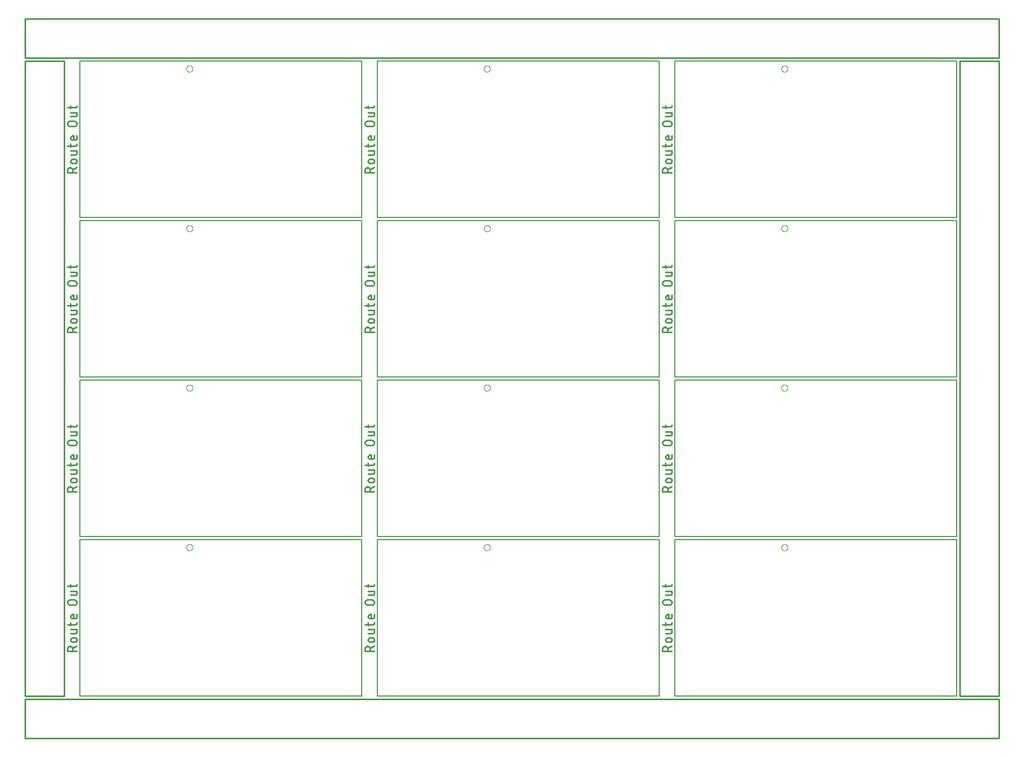
<source format=gko>
G75*
%MOIN*%
%OFA0B0*%
%FSLAX25Y25*%
%IPPOS*%
%LPD*%
%AMOC8*
5,1,8,0,0,1.08239X$1,22.5*
%
%ADD10C,0.00800*%
%ADD11C,0.00000*%
%ADD12C,0.01100*%
%ADD13C,0.01000*%
D10*
X0036750Y0028579D02*
X0216750Y0028500D01*
X0216750Y0128500D01*
X0036750Y0128500D01*
X0036750Y0028579D01*
X0036750Y0130579D02*
X0216750Y0130500D01*
X0216750Y0230500D01*
X0036750Y0230500D01*
X0036750Y0130579D01*
X0036750Y0232579D02*
X0216750Y0232500D01*
X0216750Y0332500D01*
X0036750Y0332500D01*
X0036750Y0232579D01*
X0036750Y0334579D02*
X0216750Y0334500D01*
X0216750Y0434500D01*
X0036750Y0434500D01*
X0036750Y0334579D01*
X0226750Y0334579D02*
X0406750Y0334500D01*
X0406750Y0434500D01*
X0226750Y0434500D01*
X0226750Y0334579D01*
X0226750Y0332500D02*
X0406750Y0332500D01*
X0406750Y0232500D01*
X0226750Y0232579D01*
X0226750Y0332500D01*
X0226750Y0230500D02*
X0406750Y0230500D01*
X0406750Y0130500D01*
X0226750Y0130579D01*
X0226750Y0230500D01*
X0226750Y0128500D02*
X0406750Y0128500D01*
X0406750Y0028500D01*
X0226750Y0028579D01*
X0226750Y0128500D01*
X0416750Y0128500D02*
X0416750Y0028579D01*
X0596750Y0028500D01*
X0596750Y0128500D01*
X0416750Y0128500D01*
X0416750Y0130579D02*
X0596750Y0130500D01*
X0596750Y0230500D01*
X0416750Y0230500D01*
X0416750Y0130579D01*
X0416750Y0232579D02*
X0596750Y0232500D01*
X0596750Y0332500D01*
X0416750Y0332500D01*
X0416750Y0232579D01*
X0416750Y0334579D02*
X0596750Y0334500D01*
X0596750Y0434500D01*
X0416750Y0434500D01*
X0416750Y0334579D01*
D11*
X0484750Y0327500D02*
X0484752Y0327589D01*
X0484758Y0327678D01*
X0484768Y0327767D01*
X0484782Y0327855D01*
X0484799Y0327942D01*
X0484821Y0328028D01*
X0484847Y0328114D01*
X0484876Y0328198D01*
X0484909Y0328281D01*
X0484945Y0328362D01*
X0484986Y0328442D01*
X0485029Y0328519D01*
X0485076Y0328595D01*
X0485127Y0328668D01*
X0485180Y0328739D01*
X0485237Y0328808D01*
X0485297Y0328874D01*
X0485360Y0328938D01*
X0485425Y0328998D01*
X0485493Y0329056D01*
X0485564Y0329110D01*
X0485637Y0329161D01*
X0485712Y0329209D01*
X0485789Y0329254D01*
X0485868Y0329295D01*
X0485949Y0329332D01*
X0486031Y0329366D01*
X0486115Y0329397D01*
X0486200Y0329423D01*
X0486286Y0329446D01*
X0486373Y0329464D01*
X0486461Y0329479D01*
X0486550Y0329490D01*
X0486639Y0329497D01*
X0486728Y0329500D01*
X0486817Y0329499D01*
X0486906Y0329494D01*
X0486994Y0329485D01*
X0487083Y0329472D01*
X0487170Y0329455D01*
X0487257Y0329435D01*
X0487343Y0329410D01*
X0487427Y0329382D01*
X0487510Y0329350D01*
X0487592Y0329314D01*
X0487672Y0329275D01*
X0487750Y0329232D01*
X0487826Y0329186D01*
X0487900Y0329136D01*
X0487972Y0329083D01*
X0488041Y0329027D01*
X0488108Y0328968D01*
X0488172Y0328906D01*
X0488233Y0328842D01*
X0488292Y0328774D01*
X0488347Y0328704D01*
X0488399Y0328632D01*
X0488448Y0328557D01*
X0488493Y0328481D01*
X0488535Y0328402D01*
X0488573Y0328322D01*
X0488608Y0328240D01*
X0488639Y0328156D01*
X0488667Y0328071D01*
X0488690Y0327985D01*
X0488710Y0327898D01*
X0488726Y0327811D01*
X0488738Y0327722D01*
X0488746Y0327634D01*
X0488750Y0327545D01*
X0488750Y0327455D01*
X0488746Y0327366D01*
X0488738Y0327278D01*
X0488726Y0327189D01*
X0488710Y0327102D01*
X0488690Y0327015D01*
X0488667Y0326929D01*
X0488639Y0326844D01*
X0488608Y0326760D01*
X0488573Y0326678D01*
X0488535Y0326598D01*
X0488493Y0326519D01*
X0488448Y0326443D01*
X0488399Y0326368D01*
X0488347Y0326296D01*
X0488292Y0326226D01*
X0488233Y0326158D01*
X0488172Y0326094D01*
X0488108Y0326032D01*
X0488041Y0325973D01*
X0487972Y0325917D01*
X0487900Y0325864D01*
X0487826Y0325814D01*
X0487750Y0325768D01*
X0487672Y0325725D01*
X0487592Y0325686D01*
X0487510Y0325650D01*
X0487427Y0325618D01*
X0487343Y0325590D01*
X0487257Y0325565D01*
X0487170Y0325545D01*
X0487083Y0325528D01*
X0486994Y0325515D01*
X0486906Y0325506D01*
X0486817Y0325501D01*
X0486728Y0325500D01*
X0486639Y0325503D01*
X0486550Y0325510D01*
X0486461Y0325521D01*
X0486373Y0325536D01*
X0486286Y0325554D01*
X0486200Y0325577D01*
X0486115Y0325603D01*
X0486031Y0325634D01*
X0485949Y0325668D01*
X0485868Y0325705D01*
X0485789Y0325746D01*
X0485712Y0325791D01*
X0485637Y0325839D01*
X0485564Y0325890D01*
X0485493Y0325944D01*
X0485425Y0326002D01*
X0485360Y0326062D01*
X0485297Y0326126D01*
X0485237Y0326192D01*
X0485180Y0326261D01*
X0485127Y0326332D01*
X0485076Y0326405D01*
X0485029Y0326481D01*
X0484986Y0326558D01*
X0484945Y0326638D01*
X0484909Y0326719D01*
X0484876Y0326802D01*
X0484847Y0326886D01*
X0484821Y0326972D01*
X0484799Y0327058D01*
X0484782Y0327145D01*
X0484768Y0327233D01*
X0484758Y0327322D01*
X0484752Y0327411D01*
X0484750Y0327500D01*
X0484750Y0225500D02*
X0484752Y0225589D01*
X0484758Y0225678D01*
X0484768Y0225767D01*
X0484782Y0225855D01*
X0484799Y0225942D01*
X0484821Y0226028D01*
X0484847Y0226114D01*
X0484876Y0226198D01*
X0484909Y0226281D01*
X0484945Y0226362D01*
X0484986Y0226442D01*
X0485029Y0226519D01*
X0485076Y0226595D01*
X0485127Y0226668D01*
X0485180Y0226739D01*
X0485237Y0226808D01*
X0485297Y0226874D01*
X0485360Y0226938D01*
X0485425Y0226998D01*
X0485493Y0227056D01*
X0485564Y0227110D01*
X0485637Y0227161D01*
X0485712Y0227209D01*
X0485789Y0227254D01*
X0485868Y0227295D01*
X0485949Y0227332D01*
X0486031Y0227366D01*
X0486115Y0227397D01*
X0486200Y0227423D01*
X0486286Y0227446D01*
X0486373Y0227464D01*
X0486461Y0227479D01*
X0486550Y0227490D01*
X0486639Y0227497D01*
X0486728Y0227500D01*
X0486817Y0227499D01*
X0486906Y0227494D01*
X0486994Y0227485D01*
X0487083Y0227472D01*
X0487170Y0227455D01*
X0487257Y0227435D01*
X0487343Y0227410D01*
X0487427Y0227382D01*
X0487510Y0227350D01*
X0487592Y0227314D01*
X0487672Y0227275D01*
X0487750Y0227232D01*
X0487826Y0227186D01*
X0487900Y0227136D01*
X0487972Y0227083D01*
X0488041Y0227027D01*
X0488108Y0226968D01*
X0488172Y0226906D01*
X0488233Y0226842D01*
X0488292Y0226774D01*
X0488347Y0226704D01*
X0488399Y0226632D01*
X0488448Y0226557D01*
X0488493Y0226481D01*
X0488535Y0226402D01*
X0488573Y0226322D01*
X0488608Y0226240D01*
X0488639Y0226156D01*
X0488667Y0226071D01*
X0488690Y0225985D01*
X0488710Y0225898D01*
X0488726Y0225811D01*
X0488738Y0225722D01*
X0488746Y0225634D01*
X0488750Y0225545D01*
X0488750Y0225455D01*
X0488746Y0225366D01*
X0488738Y0225278D01*
X0488726Y0225189D01*
X0488710Y0225102D01*
X0488690Y0225015D01*
X0488667Y0224929D01*
X0488639Y0224844D01*
X0488608Y0224760D01*
X0488573Y0224678D01*
X0488535Y0224598D01*
X0488493Y0224519D01*
X0488448Y0224443D01*
X0488399Y0224368D01*
X0488347Y0224296D01*
X0488292Y0224226D01*
X0488233Y0224158D01*
X0488172Y0224094D01*
X0488108Y0224032D01*
X0488041Y0223973D01*
X0487972Y0223917D01*
X0487900Y0223864D01*
X0487826Y0223814D01*
X0487750Y0223768D01*
X0487672Y0223725D01*
X0487592Y0223686D01*
X0487510Y0223650D01*
X0487427Y0223618D01*
X0487343Y0223590D01*
X0487257Y0223565D01*
X0487170Y0223545D01*
X0487083Y0223528D01*
X0486994Y0223515D01*
X0486906Y0223506D01*
X0486817Y0223501D01*
X0486728Y0223500D01*
X0486639Y0223503D01*
X0486550Y0223510D01*
X0486461Y0223521D01*
X0486373Y0223536D01*
X0486286Y0223554D01*
X0486200Y0223577D01*
X0486115Y0223603D01*
X0486031Y0223634D01*
X0485949Y0223668D01*
X0485868Y0223705D01*
X0485789Y0223746D01*
X0485712Y0223791D01*
X0485637Y0223839D01*
X0485564Y0223890D01*
X0485493Y0223944D01*
X0485425Y0224002D01*
X0485360Y0224062D01*
X0485297Y0224126D01*
X0485237Y0224192D01*
X0485180Y0224261D01*
X0485127Y0224332D01*
X0485076Y0224405D01*
X0485029Y0224481D01*
X0484986Y0224558D01*
X0484945Y0224638D01*
X0484909Y0224719D01*
X0484876Y0224802D01*
X0484847Y0224886D01*
X0484821Y0224972D01*
X0484799Y0225058D01*
X0484782Y0225145D01*
X0484768Y0225233D01*
X0484758Y0225322D01*
X0484752Y0225411D01*
X0484750Y0225500D01*
X0484750Y0123500D02*
X0484752Y0123589D01*
X0484758Y0123678D01*
X0484768Y0123767D01*
X0484782Y0123855D01*
X0484799Y0123942D01*
X0484821Y0124028D01*
X0484847Y0124114D01*
X0484876Y0124198D01*
X0484909Y0124281D01*
X0484945Y0124362D01*
X0484986Y0124442D01*
X0485029Y0124519D01*
X0485076Y0124595D01*
X0485127Y0124668D01*
X0485180Y0124739D01*
X0485237Y0124808D01*
X0485297Y0124874D01*
X0485360Y0124938D01*
X0485425Y0124998D01*
X0485493Y0125056D01*
X0485564Y0125110D01*
X0485637Y0125161D01*
X0485712Y0125209D01*
X0485789Y0125254D01*
X0485868Y0125295D01*
X0485949Y0125332D01*
X0486031Y0125366D01*
X0486115Y0125397D01*
X0486200Y0125423D01*
X0486286Y0125446D01*
X0486373Y0125464D01*
X0486461Y0125479D01*
X0486550Y0125490D01*
X0486639Y0125497D01*
X0486728Y0125500D01*
X0486817Y0125499D01*
X0486906Y0125494D01*
X0486994Y0125485D01*
X0487083Y0125472D01*
X0487170Y0125455D01*
X0487257Y0125435D01*
X0487343Y0125410D01*
X0487427Y0125382D01*
X0487510Y0125350D01*
X0487592Y0125314D01*
X0487672Y0125275D01*
X0487750Y0125232D01*
X0487826Y0125186D01*
X0487900Y0125136D01*
X0487972Y0125083D01*
X0488041Y0125027D01*
X0488108Y0124968D01*
X0488172Y0124906D01*
X0488233Y0124842D01*
X0488292Y0124774D01*
X0488347Y0124704D01*
X0488399Y0124632D01*
X0488448Y0124557D01*
X0488493Y0124481D01*
X0488535Y0124402D01*
X0488573Y0124322D01*
X0488608Y0124240D01*
X0488639Y0124156D01*
X0488667Y0124071D01*
X0488690Y0123985D01*
X0488710Y0123898D01*
X0488726Y0123811D01*
X0488738Y0123722D01*
X0488746Y0123634D01*
X0488750Y0123545D01*
X0488750Y0123455D01*
X0488746Y0123366D01*
X0488738Y0123278D01*
X0488726Y0123189D01*
X0488710Y0123102D01*
X0488690Y0123015D01*
X0488667Y0122929D01*
X0488639Y0122844D01*
X0488608Y0122760D01*
X0488573Y0122678D01*
X0488535Y0122598D01*
X0488493Y0122519D01*
X0488448Y0122443D01*
X0488399Y0122368D01*
X0488347Y0122296D01*
X0488292Y0122226D01*
X0488233Y0122158D01*
X0488172Y0122094D01*
X0488108Y0122032D01*
X0488041Y0121973D01*
X0487972Y0121917D01*
X0487900Y0121864D01*
X0487826Y0121814D01*
X0487750Y0121768D01*
X0487672Y0121725D01*
X0487592Y0121686D01*
X0487510Y0121650D01*
X0487427Y0121618D01*
X0487343Y0121590D01*
X0487257Y0121565D01*
X0487170Y0121545D01*
X0487083Y0121528D01*
X0486994Y0121515D01*
X0486906Y0121506D01*
X0486817Y0121501D01*
X0486728Y0121500D01*
X0486639Y0121503D01*
X0486550Y0121510D01*
X0486461Y0121521D01*
X0486373Y0121536D01*
X0486286Y0121554D01*
X0486200Y0121577D01*
X0486115Y0121603D01*
X0486031Y0121634D01*
X0485949Y0121668D01*
X0485868Y0121705D01*
X0485789Y0121746D01*
X0485712Y0121791D01*
X0485637Y0121839D01*
X0485564Y0121890D01*
X0485493Y0121944D01*
X0485425Y0122002D01*
X0485360Y0122062D01*
X0485297Y0122126D01*
X0485237Y0122192D01*
X0485180Y0122261D01*
X0485127Y0122332D01*
X0485076Y0122405D01*
X0485029Y0122481D01*
X0484986Y0122558D01*
X0484945Y0122638D01*
X0484909Y0122719D01*
X0484876Y0122802D01*
X0484847Y0122886D01*
X0484821Y0122972D01*
X0484799Y0123058D01*
X0484782Y0123145D01*
X0484768Y0123233D01*
X0484758Y0123322D01*
X0484752Y0123411D01*
X0484750Y0123500D01*
X0294750Y0123500D02*
X0294752Y0123589D01*
X0294758Y0123678D01*
X0294768Y0123767D01*
X0294782Y0123855D01*
X0294799Y0123942D01*
X0294821Y0124028D01*
X0294847Y0124114D01*
X0294876Y0124198D01*
X0294909Y0124281D01*
X0294945Y0124362D01*
X0294986Y0124442D01*
X0295029Y0124519D01*
X0295076Y0124595D01*
X0295127Y0124668D01*
X0295180Y0124739D01*
X0295237Y0124808D01*
X0295297Y0124874D01*
X0295360Y0124938D01*
X0295425Y0124998D01*
X0295493Y0125056D01*
X0295564Y0125110D01*
X0295637Y0125161D01*
X0295712Y0125209D01*
X0295789Y0125254D01*
X0295868Y0125295D01*
X0295949Y0125332D01*
X0296031Y0125366D01*
X0296115Y0125397D01*
X0296200Y0125423D01*
X0296286Y0125446D01*
X0296373Y0125464D01*
X0296461Y0125479D01*
X0296550Y0125490D01*
X0296639Y0125497D01*
X0296728Y0125500D01*
X0296817Y0125499D01*
X0296906Y0125494D01*
X0296994Y0125485D01*
X0297083Y0125472D01*
X0297170Y0125455D01*
X0297257Y0125435D01*
X0297343Y0125410D01*
X0297427Y0125382D01*
X0297510Y0125350D01*
X0297592Y0125314D01*
X0297672Y0125275D01*
X0297750Y0125232D01*
X0297826Y0125186D01*
X0297900Y0125136D01*
X0297972Y0125083D01*
X0298041Y0125027D01*
X0298108Y0124968D01*
X0298172Y0124906D01*
X0298233Y0124842D01*
X0298292Y0124774D01*
X0298347Y0124704D01*
X0298399Y0124632D01*
X0298448Y0124557D01*
X0298493Y0124481D01*
X0298535Y0124402D01*
X0298573Y0124322D01*
X0298608Y0124240D01*
X0298639Y0124156D01*
X0298667Y0124071D01*
X0298690Y0123985D01*
X0298710Y0123898D01*
X0298726Y0123811D01*
X0298738Y0123722D01*
X0298746Y0123634D01*
X0298750Y0123545D01*
X0298750Y0123455D01*
X0298746Y0123366D01*
X0298738Y0123278D01*
X0298726Y0123189D01*
X0298710Y0123102D01*
X0298690Y0123015D01*
X0298667Y0122929D01*
X0298639Y0122844D01*
X0298608Y0122760D01*
X0298573Y0122678D01*
X0298535Y0122598D01*
X0298493Y0122519D01*
X0298448Y0122443D01*
X0298399Y0122368D01*
X0298347Y0122296D01*
X0298292Y0122226D01*
X0298233Y0122158D01*
X0298172Y0122094D01*
X0298108Y0122032D01*
X0298041Y0121973D01*
X0297972Y0121917D01*
X0297900Y0121864D01*
X0297826Y0121814D01*
X0297750Y0121768D01*
X0297672Y0121725D01*
X0297592Y0121686D01*
X0297510Y0121650D01*
X0297427Y0121618D01*
X0297343Y0121590D01*
X0297257Y0121565D01*
X0297170Y0121545D01*
X0297083Y0121528D01*
X0296994Y0121515D01*
X0296906Y0121506D01*
X0296817Y0121501D01*
X0296728Y0121500D01*
X0296639Y0121503D01*
X0296550Y0121510D01*
X0296461Y0121521D01*
X0296373Y0121536D01*
X0296286Y0121554D01*
X0296200Y0121577D01*
X0296115Y0121603D01*
X0296031Y0121634D01*
X0295949Y0121668D01*
X0295868Y0121705D01*
X0295789Y0121746D01*
X0295712Y0121791D01*
X0295637Y0121839D01*
X0295564Y0121890D01*
X0295493Y0121944D01*
X0295425Y0122002D01*
X0295360Y0122062D01*
X0295297Y0122126D01*
X0295237Y0122192D01*
X0295180Y0122261D01*
X0295127Y0122332D01*
X0295076Y0122405D01*
X0295029Y0122481D01*
X0294986Y0122558D01*
X0294945Y0122638D01*
X0294909Y0122719D01*
X0294876Y0122802D01*
X0294847Y0122886D01*
X0294821Y0122972D01*
X0294799Y0123058D01*
X0294782Y0123145D01*
X0294768Y0123233D01*
X0294758Y0123322D01*
X0294752Y0123411D01*
X0294750Y0123500D01*
X0294750Y0225500D02*
X0294752Y0225589D01*
X0294758Y0225678D01*
X0294768Y0225767D01*
X0294782Y0225855D01*
X0294799Y0225942D01*
X0294821Y0226028D01*
X0294847Y0226114D01*
X0294876Y0226198D01*
X0294909Y0226281D01*
X0294945Y0226362D01*
X0294986Y0226442D01*
X0295029Y0226519D01*
X0295076Y0226595D01*
X0295127Y0226668D01*
X0295180Y0226739D01*
X0295237Y0226808D01*
X0295297Y0226874D01*
X0295360Y0226938D01*
X0295425Y0226998D01*
X0295493Y0227056D01*
X0295564Y0227110D01*
X0295637Y0227161D01*
X0295712Y0227209D01*
X0295789Y0227254D01*
X0295868Y0227295D01*
X0295949Y0227332D01*
X0296031Y0227366D01*
X0296115Y0227397D01*
X0296200Y0227423D01*
X0296286Y0227446D01*
X0296373Y0227464D01*
X0296461Y0227479D01*
X0296550Y0227490D01*
X0296639Y0227497D01*
X0296728Y0227500D01*
X0296817Y0227499D01*
X0296906Y0227494D01*
X0296994Y0227485D01*
X0297083Y0227472D01*
X0297170Y0227455D01*
X0297257Y0227435D01*
X0297343Y0227410D01*
X0297427Y0227382D01*
X0297510Y0227350D01*
X0297592Y0227314D01*
X0297672Y0227275D01*
X0297750Y0227232D01*
X0297826Y0227186D01*
X0297900Y0227136D01*
X0297972Y0227083D01*
X0298041Y0227027D01*
X0298108Y0226968D01*
X0298172Y0226906D01*
X0298233Y0226842D01*
X0298292Y0226774D01*
X0298347Y0226704D01*
X0298399Y0226632D01*
X0298448Y0226557D01*
X0298493Y0226481D01*
X0298535Y0226402D01*
X0298573Y0226322D01*
X0298608Y0226240D01*
X0298639Y0226156D01*
X0298667Y0226071D01*
X0298690Y0225985D01*
X0298710Y0225898D01*
X0298726Y0225811D01*
X0298738Y0225722D01*
X0298746Y0225634D01*
X0298750Y0225545D01*
X0298750Y0225455D01*
X0298746Y0225366D01*
X0298738Y0225278D01*
X0298726Y0225189D01*
X0298710Y0225102D01*
X0298690Y0225015D01*
X0298667Y0224929D01*
X0298639Y0224844D01*
X0298608Y0224760D01*
X0298573Y0224678D01*
X0298535Y0224598D01*
X0298493Y0224519D01*
X0298448Y0224443D01*
X0298399Y0224368D01*
X0298347Y0224296D01*
X0298292Y0224226D01*
X0298233Y0224158D01*
X0298172Y0224094D01*
X0298108Y0224032D01*
X0298041Y0223973D01*
X0297972Y0223917D01*
X0297900Y0223864D01*
X0297826Y0223814D01*
X0297750Y0223768D01*
X0297672Y0223725D01*
X0297592Y0223686D01*
X0297510Y0223650D01*
X0297427Y0223618D01*
X0297343Y0223590D01*
X0297257Y0223565D01*
X0297170Y0223545D01*
X0297083Y0223528D01*
X0296994Y0223515D01*
X0296906Y0223506D01*
X0296817Y0223501D01*
X0296728Y0223500D01*
X0296639Y0223503D01*
X0296550Y0223510D01*
X0296461Y0223521D01*
X0296373Y0223536D01*
X0296286Y0223554D01*
X0296200Y0223577D01*
X0296115Y0223603D01*
X0296031Y0223634D01*
X0295949Y0223668D01*
X0295868Y0223705D01*
X0295789Y0223746D01*
X0295712Y0223791D01*
X0295637Y0223839D01*
X0295564Y0223890D01*
X0295493Y0223944D01*
X0295425Y0224002D01*
X0295360Y0224062D01*
X0295297Y0224126D01*
X0295237Y0224192D01*
X0295180Y0224261D01*
X0295127Y0224332D01*
X0295076Y0224405D01*
X0295029Y0224481D01*
X0294986Y0224558D01*
X0294945Y0224638D01*
X0294909Y0224719D01*
X0294876Y0224802D01*
X0294847Y0224886D01*
X0294821Y0224972D01*
X0294799Y0225058D01*
X0294782Y0225145D01*
X0294768Y0225233D01*
X0294758Y0225322D01*
X0294752Y0225411D01*
X0294750Y0225500D01*
X0294750Y0327500D02*
X0294752Y0327589D01*
X0294758Y0327678D01*
X0294768Y0327767D01*
X0294782Y0327855D01*
X0294799Y0327942D01*
X0294821Y0328028D01*
X0294847Y0328114D01*
X0294876Y0328198D01*
X0294909Y0328281D01*
X0294945Y0328362D01*
X0294986Y0328442D01*
X0295029Y0328519D01*
X0295076Y0328595D01*
X0295127Y0328668D01*
X0295180Y0328739D01*
X0295237Y0328808D01*
X0295297Y0328874D01*
X0295360Y0328938D01*
X0295425Y0328998D01*
X0295493Y0329056D01*
X0295564Y0329110D01*
X0295637Y0329161D01*
X0295712Y0329209D01*
X0295789Y0329254D01*
X0295868Y0329295D01*
X0295949Y0329332D01*
X0296031Y0329366D01*
X0296115Y0329397D01*
X0296200Y0329423D01*
X0296286Y0329446D01*
X0296373Y0329464D01*
X0296461Y0329479D01*
X0296550Y0329490D01*
X0296639Y0329497D01*
X0296728Y0329500D01*
X0296817Y0329499D01*
X0296906Y0329494D01*
X0296994Y0329485D01*
X0297083Y0329472D01*
X0297170Y0329455D01*
X0297257Y0329435D01*
X0297343Y0329410D01*
X0297427Y0329382D01*
X0297510Y0329350D01*
X0297592Y0329314D01*
X0297672Y0329275D01*
X0297750Y0329232D01*
X0297826Y0329186D01*
X0297900Y0329136D01*
X0297972Y0329083D01*
X0298041Y0329027D01*
X0298108Y0328968D01*
X0298172Y0328906D01*
X0298233Y0328842D01*
X0298292Y0328774D01*
X0298347Y0328704D01*
X0298399Y0328632D01*
X0298448Y0328557D01*
X0298493Y0328481D01*
X0298535Y0328402D01*
X0298573Y0328322D01*
X0298608Y0328240D01*
X0298639Y0328156D01*
X0298667Y0328071D01*
X0298690Y0327985D01*
X0298710Y0327898D01*
X0298726Y0327811D01*
X0298738Y0327722D01*
X0298746Y0327634D01*
X0298750Y0327545D01*
X0298750Y0327455D01*
X0298746Y0327366D01*
X0298738Y0327278D01*
X0298726Y0327189D01*
X0298710Y0327102D01*
X0298690Y0327015D01*
X0298667Y0326929D01*
X0298639Y0326844D01*
X0298608Y0326760D01*
X0298573Y0326678D01*
X0298535Y0326598D01*
X0298493Y0326519D01*
X0298448Y0326443D01*
X0298399Y0326368D01*
X0298347Y0326296D01*
X0298292Y0326226D01*
X0298233Y0326158D01*
X0298172Y0326094D01*
X0298108Y0326032D01*
X0298041Y0325973D01*
X0297972Y0325917D01*
X0297900Y0325864D01*
X0297826Y0325814D01*
X0297750Y0325768D01*
X0297672Y0325725D01*
X0297592Y0325686D01*
X0297510Y0325650D01*
X0297427Y0325618D01*
X0297343Y0325590D01*
X0297257Y0325565D01*
X0297170Y0325545D01*
X0297083Y0325528D01*
X0296994Y0325515D01*
X0296906Y0325506D01*
X0296817Y0325501D01*
X0296728Y0325500D01*
X0296639Y0325503D01*
X0296550Y0325510D01*
X0296461Y0325521D01*
X0296373Y0325536D01*
X0296286Y0325554D01*
X0296200Y0325577D01*
X0296115Y0325603D01*
X0296031Y0325634D01*
X0295949Y0325668D01*
X0295868Y0325705D01*
X0295789Y0325746D01*
X0295712Y0325791D01*
X0295637Y0325839D01*
X0295564Y0325890D01*
X0295493Y0325944D01*
X0295425Y0326002D01*
X0295360Y0326062D01*
X0295297Y0326126D01*
X0295237Y0326192D01*
X0295180Y0326261D01*
X0295127Y0326332D01*
X0295076Y0326405D01*
X0295029Y0326481D01*
X0294986Y0326558D01*
X0294945Y0326638D01*
X0294909Y0326719D01*
X0294876Y0326802D01*
X0294847Y0326886D01*
X0294821Y0326972D01*
X0294799Y0327058D01*
X0294782Y0327145D01*
X0294768Y0327233D01*
X0294758Y0327322D01*
X0294752Y0327411D01*
X0294750Y0327500D01*
X0294750Y0429500D02*
X0294752Y0429589D01*
X0294758Y0429678D01*
X0294768Y0429767D01*
X0294782Y0429855D01*
X0294799Y0429942D01*
X0294821Y0430028D01*
X0294847Y0430114D01*
X0294876Y0430198D01*
X0294909Y0430281D01*
X0294945Y0430362D01*
X0294986Y0430442D01*
X0295029Y0430519D01*
X0295076Y0430595D01*
X0295127Y0430668D01*
X0295180Y0430739D01*
X0295237Y0430808D01*
X0295297Y0430874D01*
X0295360Y0430938D01*
X0295425Y0430998D01*
X0295493Y0431056D01*
X0295564Y0431110D01*
X0295637Y0431161D01*
X0295712Y0431209D01*
X0295789Y0431254D01*
X0295868Y0431295D01*
X0295949Y0431332D01*
X0296031Y0431366D01*
X0296115Y0431397D01*
X0296200Y0431423D01*
X0296286Y0431446D01*
X0296373Y0431464D01*
X0296461Y0431479D01*
X0296550Y0431490D01*
X0296639Y0431497D01*
X0296728Y0431500D01*
X0296817Y0431499D01*
X0296906Y0431494D01*
X0296994Y0431485D01*
X0297083Y0431472D01*
X0297170Y0431455D01*
X0297257Y0431435D01*
X0297343Y0431410D01*
X0297427Y0431382D01*
X0297510Y0431350D01*
X0297592Y0431314D01*
X0297672Y0431275D01*
X0297750Y0431232D01*
X0297826Y0431186D01*
X0297900Y0431136D01*
X0297972Y0431083D01*
X0298041Y0431027D01*
X0298108Y0430968D01*
X0298172Y0430906D01*
X0298233Y0430842D01*
X0298292Y0430774D01*
X0298347Y0430704D01*
X0298399Y0430632D01*
X0298448Y0430557D01*
X0298493Y0430481D01*
X0298535Y0430402D01*
X0298573Y0430322D01*
X0298608Y0430240D01*
X0298639Y0430156D01*
X0298667Y0430071D01*
X0298690Y0429985D01*
X0298710Y0429898D01*
X0298726Y0429811D01*
X0298738Y0429722D01*
X0298746Y0429634D01*
X0298750Y0429545D01*
X0298750Y0429455D01*
X0298746Y0429366D01*
X0298738Y0429278D01*
X0298726Y0429189D01*
X0298710Y0429102D01*
X0298690Y0429015D01*
X0298667Y0428929D01*
X0298639Y0428844D01*
X0298608Y0428760D01*
X0298573Y0428678D01*
X0298535Y0428598D01*
X0298493Y0428519D01*
X0298448Y0428443D01*
X0298399Y0428368D01*
X0298347Y0428296D01*
X0298292Y0428226D01*
X0298233Y0428158D01*
X0298172Y0428094D01*
X0298108Y0428032D01*
X0298041Y0427973D01*
X0297972Y0427917D01*
X0297900Y0427864D01*
X0297826Y0427814D01*
X0297750Y0427768D01*
X0297672Y0427725D01*
X0297592Y0427686D01*
X0297510Y0427650D01*
X0297427Y0427618D01*
X0297343Y0427590D01*
X0297257Y0427565D01*
X0297170Y0427545D01*
X0297083Y0427528D01*
X0296994Y0427515D01*
X0296906Y0427506D01*
X0296817Y0427501D01*
X0296728Y0427500D01*
X0296639Y0427503D01*
X0296550Y0427510D01*
X0296461Y0427521D01*
X0296373Y0427536D01*
X0296286Y0427554D01*
X0296200Y0427577D01*
X0296115Y0427603D01*
X0296031Y0427634D01*
X0295949Y0427668D01*
X0295868Y0427705D01*
X0295789Y0427746D01*
X0295712Y0427791D01*
X0295637Y0427839D01*
X0295564Y0427890D01*
X0295493Y0427944D01*
X0295425Y0428002D01*
X0295360Y0428062D01*
X0295297Y0428126D01*
X0295237Y0428192D01*
X0295180Y0428261D01*
X0295127Y0428332D01*
X0295076Y0428405D01*
X0295029Y0428481D01*
X0294986Y0428558D01*
X0294945Y0428638D01*
X0294909Y0428719D01*
X0294876Y0428802D01*
X0294847Y0428886D01*
X0294821Y0428972D01*
X0294799Y0429058D01*
X0294782Y0429145D01*
X0294768Y0429233D01*
X0294758Y0429322D01*
X0294752Y0429411D01*
X0294750Y0429500D01*
X0104750Y0429500D02*
X0104752Y0429589D01*
X0104758Y0429678D01*
X0104768Y0429767D01*
X0104782Y0429855D01*
X0104799Y0429942D01*
X0104821Y0430028D01*
X0104847Y0430114D01*
X0104876Y0430198D01*
X0104909Y0430281D01*
X0104945Y0430362D01*
X0104986Y0430442D01*
X0105029Y0430519D01*
X0105076Y0430595D01*
X0105127Y0430668D01*
X0105180Y0430739D01*
X0105237Y0430808D01*
X0105297Y0430874D01*
X0105360Y0430938D01*
X0105425Y0430998D01*
X0105493Y0431056D01*
X0105564Y0431110D01*
X0105637Y0431161D01*
X0105712Y0431209D01*
X0105789Y0431254D01*
X0105868Y0431295D01*
X0105949Y0431332D01*
X0106031Y0431366D01*
X0106115Y0431397D01*
X0106200Y0431423D01*
X0106286Y0431446D01*
X0106373Y0431464D01*
X0106461Y0431479D01*
X0106550Y0431490D01*
X0106639Y0431497D01*
X0106728Y0431500D01*
X0106817Y0431499D01*
X0106906Y0431494D01*
X0106994Y0431485D01*
X0107083Y0431472D01*
X0107170Y0431455D01*
X0107257Y0431435D01*
X0107343Y0431410D01*
X0107427Y0431382D01*
X0107510Y0431350D01*
X0107592Y0431314D01*
X0107672Y0431275D01*
X0107750Y0431232D01*
X0107826Y0431186D01*
X0107900Y0431136D01*
X0107972Y0431083D01*
X0108041Y0431027D01*
X0108108Y0430968D01*
X0108172Y0430906D01*
X0108233Y0430842D01*
X0108292Y0430774D01*
X0108347Y0430704D01*
X0108399Y0430632D01*
X0108448Y0430557D01*
X0108493Y0430481D01*
X0108535Y0430402D01*
X0108573Y0430322D01*
X0108608Y0430240D01*
X0108639Y0430156D01*
X0108667Y0430071D01*
X0108690Y0429985D01*
X0108710Y0429898D01*
X0108726Y0429811D01*
X0108738Y0429722D01*
X0108746Y0429634D01*
X0108750Y0429545D01*
X0108750Y0429455D01*
X0108746Y0429366D01*
X0108738Y0429278D01*
X0108726Y0429189D01*
X0108710Y0429102D01*
X0108690Y0429015D01*
X0108667Y0428929D01*
X0108639Y0428844D01*
X0108608Y0428760D01*
X0108573Y0428678D01*
X0108535Y0428598D01*
X0108493Y0428519D01*
X0108448Y0428443D01*
X0108399Y0428368D01*
X0108347Y0428296D01*
X0108292Y0428226D01*
X0108233Y0428158D01*
X0108172Y0428094D01*
X0108108Y0428032D01*
X0108041Y0427973D01*
X0107972Y0427917D01*
X0107900Y0427864D01*
X0107826Y0427814D01*
X0107750Y0427768D01*
X0107672Y0427725D01*
X0107592Y0427686D01*
X0107510Y0427650D01*
X0107427Y0427618D01*
X0107343Y0427590D01*
X0107257Y0427565D01*
X0107170Y0427545D01*
X0107083Y0427528D01*
X0106994Y0427515D01*
X0106906Y0427506D01*
X0106817Y0427501D01*
X0106728Y0427500D01*
X0106639Y0427503D01*
X0106550Y0427510D01*
X0106461Y0427521D01*
X0106373Y0427536D01*
X0106286Y0427554D01*
X0106200Y0427577D01*
X0106115Y0427603D01*
X0106031Y0427634D01*
X0105949Y0427668D01*
X0105868Y0427705D01*
X0105789Y0427746D01*
X0105712Y0427791D01*
X0105637Y0427839D01*
X0105564Y0427890D01*
X0105493Y0427944D01*
X0105425Y0428002D01*
X0105360Y0428062D01*
X0105297Y0428126D01*
X0105237Y0428192D01*
X0105180Y0428261D01*
X0105127Y0428332D01*
X0105076Y0428405D01*
X0105029Y0428481D01*
X0104986Y0428558D01*
X0104945Y0428638D01*
X0104909Y0428719D01*
X0104876Y0428802D01*
X0104847Y0428886D01*
X0104821Y0428972D01*
X0104799Y0429058D01*
X0104782Y0429145D01*
X0104768Y0429233D01*
X0104758Y0429322D01*
X0104752Y0429411D01*
X0104750Y0429500D01*
X0104750Y0327500D02*
X0104752Y0327589D01*
X0104758Y0327678D01*
X0104768Y0327767D01*
X0104782Y0327855D01*
X0104799Y0327942D01*
X0104821Y0328028D01*
X0104847Y0328114D01*
X0104876Y0328198D01*
X0104909Y0328281D01*
X0104945Y0328362D01*
X0104986Y0328442D01*
X0105029Y0328519D01*
X0105076Y0328595D01*
X0105127Y0328668D01*
X0105180Y0328739D01*
X0105237Y0328808D01*
X0105297Y0328874D01*
X0105360Y0328938D01*
X0105425Y0328998D01*
X0105493Y0329056D01*
X0105564Y0329110D01*
X0105637Y0329161D01*
X0105712Y0329209D01*
X0105789Y0329254D01*
X0105868Y0329295D01*
X0105949Y0329332D01*
X0106031Y0329366D01*
X0106115Y0329397D01*
X0106200Y0329423D01*
X0106286Y0329446D01*
X0106373Y0329464D01*
X0106461Y0329479D01*
X0106550Y0329490D01*
X0106639Y0329497D01*
X0106728Y0329500D01*
X0106817Y0329499D01*
X0106906Y0329494D01*
X0106994Y0329485D01*
X0107083Y0329472D01*
X0107170Y0329455D01*
X0107257Y0329435D01*
X0107343Y0329410D01*
X0107427Y0329382D01*
X0107510Y0329350D01*
X0107592Y0329314D01*
X0107672Y0329275D01*
X0107750Y0329232D01*
X0107826Y0329186D01*
X0107900Y0329136D01*
X0107972Y0329083D01*
X0108041Y0329027D01*
X0108108Y0328968D01*
X0108172Y0328906D01*
X0108233Y0328842D01*
X0108292Y0328774D01*
X0108347Y0328704D01*
X0108399Y0328632D01*
X0108448Y0328557D01*
X0108493Y0328481D01*
X0108535Y0328402D01*
X0108573Y0328322D01*
X0108608Y0328240D01*
X0108639Y0328156D01*
X0108667Y0328071D01*
X0108690Y0327985D01*
X0108710Y0327898D01*
X0108726Y0327811D01*
X0108738Y0327722D01*
X0108746Y0327634D01*
X0108750Y0327545D01*
X0108750Y0327455D01*
X0108746Y0327366D01*
X0108738Y0327278D01*
X0108726Y0327189D01*
X0108710Y0327102D01*
X0108690Y0327015D01*
X0108667Y0326929D01*
X0108639Y0326844D01*
X0108608Y0326760D01*
X0108573Y0326678D01*
X0108535Y0326598D01*
X0108493Y0326519D01*
X0108448Y0326443D01*
X0108399Y0326368D01*
X0108347Y0326296D01*
X0108292Y0326226D01*
X0108233Y0326158D01*
X0108172Y0326094D01*
X0108108Y0326032D01*
X0108041Y0325973D01*
X0107972Y0325917D01*
X0107900Y0325864D01*
X0107826Y0325814D01*
X0107750Y0325768D01*
X0107672Y0325725D01*
X0107592Y0325686D01*
X0107510Y0325650D01*
X0107427Y0325618D01*
X0107343Y0325590D01*
X0107257Y0325565D01*
X0107170Y0325545D01*
X0107083Y0325528D01*
X0106994Y0325515D01*
X0106906Y0325506D01*
X0106817Y0325501D01*
X0106728Y0325500D01*
X0106639Y0325503D01*
X0106550Y0325510D01*
X0106461Y0325521D01*
X0106373Y0325536D01*
X0106286Y0325554D01*
X0106200Y0325577D01*
X0106115Y0325603D01*
X0106031Y0325634D01*
X0105949Y0325668D01*
X0105868Y0325705D01*
X0105789Y0325746D01*
X0105712Y0325791D01*
X0105637Y0325839D01*
X0105564Y0325890D01*
X0105493Y0325944D01*
X0105425Y0326002D01*
X0105360Y0326062D01*
X0105297Y0326126D01*
X0105237Y0326192D01*
X0105180Y0326261D01*
X0105127Y0326332D01*
X0105076Y0326405D01*
X0105029Y0326481D01*
X0104986Y0326558D01*
X0104945Y0326638D01*
X0104909Y0326719D01*
X0104876Y0326802D01*
X0104847Y0326886D01*
X0104821Y0326972D01*
X0104799Y0327058D01*
X0104782Y0327145D01*
X0104768Y0327233D01*
X0104758Y0327322D01*
X0104752Y0327411D01*
X0104750Y0327500D01*
X0104750Y0225500D02*
X0104752Y0225589D01*
X0104758Y0225678D01*
X0104768Y0225767D01*
X0104782Y0225855D01*
X0104799Y0225942D01*
X0104821Y0226028D01*
X0104847Y0226114D01*
X0104876Y0226198D01*
X0104909Y0226281D01*
X0104945Y0226362D01*
X0104986Y0226442D01*
X0105029Y0226519D01*
X0105076Y0226595D01*
X0105127Y0226668D01*
X0105180Y0226739D01*
X0105237Y0226808D01*
X0105297Y0226874D01*
X0105360Y0226938D01*
X0105425Y0226998D01*
X0105493Y0227056D01*
X0105564Y0227110D01*
X0105637Y0227161D01*
X0105712Y0227209D01*
X0105789Y0227254D01*
X0105868Y0227295D01*
X0105949Y0227332D01*
X0106031Y0227366D01*
X0106115Y0227397D01*
X0106200Y0227423D01*
X0106286Y0227446D01*
X0106373Y0227464D01*
X0106461Y0227479D01*
X0106550Y0227490D01*
X0106639Y0227497D01*
X0106728Y0227500D01*
X0106817Y0227499D01*
X0106906Y0227494D01*
X0106994Y0227485D01*
X0107083Y0227472D01*
X0107170Y0227455D01*
X0107257Y0227435D01*
X0107343Y0227410D01*
X0107427Y0227382D01*
X0107510Y0227350D01*
X0107592Y0227314D01*
X0107672Y0227275D01*
X0107750Y0227232D01*
X0107826Y0227186D01*
X0107900Y0227136D01*
X0107972Y0227083D01*
X0108041Y0227027D01*
X0108108Y0226968D01*
X0108172Y0226906D01*
X0108233Y0226842D01*
X0108292Y0226774D01*
X0108347Y0226704D01*
X0108399Y0226632D01*
X0108448Y0226557D01*
X0108493Y0226481D01*
X0108535Y0226402D01*
X0108573Y0226322D01*
X0108608Y0226240D01*
X0108639Y0226156D01*
X0108667Y0226071D01*
X0108690Y0225985D01*
X0108710Y0225898D01*
X0108726Y0225811D01*
X0108738Y0225722D01*
X0108746Y0225634D01*
X0108750Y0225545D01*
X0108750Y0225455D01*
X0108746Y0225366D01*
X0108738Y0225278D01*
X0108726Y0225189D01*
X0108710Y0225102D01*
X0108690Y0225015D01*
X0108667Y0224929D01*
X0108639Y0224844D01*
X0108608Y0224760D01*
X0108573Y0224678D01*
X0108535Y0224598D01*
X0108493Y0224519D01*
X0108448Y0224443D01*
X0108399Y0224368D01*
X0108347Y0224296D01*
X0108292Y0224226D01*
X0108233Y0224158D01*
X0108172Y0224094D01*
X0108108Y0224032D01*
X0108041Y0223973D01*
X0107972Y0223917D01*
X0107900Y0223864D01*
X0107826Y0223814D01*
X0107750Y0223768D01*
X0107672Y0223725D01*
X0107592Y0223686D01*
X0107510Y0223650D01*
X0107427Y0223618D01*
X0107343Y0223590D01*
X0107257Y0223565D01*
X0107170Y0223545D01*
X0107083Y0223528D01*
X0106994Y0223515D01*
X0106906Y0223506D01*
X0106817Y0223501D01*
X0106728Y0223500D01*
X0106639Y0223503D01*
X0106550Y0223510D01*
X0106461Y0223521D01*
X0106373Y0223536D01*
X0106286Y0223554D01*
X0106200Y0223577D01*
X0106115Y0223603D01*
X0106031Y0223634D01*
X0105949Y0223668D01*
X0105868Y0223705D01*
X0105789Y0223746D01*
X0105712Y0223791D01*
X0105637Y0223839D01*
X0105564Y0223890D01*
X0105493Y0223944D01*
X0105425Y0224002D01*
X0105360Y0224062D01*
X0105297Y0224126D01*
X0105237Y0224192D01*
X0105180Y0224261D01*
X0105127Y0224332D01*
X0105076Y0224405D01*
X0105029Y0224481D01*
X0104986Y0224558D01*
X0104945Y0224638D01*
X0104909Y0224719D01*
X0104876Y0224802D01*
X0104847Y0224886D01*
X0104821Y0224972D01*
X0104799Y0225058D01*
X0104782Y0225145D01*
X0104768Y0225233D01*
X0104758Y0225322D01*
X0104752Y0225411D01*
X0104750Y0225500D01*
X0104750Y0123500D02*
X0104752Y0123589D01*
X0104758Y0123678D01*
X0104768Y0123767D01*
X0104782Y0123855D01*
X0104799Y0123942D01*
X0104821Y0124028D01*
X0104847Y0124114D01*
X0104876Y0124198D01*
X0104909Y0124281D01*
X0104945Y0124362D01*
X0104986Y0124442D01*
X0105029Y0124519D01*
X0105076Y0124595D01*
X0105127Y0124668D01*
X0105180Y0124739D01*
X0105237Y0124808D01*
X0105297Y0124874D01*
X0105360Y0124938D01*
X0105425Y0124998D01*
X0105493Y0125056D01*
X0105564Y0125110D01*
X0105637Y0125161D01*
X0105712Y0125209D01*
X0105789Y0125254D01*
X0105868Y0125295D01*
X0105949Y0125332D01*
X0106031Y0125366D01*
X0106115Y0125397D01*
X0106200Y0125423D01*
X0106286Y0125446D01*
X0106373Y0125464D01*
X0106461Y0125479D01*
X0106550Y0125490D01*
X0106639Y0125497D01*
X0106728Y0125500D01*
X0106817Y0125499D01*
X0106906Y0125494D01*
X0106994Y0125485D01*
X0107083Y0125472D01*
X0107170Y0125455D01*
X0107257Y0125435D01*
X0107343Y0125410D01*
X0107427Y0125382D01*
X0107510Y0125350D01*
X0107592Y0125314D01*
X0107672Y0125275D01*
X0107750Y0125232D01*
X0107826Y0125186D01*
X0107900Y0125136D01*
X0107972Y0125083D01*
X0108041Y0125027D01*
X0108108Y0124968D01*
X0108172Y0124906D01*
X0108233Y0124842D01*
X0108292Y0124774D01*
X0108347Y0124704D01*
X0108399Y0124632D01*
X0108448Y0124557D01*
X0108493Y0124481D01*
X0108535Y0124402D01*
X0108573Y0124322D01*
X0108608Y0124240D01*
X0108639Y0124156D01*
X0108667Y0124071D01*
X0108690Y0123985D01*
X0108710Y0123898D01*
X0108726Y0123811D01*
X0108738Y0123722D01*
X0108746Y0123634D01*
X0108750Y0123545D01*
X0108750Y0123455D01*
X0108746Y0123366D01*
X0108738Y0123278D01*
X0108726Y0123189D01*
X0108710Y0123102D01*
X0108690Y0123015D01*
X0108667Y0122929D01*
X0108639Y0122844D01*
X0108608Y0122760D01*
X0108573Y0122678D01*
X0108535Y0122598D01*
X0108493Y0122519D01*
X0108448Y0122443D01*
X0108399Y0122368D01*
X0108347Y0122296D01*
X0108292Y0122226D01*
X0108233Y0122158D01*
X0108172Y0122094D01*
X0108108Y0122032D01*
X0108041Y0121973D01*
X0107972Y0121917D01*
X0107900Y0121864D01*
X0107826Y0121814D01*
X0107750Y0121768D01*
X0107672Y0121725D01*
X0107592Y0121686D01*
X0107510Y0121650D01*
X0107427Y0121618D01*
X0107343Y0121590D01*
X0107257Y0121565D01*
X0107170Y0121545D01*
X0107083Y0121528D01*
X0106994Y0121515D01*
X0106906Y0121506D01*
X0106817Y0121501D01*
X0106728Y0121500D01*
X0106639Y0121503D01*
X0106550Y0121510D01*
X0106461Y0121521D01*
X0106373Y0121536D01*
X0106286Y0121554D01*
X0106200Y0121577D01*
X0106115Y0121603D01*
X0106031Y0121634D01*
X0105949Y0121668D01*
X0105868Y0121705D01*
X0105789Y0121746D01*
X0105712Y0121791D01*
X0105637Y0121839D01*
X0105564Y0121890D01*
X0105493Y0121944D01*
X0105425Y0122002D01*
X0105360Y0122062D01*
X0105297Y0122126D01*
X0105237Y0122192D01*
X0105180Y0122261D01*
X0105127Y0122332D01*
X0105076Y0122405D01*
X0105029Y0122481D01*
X0104986Y0122558D01*
X0104945Y0122638D01*
X0104909Y0122719D01*
X0104876Y0122802D01*
X0104847Y0122886D01*
X0104821Y0122972D01*
X0104799Y0123058D01*
X0104782Y0123145D01*
X0104768Y0123233D01*
X0104758Y0123322D01*
X0104752Y0123411D01*
X0104750Y0123500D01*
X0484750Y0429500D02*
X0484752Y0429589D01*
X0484758Y0429678D01*
X0484768Y0429767D01*
X0484782Y0429855D01*
X0484799Y0429942D01*
X0484821Y0430028D01*
X0484847Y0430114D01*
X0484876Y0430198D01*
X0484909Y0430281D01*
X0484945Y0430362D01*
X0484986Y0430442D01*
X0485029Y0430519D01*
X0485076Y0430595D01*
X0485127Y0430668D01*
X0485180Y0430739D01*
X0485237Y0430808D01*
X0485297Y0430874D01*
X0485360Y0430938D01*
X0485425Y0430998D01*
X0485493Y0431056D01*
X0485564Y0431110D01*
X0485637Y0431161D01*
X0485712Y0431209D01*
X0485789Y0431254D01*
X0485868Y0431295D01*
X0485949Y0431332D01*
X0486031Y0431366D01*
X0486115Y0431397D01*
X0486200Y0431423D01*
X0486286Y0431446D01*
X0486373Y0431464D01*
X0486461Y0431479D01*
X0486550Y0431490D01*
X0486639Y0431497D01*
X0486728Y0431500D01*
X0486817Y0431499D01*
X0486906Y0431494D01*
X0486994Y0431485D01*
X0487083Y0431472D01*
X0487170Y0431455D01*
X0487257Y0431435D01*
X0487343Y0431410D01*
X0487427Y0431382D01*
X0487510Y0431350D01*
X0487592Y0431314D01*
X0487672Y0431275D01*
X0487750Y0431232D01*
X0487826Y0431186D01*
X0487900Y0431136D01*
X0487972Y0431083D01*
X0488041Y0431027D01*
X0488108Y0430968D01*
X0488172Y0430906D01*
X0488233Y0430842D01*
X0488292Y0430774D01*
X0488347Y0430704D01*
X0488399Y0430632D01*
X0488448Y0430557D01*
X0488493Y0430481D01*
X0488535Y0430402D01*
X0488573Y0430322D01*
X0488608Y0430240D01*
X0488639Y0430156D01*
X0488667Y0430071D01*
X0488690Y0429985D01*
X0488710Y0429898D01*
X0488726Y0429811D01*
X0488738Y0429722D01*
X0488746Y0429634D01*
X0488750Y0429545D01*
X0488750Y0429455D01*
X0488746Y0429366D01*
X0488738Y0429278D01*
X0488726Y0429189D01*
X0488710Y0429102D01*
X0488690Y0429015D01*
X0488667Y0428929D01*
X0488639Y0428844D01*
X0488608Y0428760D01*
X0488573Y0428678D01*
X0488535Y0428598D01*
X0488493Y0428519D01*
X0488448Y0428443D01*
X0488399Y0428368D01*
X0488347Y0428296D01*
X0488292Y0428226D01*
X0488233Y0428158D01*
X0488172Y0428094D01*
X0488108Y0428032D01*
X0488041Y0427973D01*
X0487972Y0427917D01*
X0487900Y0427864D01*
X0487826Y0427814D01*
X0487750Y0427768D01*
X0487672Y0427725D01*
X0487592Y0427686D01*
X0487510Y0427650D01*
X0487427Y0427618D01*
X0487343Y0427590D01*
X0487257Y0427565D01*
X0487170Y0427545D01*
X0487083Y0427528D01*
X0486994Y0427515D01*
X0486906Y0427506D01*
X0486817Y0427501D01*
X0486728Y0427500D01*
X0486639Y0427503D01*
X0486550Y0427510D01*
X0486461Y0427521D01*
X0486373Y0427536D01*
X0486286Y0427554D01*
X0486200Y0427577D01*
X0486115Y0427603D01*
X0486031Y0427634D01*
X0485949Y0427668D01*
X0485868Y0427705D01*
X0485789Y0427746D01*
X0485712Y0427791D01*
X0485637Y0427839D01*
X0485564Y0427890D01*
X0485493Y0427944D01*
X0485425Y0428002D01*
X0485360Y0428062D01*
X0485297Y0428126D01*
X0485237Y0428192D01*
X0485180Y0428261D01*
X0485127Y0428332D01*
X0485076Y0428405D01*
X0485029Y0428481D01*
X0484986Y0428558D01*
X0484945Y0428638D01*
X0484909Y0428719D01*
X0484876Y0428802D01*
X0484847Y0428886D01*
X0484821Y0428972D01*
X0484799Y0429058D01*
X0484782Y0429145D01*
X0484768Y0429233D01*
X0484758Y0429322D01*
X0484752Y0429411D01*
X0484750Y0429500D01*
D12*
X0414700Y0405955D02*
X0414700Y0405627D01*
X0414698Y0405565D01*
X0414692Y0405504D01*
X0414683Y0405443D01*
X0414669Y0405383D01*
X0414652Y0405323D01*
X0414631Y0405265D01*
X0414606Y0405208D01*
X0414578Y0405153D01*
X0414547Y0405100D01*
X0414512Y0405049D01*
X0414474Y0405000D01*
X0414434Y0404954D01*
X0414390Y0404910D01*
X0414344Y0404870D01*
X0414295Y0404832D01*
X0414244Y0404797D01*
X0414191Y0404766D01*
X0414136Y0404738D01*
X0414079Y0404713D01*
X0414021Y0404692D01*
X0413961Y0404675D01*
X0413901Y0404661D01*
X0413840Y0404652D01*
X0413779Y0404646D01*
X0413717Y0404644D01*
X0408800Y0404644D01*
X0410767Y0403988D02*
X0410767Y0405955D01*
X0410767Y0401634D02*
X0414700Y0401634D01*
X0414700Y0399995D01*
X0414698Y0399933D01*
X0414692Y0399872D01*
X0414683Y0399811D01*
X0414669Y0399751D01*
X0414652Y0399691D01*
X0414631Y0399633D01*
X0414606Y0399576D01*
X0414578Y0399521D01*
X0414547Y0399468D01*
X0414512Y0399417D01*
X0414474Y0399368D01*
X0414434Y0399322D01*
X0414390Y0399278D01*
X0414344Y0399238D01*
X0414295Y0399200D01*
X0414244Y0399165D01*
X0414191Y0399134D01*
X0414136Y0399106D01*
X0414079Y0399081D01*
X0414021Y0399060D01*
X0413961Y0399043D01*
X0413901Y0399029D01*
X0413840Y0399020D01*
X0413779Y0399014D01*
X0413717Y0399012D01*
X0410767Y0399012D01*
X0410439Y0396013D02*
X0413061Y0396013D01*
X0413140Y0396011D01*
X0413219Y0396005D01*
X0413298Y0395996D01*
X0413376Y0395982D01*
X0413453Y0395965D01*
X0413530Y0395945D01*
X0413605Y0395920D01*
X0413679Y0395892D01*
X0413752Y0395860D01*
X0413823Y0395825D01*
X0413892Y0395787D01*
X0413959Y0395745D01*
X0414024Y0395700D01*
X0414087Y0395652D01*
X0414148Y0395601D01*
X0414206Y0395547D01*
X0414261Y0395490D01*
X0414314Y0395431D01*
X0414363Y0395369D01*
X0414410Y0395305D01*
X0414453Y0395239D01*
X0414493Y0395171D01*
X0414530Y0395100D01*
X0414564Y0395029D01*
X0414593Y0394955D01*
X0414620Y0394880D01*
X0414642Y0394805D01*
X0414661Y0394728D01*
X0414677Y0394650D01*
X0414688Y0394572D01*
X0414696Y0394493D01*
X0414700Y0394414D01*
X0414700Y0394334D01*
X0414696Y0394255D01*
X0414688Y0394176D01*
X0414677Y0394098D01*
X0414661Y0394020D01*
X0414642Y0393943D01*
X0414620Y0393868D01*
X0414593Y0393793D01*
X0414564Y0393719D01*
X0414530Y0393648D01*
X0414493Y0393577D01*
X0414453Y0393509D01*
X0414410Y0393443D01*
X0414363Y0393379D01*
X0414314Y0393317D01*
X0414261Y0393258D01*
X0414206Y0393201D01*
X0414148Y0393147D01*
X0414087Y0393096D01*
X0414024Y0393048D01*
X0413959Y0393003D01*
X0413892Y0392961D01*
X0413823Y0392923D01*
X0413752Y0392888D01*
X0413679Y0392856D01*
X0413605Y0392828D01*
X0413530Y0392803D01*
X0413453Y0392783D01*
X0413376Y0392766D01*
X0413298Y0392752D01*
X0413219Y0392743D01*
X0413140Y0392737D01*
X0413061Y0392735D01*
X0410439Y0392735D01*
X0410360Y0392737D01*
X0410281Y0392743D01*
X0410202Y0392752D01*
X0410124Y0392766D01*
X0410047Y0392783D01*
X0409970Y0392803D01*
X0409895Y0392828D01*
X0409821Y0392856D01*
X0409748Y0392888D01*
X0409677Y0392923D01*
X0409608Y0392961D01*
X0409541Y0393003D01*
X0409476Y0393048D01*
X0409413Y0393096D01*
X0409352Y0393147D01*
X0409294Y0393201D01*
X0409239Y0393258D01*
X0409186Y0393317D01*
X0409137Y0393379D01*
X0409090Y0393443D01*
X0409047Y0393509D01*
X0409007Y0393577D01*
X0408970Y0393648D01*
X0408936Y0393719D01*
X0408907Y0393793D01*
X0408880Y0393868D01*
X0408858Y0393943D01*
X0408839Y0394020D01*
X0408823Y0394098D01*
X0408812Y0394176D01*
X0408804Y0394255D01*
X0408800Y0394334D01*
X0408800Y0394414D01*
X0408804Y0394493D01*
X0408812Y0394572D01*
X0408823Y0394650D01*
X0408839Y0394728D01*
X0408858Y0394805D01*
X0408880Y0394880D01*
X0408907Y0394955D01*
X0408936Y0395029D01*
X0408970Y0395100D01*
X0409007Y0395171D01*
X0409047Y0395239D01*
X0409090Y0395305D01*
X0409137Y0395369D01*
X0409186Y0395431D01*
X0409239Y0395490D01*
X0409294Y0395547D01*
X0409352Y0395601D01*
X0409413Y0395652D01*
X0409476Y0395700D01*
X0409541Y0395745D01*
X0409608Y0395787D01*
X0409677Y0395825D01*
X0409748Y0395860D01*
X0409821Y0395892D01*
X0409895Y0395920D01*
X0409970Y0395945D01*
X0410047Y0395965D01*
X0410124Y0395982D01*
X0410202Y0395996D01*
X0410281Y0396005D01*
X0410360Y0396011D01*
X0410439Y0396013D01*
X0412078Y0386659D02*
X0412733Y0386659D01*
X0412733Y0384037D01*
X0412078Y0384037D02*
X0413717Y0384037D01*
X0413779Y0384039D01*
X0413840Y0384045D01*
X0413901Y0384054D01*
X0413961Y0384068D01*
X0414021Y0384085D01*
X0414079Y0384106D01*
X0414136Y0384131D01*
X0414191Y0384159D01*
X0414244Y0384190D01*
X0414295Y0384225D01*
X0414344Y0384263D01*
X0414390Y0384303D01*
X0414434Y0384347D01*
X0414474Y0384393D01*
X0414512Y0384442D01*
X0414547Y0384493D01*
X0414578Y0384546D01*
X0414606Y0384601D01*
X0414631Y0384658D01*
X0414652Y0384716D01*
X0414669Y0384776D01*
X0414683Y0384836D01*
X0414692Y0384897D01*
X0414698Y0384958D01*
X0414700Y0385020D01*
X0414700Y0386659D01*
X0412078Y0386659D02*
X0412007Y0386657D01*
X0411936Y0386651D01*
X0411866Y0386642D01*
X0411796Y0386628D01*
X0411727Y0386611D01*
X0411659Y0386590D01*
X0411593Y0386566D01*
X0411528Y0386538D01*
X0411464Y0386506D01*
X0411402Y0386471D01*
X0411342Y0386433D01*
X0411285Y0386392D01*
X0411229Y0386347D01*
X0411176Y0386300D01*
X0411126Y0386250D01*
X0411079Y0386197D01*
X0411034Y0386141D01*
X0410993Y0386084D01*
X0410955Y0386024D01*
X0410920Y0385962D01*
X0410888Y0385898D01*
X0410860Y0385833D01*
X0410836Y0385767D01*
X0410815Y0385699D01*
X0410798Y0385630D01*
X0410784Y0385560D01*
X0410775Y0385490D01*
X0410769Y0385419D01*
X0410767Y0385348D01*
X0410769Y0385277D01*
X0410775Y0385206D01*
X0410784Y0385136D01*
X0410798Y0385066D01*
X0410815Y0384997D01*
X0410836Y0384929D01*
X0410860Y0384863D01*
X0410888Y0384798D01*
X0410920Y0384734D01*
X0410955Y0384672D01*
X0410993Y0384612D01*
X0411034Y0384555D01*
X0411079Y0384499D01*
X0411126Y0384446D01*
X0411176Y0384396D01*
X0411229Y0384349D01*
X0411285Y0384304D01*
X0411342Y0384263D01*
X0411402Y0384225D01*
X0411464Y0384190D01*
X0411528Y0384158D01*
X0411593Y0384130D01*
X0411659Y0384106D01*
X0411727Y0384085D01*
X0411796Y0384068D01*
X0411866Y0384054D01*
X0411936Y0384045D01*
X0412007Y0384039D01*
X0412078Y0384037D01*
X0410767Y0381544D02*
X0410767Y0379578D01*
X0408800Y0380233D02*
X0413717Y0380233D01*
X0413779Y0380235D01*
X0413840Y0380241D01*
X0413901Y0380250D01*
X0413961Y0380264D01*
X0414021Y0380281D01*
X0414079Y0380302D01*
X0414136Y0380327D01*
X0414191Y0380355D01*
X0414244Y0380386D01*
X0414295Y0380421D01*
X0414344Y0380459D01*
X0414390Y0380499D01*
X0414434Y0380543D01*
X0414474Y0380589D01*
X0414512Y0380638D01*
X0414547Y0380689D01*
X0414578Y0380742D01*
X0414606Y0380797D01*
X0414631Y0380854D01*
X0414652Y0380912D01*
X0414669Y0380972D01*
X0414683Y0381032D01*
X0414692Y0381093D01*
X0414698Y0381154D01*
X0414700Y0381216D01*
X0414700Y0381544D01*
X0414700Y0377223D02*
X0410767Y0377223D01*
X0410767Y0374601D02*
X0413717Y0374601D01*
X0413779Y0374603D01*
X0413840Y0374609D01*
X0413901Y0374618D01*
X0413961Y0374632D01*
X0414021Y0374649D01*
X0414079Y0374670D01*
X0414136Y0374695D01*
X0414191Y0374723D01*
X0414244Y0374754D01*
X0414295Y0374789D01*
X0414344Y0374827D01*
X0414390Y0374867D01*
X0414434Y0374911D01*
X0414474Y0374957D01*
X0414512Y0375006D01*
X0414547Y0375057D01*
X0414578Y0375110D01*
X0414606Y0375165D01*
X0414631Y0375222D01*
X0414652Y0375280D01*
X0414669Y0375340D01*
X0414683Y0375400D01*
X0414692Y0375461D01*
X0414698Y0375522D01*
X0414700Y0375584D01*
X0414700Y0377223D01*
X0413389Y0371684D02*
X0412078Y0371684D01*
X0412007Y0371682D01*
X0411936Y0371676D01*
X0411866Y0371667D01*
X0411796Y0371653D01*
X0411727Y0371636D01*
X0411659Y0371615D01*
X0411593Y0371591D01*
X0411528Y0371563D01*
X0411464Y0371531D01*
X0411402Y0371496D01*
X0411342Y0371458D01*
X0411285Y0371417D01*
X0411229Y0371372D01*
X0411176Y0371325D01*
X0411126Y0371275D01*
X0411079Y0371222D01*
X0411034Y0371166D01*
X0410993Y0371109D01*
X0410955Y0371049D01*
X0410920Y0370987D01*
X0410888Y0370923D01*
X0410860Y0370858D01*
X0410836Y0370792D01*
X0410815Y0370724D01*
X0410798Y0370655D01*
X0410784Y0370585D01*
X0410775Y0370515D01*
X0410769Y0370444D01*
X0410767Y0370373D01*
X0410769Y0370302D01*
X0410775Y0370231D01*
X0410784Y0370161D01*
X0410798Y0370091D01*
X0410815Y0370022D01*
X0410836Y0369954D01*
X0410860Y0369888D01*
X0410888Y0369823D01*
X0410920Y0369759D01*
X0410955Y0369697D01*
X0410993Y0369637D01*
X0411034Y0369580D01*
X0411079Y0369524D01*
X0411126Y0369471D01*
X0411176Y0369421D01*
X0411229Y0369374D01*
X0411285Y0369329D01*
X0411342Y0369288D01*
X0411402Y0369250D01*
X0411464Y0369215D01*
X0411528Y0369183D01*
X0411593Y0369155D01*
X0411659Y0369131D01*
X0411727Y0369110D01*
X0411796Y0369093D01*
X0411866Y0369079D01*
X0411936Y0369070D01*
X0412007Y0369064D01*
X0412078Y0369062D01*
X0413389Y0369062D01*
X0413460Y0369064D01*
X0413531Y0369070D01*
X0413601Y0369079D01*
X0413671Y0369093D01*
X0413740Y0369110D01*
X0413808Y0369131D01*
X0413874Y0369155D01*
X0413939Y0369183D01*
X0414003Y0369215D01*
X0414065Y0369250D01*
X0414125Y0369288D01*
X0414182Y0369329D01*
X0414238Y0369374D01*
X0414291Y0369421D01*
X0414341Y0369471D01*
X0414388Y0369524D01*
X0414433Y0369580D01*
X0414474Y0369637D01*
X0414512Y0369697D01*
X0414547Y0369759D01*
X0414579Y0369823D01*
X0414607Y0369888D01*
X0414631Y0369954D01*
X0414652Y0370022D01*
X0414669Y0370091D01*
X0414683Y0370161D01*
X0414692Y0370231D01*
X0414698Y0370302D01*
X0414700Y0370373D01*
X0414698Y0370444D01*
X0414692Y0370515D01*
X0414683Y0370585D01*
X0414669Y0370655D01*
X0414652Y0370724D01*
X0414631Y0370792D01*
X0414607Y0370858D01*
X0414579Y0370923D01*
X0414547Y0370987D01*
X0414512Y0371049D01*
X0414474Y0371109D01*
X0414433Y0371166D01*
X0414388Y0371222D01*
X0414341Y0371275D01*
X0414291Y0371325D01*
X0414238Y0371372D01*
X0414182Y0371417D01*
X0414125Y0371458D01*
X0414065Y0371496D01*
X0414003Y0371531D01*
X0413939Y0371563D01*
X0413874Y0371591D01*
X0413808Y0371615D01*
X0413740Y0371636D01*
X0413671Y0371653D01*
X0413601Y0371667D01*
X0413531Y0371676D01*
X0413460Y0371682D01*
X0413389Y0371684D01*
X0414700Y0366323D02*
X0412078Y0365012D01*
X0412078Y0364684D02*
X0412078Y0363045D01*
X0412078Y0364684D02*
X0412076Y0364763D01*
X0412070Y0364842D01*
X0412061Y0364921D01*
X0412047Y0364999D01*
X0412030Y0365076D01*
X0412010Y0365153D01*
X0411985Y0365228D01*
X0411957Y0365302D01*
X0411925Y0365375D01*
X0411890Y0365446D01*
X0411852Y0365515D01*
X0411810Y0365582D01*
X0411765Y0365647D01*
X0411717Y0365710D01*
X0411666Y0365771D01*
X0411612Y0365829D01*
X0411555Y0365884D01*
X0411496Y0365937D01*
X0411434Y0365986D01*
X0411370Y0366033D01*
X0411304Y0366076D01*
X0411236Y0366116D01*
X0411165Y0366153D01*
X0411094Y0366187D01*
X0411020Y0366216D01*
X0410945Y0366243D01*
X0410870Y0366265D01*
X0410793Y0366284D01*
X0410715Y0366300D01*
X0410637Y0366311D01*
X0410558Y0366319D01*
X0410479Y0366323D01*
X0410399Y0366323D01*
X0410320Y0366319D01*
X0410241Y0366311D01*
X0410163Y0366300D01*
X0410085Y0366284D01*
X0410008Y0366265D01*
X0409933Y0366243D01*
X0409858Y0366216D01*
X0409784Y0366187D01*
X0409713Y0366153D01*
X0409642Y0366116D01*
X0409574Y0366076D01*
X0409508Y0366033D01*
X0409444Y0365986D01*
X0409382Y0365937D01*
X0409323Y0365884D01*
X0409266Y0365829D01*
X0409212Y0365771D01*
X0409161Y0365710D01*
X0409113Y0365647D01*
X0409068Y0365582D01*
X0409026Y0365515D01*
X0408988Y0365446D01*
X0408953Y0365375D01*
X0408921Y0365302D01*
X0408893Y0365228D01*
X0408868Y0365153D01*
X0408848Y0365076D01*
X0408831Y0364999D01*
X0408817Y0364921D01*
X0408808Y0364842D01*
X0408802Y0364763D01*
X0408800Y0364684D01*
X0408800Y0363045D01*
X0414700Y0363045D01*
X0414700Y0303955D02*
X0414700Y0303627D01*
X0414698Y0303565D01*
X0414692Y0303504D01*
X0414683Y0303443D01*
X0414669Y0303383D01*
X0414652Y0303323D01*
X0414631Y0303265D01*
X0414606Y0303208D01*
X0414578Y0303153D01*
X0414547Y0303100D01*
X0414512Y0303049D01*
X0414474Y0303000D01*
X0414434Y0302954D01*
X0414390Y0302910D01*
X0414344Y0302870D01*
X0414295Y0302832D01*
X0414244Y0302797D01*
X0414191Y0302766D01*
X0414136Y0302738D01*
X0414079Y0302713D01*
X0414021Y0302692D01*
X0413961Y0302675D01*
X0413901Y0302661D01*
X0413840Y0302652D01*
X0413779Y0302646D01*
X0413717Y0302644D01*
X0408800Y0302644D01*
X0410767Y0301988D02*
X0410767Y0303955D01*
X0410767Y0299634D02*
X0414700Y0299634D01*
X0414700Y0297995D01*
X0414698Y0297933D01*
X0414692Y0297872D01*
X0414683Y0297811D01*
X0414669Y0297751D01*
X0414652Y0297691D01*
X0414631Y0297633D01*
X0414606Y0297576D01*
X0414578Y0297521D01*
X0414547Y0297468D01*
X0414512Y0297417D01*
X0414474Y0297368D01*
X0414434Y0297322D01*
X0414390Y0297278D01*
X0414344Y0297238D01*
X0414295Y0297200D01*
X0414244Y0297165D01*
X0414191Y0297134D01*
X0414136Y0297106D01*
X0414079Y0297081D01*
X0414021Y0297060D01*
X0413961Y0297043D01*
X0413901Y0297029D01*
X0413840Y0297020D01*
X0413779Y0297014D01*
X0413717Y0297012D01*
X0410767Y0297012D01*
X0410439Y0294013D02*
X0413061Y0294013D01*
X0413140Y0294011D01*
X0413219Y0294005D01*
X0413298Y0293996D01*
X0413376Y0293982D01*
X0413453Y0293965D01*
X0413530Y0293945D01*
X0413605Y0293920D01*
X0413679Y0293892D01*
X0413752Y0293860D01*
X0413823Y0293825D01*
X0413892Y0293787D01*
X0413959Y0293745D01*
X0414024Y0293700D01*
X0414087Y0293652D01*
X0414148Y0293601D01*
X0414206Y0293547D01*
X0414261Y0293490D01*
X0414314Y0293431D01*
X0414363Y0293369D01*
X0414410Y0293305D01*
X0414453Y0293239D01*
X0414493Y0293171D01*
X0414530Y0293100D01*
X0414564Y0293029D01*
X0414593Y0292955D01*
X0414620Y0292880D01*
X0414642Y0292805D01*
X0414661Y0292728D01*
X0414677Y0292650D01*
X0414688Y0292572D01*
X0414696Y0292493D01*
X0414700Y0292414D01*
X0414700Y0292334D01*
X0414696Y0292255D01*
X0414688Y0292176D01*
X0414677Y0292098D01*
X0414661Y0292020D01*
X0414642Y0291943D01*
X0414620Y0291868D01*
X0414593Y0291793D01*
X0414564Y0291719D01*
X0414530Y0291648D01*
X0414493Y0291577D01*
X0414453Y0291509D01*
X0414410Y0291443D01*
X0414363Y0291379D01*
X0414314Y0291317D01*
X0414261Y0291258D01*
X0414206Y0291201D01*
X0414148Y0291147D01*
X0414087Y0291096D01*
X0414024Y0291048D01*
X0413959Y0291003D01*
X0413892Y0290961D01*
X0413823Y0290923D01*
X0413752Y0290888D01*
X0413679Y0290856D01*
X0413605Y0290828D01*
X0413530Y0290803D01*
X0413453Y0290783D01*
X0413376Y0290766D01*
X0413298Y0290752D01*
X0413219Y0290743D01*
X0413140Y0290737D01*
X0413061Y0290735D01*
X0410439Y0290735D01*
X0410360Y0290737D01*
X0410281Y0290743D01*
X0410202Y0290752D01*
X0410124Y0290766D01*
X0410047Y0290783D01*
X0409970Y0290803D01*
X0409895Y0290828D01*
X0409821Y0290856D01*
X0409748Y0290888D01*
X0409677Y0290923D01*
X0409608Y0290961D01*
X0409541Y0291003D01*
X0409476Y0291048D01*
X0409413Y0291096D01*
X0409352Y0291147D01*
X0409294Y0291201D01*
X0409239Y0291258D01*
X0409186Y0291317D01*
X0409137Y0291379D01*
X0409090Y0291443D01*
X0409047Y0291509D01*
X0409007Y0291577D01*
X0408970Y0291648D01*
X0408936Y0291719D01*
X0408907Y0291793D01*
X0408880Y0291868D01*
X0408858Y0291943D01*
X0408839Y0292020D01*
X0408823Y0292098D01*
X0408812Y0292176D01*
X0408804Y0292255D01*
X0408800Y0292334D01*
X0408800Y0292414D01*
X0408804Y0292493D01*
X0408812Y0292572D01*
X0408823Y0292650D01*
X0408839Y0292728D01*
X0408858Y0292805D01*
X0408880Y0292880D01*
X0408907Y0292955D01*
X0408936Y0293029D01*
X0408970Y0293100D01*
X0409007Y0293171D01*
X0409047Y0293239D01*
X0409090Y0293305D01*
X0409137Y0293369D01*
X0409186Y0293431D01*
X0409239Y0293490D01*
X0409294Y0293547D01*
X0409352Y0293601D01*
X0409413Y0293652D01*
X0409476Y0293700D01*
X0409541Y0293745D01*
X0409608Y0293787D01*
X0409677Y0293825D01*
X0409748Y0293860D01*
X0409821Y0293892D01*
X0409895Y0293920D01*
X0409970Y0293945D01*
X0410047Y0293965D01*
X0410124Y0293982D01*
X0410202Y0293996D01*
X0410281Y0294005D01*
X0410360Y0294011D01*
X0410439Y0294013D01*
X0412078Y0284659D02*
X0412733Y0284659D01*
X0412733Y0282037D01*
X0412078Y0282037D02*
X0413717Y0282037D01*
X0413779Y0282039D01*
X0413840Y0282045D01*
X0413901Y0282054D01*
X0413961Y0282068D01*
X0414021Y0282085D01*
X0414079Y0282106D01*
X0414136Y0282131D01*
X0414191Y0282159D01*
X0414244Y0282190D01*
X0414295Y0282225D01*
X0414344Y0282263D01*
X0414390Y0282303D01*
X0414434Y0282347D01*
X0414474Y0282393D01*
X0414512Y0282442D01*
X0414547Y0282493D01*
X0414578Y0282546D01*
X0414606Y0282601D01*
X0414631Y0282658D01*
X0414652Y0282716D01*
X0414669Y0282776D01*
X0414683Y0282836D01*
X0414692Y0282897D01*
X0414698Y0282958D01*
X0414700Y0283020D01*
X0414700Y0284659D01*
X0412078Y0284659D02*
X0412007Y0284657D01*
X0411936Y0284651D01*
X0411866Y0284642D01*
X0411796Y0284628D01*
X0411727Y0284611D01*
X0411659Y0284590D01*
X0411593Y0284566D01*
X0411528Y0284538D01*
X0411464Y0284506D01*
X0411402Y0284471D01*
X0411342Y0284433D01*
X0411285Y0284392D01*
X0411229Y0284347D01*
X0411176Y0284300D01*
X0411126Y0284250D01*
X0411079Y0284197D01*
X0411034Y0284141D01*
X0410993Y0284084D01*
X0410955Y0284024D01*
X0410920Y0283962D01*
X0410888Y0283898D01*
X0410860Y0283833D01*
X0410836Y0283767D01*
X0410815Y0283699D01*
X0410798Y0283630D01*
X0410784Y0283560D01*
X0410775Y0283490D01*
X0410769Y0283419D01*
X0410767Y0283348D01*
X0410769Y0283277D01*
X0410775Y0283206D01*
X0410784Y0283136D01*
X0410798Y0283066D01*
X0410815Y0282997D01*
X0410836Y0282929D01*
X0410860Y0282863D01*
X0410888Y0282798D01*
X0410920Y0282734D01*
X0410955Y0282672D01*
X0410993Y0282612D01*
X0411034Y0282555D01*
X0411079Y0282499D01*
X0411126Y0282446D01*
X0411176Y0282396D01*
X0411229Y0282349D01*
X0411285Y0282304D01*
X0411342Y0282263D01*
X0411402Y0282225D01*
X0411464Y0282190D01*
X0411528Y0282158D01*
X0411593Y0282130D01*
X0411659Y0282106D01*
X0411727Y0282085D01*
X0411796Y0282068D01*
X0411866Y0282054D01*
X0411936Y0282045D01*
X0412007Y0282039D01*
X0412078Y0282037D01*
X0410767Y0279544D02*
X0410767Y0277578D01*
X0408800Y0278233D02*
X0413717Y0278233D01*
X0413779Y0278235D01*
X0413840Y0278241D01*
X0413901Y0278250D01*
X0413961Y0278264D01*
X0414021Y0278281D01*
X0414079Y0278302D01*
X0414136Y0278327D01*
X0414191Y0278355D01*
X0414244Y0278386D01*
X0414295Y0278421D01*
X0414344Y0278459D01*
X0414390Y0278499D01*
X0414434Y0278543D01*
X0414474Y0278589D01*
X0414512Y0278638D01*
X0414547Y0278689D01*
X0414578Y0278742D01*
X0414606Y0278797D01*
X0414631Y0278854D01*
X0414652Y0278912D01*
X0414669Y0278972D01*
X0414683Y0279032D01*
X0414692Y0279093D01*
X0414698Y0279154D01*
X0414700Y0279216D01*
X0414700Y0279544D01*
X0414700Y0275223D02*
X0410767Y0275223D01*
X0410767Y0272601D02*
X0413717Y0272601D01*
X0413779Y0272603D01*
X0413840Y0272609D01*
X0413901Y0272618D01*
X0413961Y0272632D01*
X0414021Y0272649D01*
X0414079Y0272670D01*
X0414136Y0272695D01*
X0414191Y0272723D01*
X0414244Y0272754D01*
X0414295Y0272789D01*
X0414344Y0272827D01*
X0414390Y0272867D01*
X0414434Y0272911D01*
X0414474Y0272957D01*
X0414512Y0273006D01*
X0414547Y0273057D01*
X0414578Y0273110D01*
X0414606Y0273165D01*
X0414631Y0273222D01*
X0414652Y0273280D01*
X0414669Y0273340D01*
X0414683Y0273400D01*
X0414692Y0273461D01*
X0414698Y0273522D01*
X0414700Y0273584D01*
X0414700Y0275223D01*
X0413389Y0269684D02*
X0412078Y0269684D01*
X0412007Y0269682D01*
X0411936Y0269676D01*
X0411866Y0269667D01*
X0411796Y0269653D01*
X0411727Y0269636D01*
X0411659Y0269615D01*
X0411593Y0269591D01*
X0411528Y0269563D01*
X0411464Y0269531D01*
X0411402Y0269496D01*
X0411342Y0269458D01*
X0411285Y0269417D01*
X0411229Y0269372D01*
X0411176Y0269325D01*
X0411126Y0269275D01*
X0411079Y0269222D01*
X0411034Y0269166D01*
X0410993Y0269109D01*
X0410955Y0269049D01*
X0410920Y0268987D01*
X0410888Y0268923D01*
X0410860Y0268858D01*
X0410836Y0268792D01*
X0410815Y0268724D01*
X0410798Y0268655D01*
X0410784Y0268585D01*
X0410775Y0268515D01*
X0410769Y0268444D01*
X0410767Y0268373D01*
X0410769Y0268302D01*
X0410775Y0268231D01*
X0410784Y0268161D01*
X0410798Y0268091D01*
X0410815Y0268022D01*
X0410836Y0267954D01*
X0410860Y0267888D01*
X0410888Y0267823D01*
X0410920Y0267759D01*
X0410955Y0267697D01*
X0410993Y0267637D01*
X0411034Y0267580D01*
X0411079Y0267524D01*
X0411126Y0267471D01*
X0411176Y0267421D01*
X0411229Y0267374D01*
X0411285Y0267329D01*
X0411342Y0267288D01*
X0411402Y0267250D01*
X0411464Y0267215D01*
X0411528Y0267183D01*
X0411593Y0267155D01*
X0411659Y0267131D01*
X0411727Y0267110D01*
X0411796Y0267093D01*
X0411866Y0267079D01*
X0411936Y0267070D01*
X0412007Y0267064D01*
X0412078Y0267062D01*
X0413389Y0267062D01*
X0413460Y0267064D01*
X0413531Y0267070D01*
X0413601Y0267079D01*
X0413671Y0267093D01*
X0413740Y0267110D01*
X0413808Y0267131D01*
X0413874Y0267155D01*
X0413939Y0267183D01*
X0414003Y0267215D01*
X0414065Y0267250D01*
X0414125Y0267288D01*
X0414182Y0267329D01*
X0414238Y0267374D01*
X0414291Y0267421D01*
X0414341Y0267471D01*
X0414388Y0267524D01*
X0414433Y0267580D01*
X0414474Y0267637D01*
X0414512Y0267697D01*
X0414547Y0267759D01*
X0414579Y0267823D01*
X0414607Y0267888D01*
X0414631Y0267954D01*
X0414652Y0268022D01*
X0414669Y0268091D01*
X0414683Y0268161D01*
X0414692Y0268231D01*
X0414698Y0268302D01*
X0414700Y0268373D01*
X0414698Y0268444D01*
X0414692Y0268515D01*
X0414683Y0268585D01*
X0414669Y0268655D01*
X0414652Y0268724D01*
X0414631Y0268792D01*
X0414607Y0268858D01*
X0414579Y0268923D01*
X0414547Y0268987D01*
X0414512Y0269049D01*
X0414474Y0269109D01*
X0414433Y0269166D01*
X0414388Y0269222D01*
X0414341Y0269275D01*
X0414291Y0269325D01*
X0414238Y0269372D01*
X0414182Y0269417D01*
X0414125Y0269458D01*
X0414065Y0269496D01*
X0414003Y0269531D01*
X0413939Y0269563D01*
X0413874Y0269591D01*
X0413808Y0269615D01*
X0413740Y0269636D01*
X0413671Y0269653D01*
X0413601Y0269667D01*
X0413531Y0269676D01*
X0413460Y0269682D01*
X0413389Y0269684D01*
X0414700Y0264323D02*
X0412078Y0263012D01*
X0412078Y0262684D02*
X0412078Y0261045D01*
X0412078Y0262684D02*
X0412076Y0262763D01*
X0412070Y0262842D01*
X0412061Y0262921D01*
X0412047Y0262999D01*
X0412030Y0263076D01*
X0412010Y0263153D01*
X0411985Y0263228D01*
X0411957Y0263302D01*
X0411925Y0263375D01*
X0411890Y0263446D01*
X0411852Y0263515D01*
X0411810Y0263582D01*
X0411765Y0263647D01*
X0411717Y0263710D01*
X0411666Y0263771D01*
X0411612Y0263829D01*
X0411555Y0263884D01*
X0411496Y0263937D01*
X0411434Y0263986D01*
X0411370Y0264033D01*
X0411304Y0264076D01*
X0411236Y0264116D01*
X0411165Y0264153D01*
X0411094Y0264187D01*
X0411020Y0264216D01*
X0410945Y0264243D01*
X0410870Y0264265D01*
X0410793Y0264284D01*
X0410715Y0264300D01*
X0410637Y0264311D01*
X0410558Y0264319D01*
X0410479Y0264323D01*
X0410399Y0264323D01*
X0410320Y0264319D01*
X0410241Y0264311D01*
X0410163Y0264300D01*
X0410085Y0264284D01*
X0410008Y0264265D01*
X0409933Y0264243D01*
X0409858Y0264216D01*
X0409784Y0264187D01*
X0409713Y0264153D01*
X0409642Y0264116D01*
X0409574Y0264076D01*
X0409508Y0264033D01*
X0409444Y0263986D01*
X0409382Y0263937D01*
X0409323Y0263884D01*
X0409266Y0263829D01*
X0409212Y0263771D01*
X0409161Y0263710D01*
X0409113Y0263647D01*
X0409068Y0263582D01*
X0409026Y0263515D01*
X0408988Y0263446D01*
X0408953Y0263375D01*
X0408921Y0263302D01*
X0408893Y0263228D01*
X0408868Y0263153D01*
X0408848Y0263076D01*
X0408831Y0262999D01*
X0408817Y0262921D01*
X0408808Y0262842D01*
X0408802Y0262763D01*
X0408800Y0262684D01*
X0408800Y0261045D01*
X0414700Y0261045D01*
X0414700Y0201955D02*
X0414700Y0201627D01*
X0414698Y0201565D01*
X0414692Y0201504D01*
X0414683Y0201443D01*
X0414669Y0201383D01*
X0414652Y0201323D01*
X0414631Y0201265D01*
X0414606Y0201208D01*
X0414578Y0201153D01*
X0414547Y0201100D01*
X0414512Y0201049D01*
X0414474Y0201000D01*
X0414434Y0200954D01*
X0414390Y0200910D01*
X0414344Y0200870D01*
X0414295Y0200832D01*
X0414244Y0200797D01*
X0414191Y0200766D01*
X0414136Y0200738D01*
X0414079Y0200713D01*
X0414021Y0200692D01*
X0413961Y0200675D01*
X0413901Y0200661D01*
X0413840Y0200652D01*
X0413779Y0200646D01*
X0413717Y0200644D01*
X0408800Y0200644D01*
X0410767Y0199988D02*
X0410767Y0201955D01*
X0410767Y0197634D02*
X0414700Y0197634D01*
X0414700Y0195995D01*
X0414698Y0195933D01*
X0414692Y0195872D01*
X0414683Y0195811D01*
X0414669Y0195751D01*
X0414652Y0195691D01*
X0414631Y0195633D01*
X0414606Y0195576D01*
X0414578Y0195521D01*
X0414547Y0195468D01*
X0414512Y0195417D01*
X0414474Y0195368D01*
X0414434Y0195322D01*
X0414390Y0195278D01*
X0414344Y0195238D01*
X0414295Y0195200D01*
X0414244Y0195165D01*
X0414191Y0195134D01*
X0414136Y0195106D01*
X0414079Y0195081D01*
X0414021Y0195060D01*
X0413961Y0195043D01*
X0413901Y0195029D01*
X0413840Y0195020D01*
X0413779Y0195014D01*
X0413717Y0195012D01*
X0410767Y0195012D01*
X0410439Y0192013D02*
X0413061Y0192013D01*
X0413140Y0192011D01*
X0413219Y0192005D01*
X0413298Y0191996D01*
X0413376Y0191982D01*
X0413453Y0191965D01*
X0413530Y0191945D01*
X0413605Y0191920D01*
X0413679Y0191892D01*
X0413752Y0191860D01*
X0413823Y0191825D01*
X0413892Y0191787D01*
X0413959Y0191745D01*
X0414024Y0191700D01*
X0414087Y0191652D01*
X0414148Y0191601D01*
X0414206Y0191547D01*
X0414261Y0191490D01*
X0414314Y0191431D01*
X0414363Y0191369D01*
X0414410Y0191305D01*
X0414453Y0191239D01*
X0414493Y0191171D01*
X0414530Y0191100D01*
X0414564Y0191029D01*
X0414593Y0190955D01*
X0414620Y0190880D01*
X0414642Y0190805D01*
X0414661Y0190728D01*
X0414677Y0190650D01*
X0414688Y0190572D01*
X0414696Y0190493D01*
X0414700Y0190414D01*
X0414700Y0190334D01*
X0414696Y0190255D01*
X0414688Y0190176D01*
X0414677Y0190098D01*
X0414661Y0190020D01*
X0414642Y0189943D01*
X0414620Y0189868D01*
X0414593Y0189793D01*
X0414564Y0189719D01*
X0414530Y0189648D01*
X0414493Y0189577D01*
X0414453Y0189509D01*
X0414410Y0189443D01*
X0414363Y0189379D01*
X0414314Y0189317D01*
X0414261Y0189258D01*
X0414206Y0189201D01*
X0414148Y0189147D01*
X0414087Y0189096D01*
X0414024Y0189048D01*
X0413959Y0189003D01*
X0413892Y0188961D01*
X0413823Y0188923D01*
X0413752Y0188888D01*
X0413679Y0188856D01*
X0413605Y0188828D01*
X0413530Y0188803D01*
X0413453Y0188783D01*
X0413376Y0188766D01*
X0413298Y0188752D01*
X0413219Y0188743D01*
X0413140Y0188737D01*
X0413061Y0188735D01*
X0410439Y0188735D01*
X0410360Y0188737D01*
X0410281Y0188743D01*
X0410202Y0188752D01*
X0410124Y0188766D01*
X0410047Y0188783D01*
X0409970Y0188803D01*
X0409895Y0188828D01*
X0409821Y0188856D01*
X0409748Y0188888D01*
X0409677Y0188923D01*
X0409608Y0188961D01*
X0409541Y0189003D01*
X0409476Y0189048D01*
X0409413Y0189096D01*
X0409352Y0189147D01*
X0409294Y0189201D01*
X0409239Y0189258D01*
X0409186Y0189317D01*
X0409137Y0189379D01*
X0409090Y0189443D01*
X0409047Y0189509D01*
X0409007Y0189577D01*
X0408970Y0189648D01*
X0408936Y0189719D01*
X0408907Y0189793D01*
X0408880Y0189868D01*
X0408858Y0189943D01*
X0408839Y0190020D01*
X0408823Y0190098D01*
X0408812Y0190176D01*
X0408804Y0190255D01*
X0408800Y0190334D01*
X0408800Y0190414D01*
X0408804Y0190493D01*
X0408812Y0190572D01*
X0408823Y0190650D01*
X0408839Y0190728D01*
X0408858Y0190805D01*
X0408880Y0190880D01*
X0408907Y0190955D01*
X0408936Y0191029D01*
X0408970Y0191100D01*
X0409007Y0191171D01*
X0409047Y0191239D01*
X0409090Y0191305D01*
X0409137Y0191369D01*
X0409186Y0191431D01*
X0409239Y0191490D01*
X0409294Y0191547D01*
X0409352Y0191601D01*
X0409413Y0191652D01*
X0409476Y0191700D01*
X0409541Y0191745D01*
X0409608Y0191787D01*
X0409677Y0191825D01*
X0409748Y0191860D01*
X0409821Y0191892D01*
X0409895Y0191920D01*
X0409970Y0191945D01*
X0410047Y0191965D01*
X0410124Y0191982D01*
X0410202Y0191996D01*
X0410281Y0192005D01*
X0410360Y0192011D01*
X0410439Y0192013D01*
X0412078Y0182659D02*
X0412733Y0182659D01*
X0412733Y0180037D01*
X0412078Y0180037D02*
X0413717Y0180037D01*
X0413779Y0180039D01*
X0413840Y0180045D01*
X0413901Y0180054D01*
X0413961Y0180068D01*
X0414021Y0180085D01*
X0414079Y0180106D01*
X0414136Y0180131D01*
X0414191Y0180159D01*
X0414244Y0180190D01*
X0414295Y0180225D01*
X0414344Y0180263D01*
X0414390Y0180303D01*
X0414434Y0180347D01*
X0414474Y0180393D01*
X0414512Y0180442D01*
X0414547Y0180493D01*
X0414578Y0180546D01*
X0414606Y0180601D01*
X0414631Y0180658D01*
X0414652Y0180716D01*
X0414669Y0180776D01*
X0414683Y0180836D01*
X0414692Y0180897D01*
X0414698Y0180958D01*
X0414700Y0181020D01*
X0414700Y0182659D01*
X0412078Y0182659D02*
X0412007Y0182657D01*
X0411936Y0182651D01*
X0411866Y0182642D01*
X0411796Y0182628D01*
X0411727Y0182611D01*
X0411659Y0182590D01*
X0411593Y0182566D01*
X0411528Y0182538D01*
X0411464Y0182506D01*
X0411402Y0182471D01*
X0411342Y0182433D01*
X0411285Y0182392D01*
X0411229Y0182347D01*
X0411176Y0182300D01*
X0411126Y0182250D01*
X0411079Y0182197D01*
X0411034Y0182141D01*
X0410993Y0182084D01*
X0410955Y0182024D01*
X0410920Y0181962D01*
X0410888Y0181898D01*
X0410860Y0181833D01*
X0410836Y0181767D01*
X0410815Y0181699D01*
X0410798Y0181630D01*
X0410784Y0181560D01*
X0410775Y0181490D01*
X0410769Y0181419D01*
X0410767Y0181348D01*
X0410769Y0181277D01*
X0410775Y0181206D01*
X0410784Y0181136D01*
X0410798Y0181066D01*
X0410815Y0180997D01*
X0410836Y0180929D01*
X0410860Y0180863D01*
X0410888Y0180798D01*
X0410920Y0180734D01*
X0410955Y0180672D01*
X0410993Y0180612D01*
X0411034Y0180555D01*
X0411079Y0180499D01*
X0411126Y0180446D01*
X0411176Y0180396D01*
X0411229Y0180349D01*
X0411285Y0180304D01*
X0411342Y0180263D01*
X0411402Y0180225D01*
X0411464Y0180190D01*
X0411528Y0180158D01*
X0411593Y0180130D01*
X0411659Y0180106D01*
X0411727Y0180085D01*
X0411796Y0180068D01*
X0411866Y0180054D01*
X0411936Y0180045D01*
X0412007Y0180039D01*
X0412078Y0180037D01*
X0410767Y0177544D02*
X0410767Y0175578D01*
X0408800Y0176233D02*
X0413717Y0176233D01*
X0413779Y0176235D01*
X0413840Y0176241D01*
X0413901Y0176250D01*
X0413961Y0176264D01*
X0414021Y0176281D01*
X0414079Y0176302D01*
X0414136Y0176327D01*
X0414191Y0176355D01*
X0414244Y0176386D01*
X0414295Y0176421D01*
X0414344Y0176459D01*
X0414390Y0176499D01*
X0414434Y0176543D01*
X0414474Y0176589D01*
X0414512Y0176638D01*
X0414547Y0176689D01*
X0414578Y0176742D01*
X0414606Y0176797D01*
X0414631Y0176854D01*
X0414652Y0176912D01*
X0414669Y0176972D01*
X0414683Y0177032D01*
X0414692Y0177093D01*
X0414698Y0177154D01*
X0414700Y0177216D01*
X0414700Y0177544D01*
X0414700Y0173223D02*
X0410767Y0173223D01*
X0410767Y0170601D02*
X0413717Y0170601D01*
X0413779Y0170603D01*
X0413840Y0170609D01*
X0413901Y0170618D01*
X0413961Y0170632D01*
X0414021Y0170649D01*
X0414079Y0170670D01*
X0414136Y0170695D01*
X0414191Y0170723D01*
X0414244Y0170754D01*
X0414295Y0170789D01*
X0414344Y0170827D01*
X0414390Y0170867D01*
X0414434Y0170911D01*
X0414474Y0170957D01*
X0414512Y0171006D01*
X0414547Y0171057D01*
X0414578Y0171110D01*
X0414606Y0171165D01*
X0414631Y0171222D01*
X0414652Y0171280D01*
X0414669Y0171340D01*
X0414683Y0171400D01*
X0414692Y0171461D01*
X0414698Y0171522D01*
X0414700Y0171584D01*
X0414700Y0173223D01*
X0413389Y0167684D02*
X0412078Y0167684D01*
X0412007Y0167682D01*
X0411936Y0167676D01*
X0411866Y0167667D01*
X0411796Y0167653D01*
X0411727Y0167636D01*
X0411659Y0167615D01*
X0411593Y0167591D01*
X0411528Y0167563D01*
X0411464Y0167531D01*
X0411402Y0167496D01*
X0411342Y0167458D01*
X0411285Y0167417D01*
X0411229Y0167372D01*
X0411176Y0167325D01*
X0411126Y0167275D01*
X0411079Y0167222D01*
X0411034Y0167166D01*
X0410993Y0167109D01*
X0410955Y0167049D01*
X0410920Y0166987D01*
X0410888Y0166923D01*
X0410860Y0166858D01*
X0410836Y0166792D01*
X0410815Y0166724D01*
X0410798Y0166655D01*
X0410784Y0166585D01*
X0410775Y0166515D01*
X0410769Y0166444D01*
X0410767Y0166373D01*
X0410769Y0166302D01*
X0410775Y0166231D01*
X0410784Y0166161D01*
X0410798Y0166091D01*
X0410815Y0166022D01*
X0410836Y0165954D01*
X0410860Y0165888D01*
X0410888Y0165823D01*
X0410920Y0165759D01*
X0410955Y0165697D01*
X0410993Y0165637D01*
X0411034Y0165580D01*
X0411079Y0165524D01*
X0411126Y0165471D01*
X0411176Y0165421D01*
X0411229Y0165374D01*
X0411285Y0165329D01*
X0411342Y0165288D01*
X0411402Y0165250D01*
X0411464Y0165215D01*
X0411528Y0165183D01*
X0411593Y0165155D01*
X0411659Y0165131D01*
X0411727Y0165110D01*
X0411796Y0165093D01*
X0411866Y0165079D01*
X0411936Y0165070D01*
X0412007Y0165064D01*
X0412078Y0165062D01*
X0413389Y0165062D01*
X0413460Y0165064D01*
X0413531Y0165070D01*
X0413601Y0165079D01*
X0413671Y0165093D01*
X0413740Y0165110D01*
X0413808Y0165131D01*
X0413874Y0165155D01*
X0413939Y0165183D01*
X0414003Y0165215D01*
X0414065Y0165250D01*
X0414125Y0165288D01*
X0414182Y0165329D01*
X0414238Y0165374D01*
X0414291Y0165421D01*
X0414341Y0165471D01*
X0414388Y0165524D01*
X0414433Y0165580D01*
X0414474Y0165637D01*
X0414512Y0165697D01*
X0414547Y0165759D01*
X0414579Y0165823D01*
X0414607Y0165888D01*
X0414631Y0165954D01*
X0414652Y0166022D01*
X0414669Y0166091D01*
X0414683Y0166161D01*
X0414692Y0166231D01*
X0414698Y0166302D01*
X0414700Y0166373D01*
X0414698Y0166444D01*
X0414692Y0166515D01*
X0414683Y0166585D01*
X0414669Y0166655D01*
X0414652Y0166724D01*
X0414631Y0166792D01*
X0414607Y0166858D01*
X0414579Y0166923D01*
X0414547Y0166987D01*
X0414512Y0167049D01*
X0414474Y0167109D01*
X0414433Y0167166D01*
X0414388Y0167222D01*
X0414341Y0167275D01*
X0414291Y0167325D01*
X0414238Y0167372D01*
X0414182Y0167417D01*
X0414125Y0167458D01*
X0414065Y0167496D01*
X0414003Y0167531D01*
X0413939Y0167563D01*
X0413874Y0167591D01*
X0413808Y0167615D01*
X0413740Y0167636D01*
X0413671Y0167653D01*
X0413601Y0167667D01*
X0413531Y0167676D01*
X0413460Y0167682D01*
X0413389Y0167684D01*
X0414700Y0162323D02*
X0412078Y0161012D01*
X0412078Y0160684D02*
X0412078Y0159045D01*
X0412078Y0160684D02*
X0412076Y0160763D01*
X0412070Y0160842D01*
X0412061Y0160921D01*
X0412047Y0160999D01*
X0412030Y0161076D01*
X0412010Y0161153D01*
X0411985Y0161228D01*
X0411957Y0161302D01*
X0411925Y0161375D01*
X0411890Y0161446D01*
X0411852Y0161515D01*
X0411810Y0161582D01*
X0411765Y0161647D01*
X0411717Y0161710D01*
X0411666Y0161771D01*
X0411612Y0161829D01*
X0411555Y0161884D01*
X0411496Y0161937D01*
X0411434Y0161986D01*
X0411370Y0162033D01*
X0411304Y0162076D01*
X0411236Y0162116D01*
X0411165Y0162153D01*
X0411094Y0162187D01*
X0411020Y0162216D01*
X0410945Y0162243D01*
X0410870Y0162265D01*
X0410793Y0162284D01*
X0410715Y0162300D01*
X0410637Y0162311D01*
X0410558Y0162319D01*
X0410479Y0162323D01*
X0410399Y0162323D01*
X0410320Y0162319D01*
X0410241Y0162311D01*
X0410163Y0162300D01*
X0410085Y0162284D01*
X0410008Y0162265D01*
X0409933Y0162243D01*
X0409858Y0162216D01*
X0409784Y0162187D01*
X0409713Y0162153D01*
X0409642Y0162116D01*
X0409574Y0162076D01*
X0409508Y0162033D01*
X0409444Y0161986D01*
X0409382Y0161937D01*
X0409323Y0161884D01*
X0409266Y0161829D01*
X0409212Y0161771D01*
X0409161Y0161710D01*
X0409113Y0161647D01*
X0409068Y0161582D01*
X0409026Y0161515D01*
X0408988Y0161446D01*
X0408953Y0161375D01*
X0408921Y0161302D01*
X0408893Y0161228D01*
X0408868Y0161153D01*
X0408848Y0161076D01*
X0408831Y0160999D01*
X0408817Y0160921D01*
X0408808Y0160842D01*
X0408802Y0160763D01*
X0408800Y0160684D01*
X0408800Y0159045D01*
X0414700Y0159045D01*
X0414700Y0099955D02*
X0414700Y0099627D01*
X0414698Y0099565D01*
X0414692Y0099504D01*
X0414683Y0099443D01*
X0414669Y0099383D01*
X0414652Y0099323D01*
X0414631Y0099265D01*
X0414606Y0099208D01*
X0414578Y0099153D01*
X0414547Y0099100D01*
X0414512Y0099049D01*
X0414474Y0099000D01*
X0414434Y0098954D01*
X0414390Y0098910D01*
X0414344Y0098870D01*
X0414295Y0098832D01*
X0414244Y0098797D01*
X0414191Y0098766D01*
X0414136Y0098738D01*
X0414079Y0098713D01*
X0414021Y0098692D01*
X0413961Y0098675D01*
X0413901Y0098661D01*
X0413840Y0098652D01*
X0413779Y0098646D01*
X0413717Y0098644D01*
X0408800Y0098644D01*
X0410767Y0097988D02*
X0410767Y0099955D01*
X0410767Y0095634D02*
X0414700Y0095634D01*
X0414700Y0093995D01*
X0414698Y0093933D01*
X0414692Y0093872D01*
X0414683Y0093811D01*
X0414669Y0093751D01*
X0414652Y0093691D01*
X0414631Y0093633D01*
X0414606Y0093576D01*
X0414578Y0093521D01*
X0414547Y0093468D01*
X0414512Y0093417D01*
X0414474Y0093368D01*
X0414434Y0093322D01*
X0414390Y0093278D01*
X0414344Y0093238D01*
X0414295Y0093200D01*
X0414244Y0093165D01*
X0414191Y0093134D01*
X0414136Y0093106D01*
X0414079Y0093081D01*
X0414021Y0093060D01*
X0413961Y0093043D01*
X0413901Y0093029D01*
X0413840Y0093020D01*
X0413779Y0093014D01*
X0413717Y0093012D01*
X0410767Y0093012D01*
X0410439Y0090013D02*
X0413061Y0090013D01*
X0413140Y0090011D01*
X0413219Y0090005D01*
X0413298Y0089996D01*
X0413376Y0089982D01*
X0413453Y0089965D01*
X0413530Y0089945D01*
X0413605Y0089920D01*
X0413679Y0089892D01*
X0413752Y0089860D01*
X0413823Y0089825D01*
X0413892Y0089787D01*
X0413959Y0089745D01*
X0414024Y0089700D01*
X0414087Y0089652D01*
X0414148Y0089601D01*
X0414206Y0089547D01*
X0414261Y0089490D01*
X0414314Y0089431D01*
X0414363Y0089369D01*
X0414410Y0089305D01*
X0414453Y0089239D01*
X0414493Y0089171D01*
X0414530Y0089100D01*
X0414564Y0089029D01*
X0414593Y0088955D01*
X0414620Y0088880D01*
X0414642Y0088805D01*
X0414661Y0088728D01*
X0414677Y0088650D01*
X0414688Y0088572D01*
X0414696Y0088493D01*
X0414700Y0088414D01*
X0414700Y0088334D01*
X0414696Y0088255D01*
X0414688Y0088176D01*
X0414677Y0088098D01*
X0414661Y0088020D01*
X0414642Y0087943D01*
X0414620Y0087868D01*
X0414593Y0087793D01*
X0414564Y0087719D01*
X0414530Y0087648D01*
X0414493Y0087577D01*
X0414453Y0087509D01*
X0414410Y0087443D01*
X0414363Y0087379D01*
X0414314Y0087317D01*
X0414261Y0087258D01*
X0414206Y0087201D01*
X0414148Y0087147D01*
X0414087Y0087096D01*
X0414024Y0087048D01*
X0413959Y0087003D01*
X0413892Y0086961D01*
X0413823Y0086923D01*
X0413752Y0086888D01*
X0413679Y0086856D01*
X0413605Y0086828D01*
X0413530Y0086803D01*
X0413453Y0086783D01*
X0413376Y0086766D01*
X0413298Y0086752D01*
X0413219Y0086743D01*
X0413140Y0086737D01*
X0413061Y0086735D01*
X0410439Y0086735D01*
X0410360Y0086737D01*
X0410281Y0086743D01*
X0410202Y0086752D01*
X0410124Y0086766D01*
X0410047Y0086783D01*
X0409970Y0086803D01*
X0409895Y0086828D01*
X0409821Y0086856D01*
X0409748Y0086888D01*
X0409677Y0086923D01*
X0409608Y0086961D01*
X0409541Y0087003D01*
X0409476Y0087048D01*
X0409413Y0087096D01*
X0409352Y0087147D01*
X0409294Y0087201D01*
X0409239Y0087258D01*
X0409186Y0087317D01*
X0409137Y0087379D01*
X0409090Y0087443D01*
X0409047Y0087509D01*
X0409007Y0087577D01*
X0408970Y0087648D01*
X0408936Y0087719D01*
X0408907Y0087793D01*
X0408880Y0087868D01*
X0408858Y0087943D01*
X0408839Y0088020D01*
X0408823Y0088098D01*
X0408812Y0088176D01*
X0408804Y0088255D01*
X0408800Y0088334D01*
X0408800Y0088414D01*
X0408804Y0088493D01*
X0408812Y0088572D01*
X0408823Y0088650D01*
X0408839Y0088728D01*
X0408858Y0088805D01*
X0408880Y0088880D01*
X0408907Y0088955D01*
X0408936Y0089029D01*
X0408970Y0089100D01*
X0409007Y0089171D01*
X0409047Y0089239D01*
X0409090Y0089305D01*
X0409137Y0089369D01*
X0409186Y0089431D01*
X0409239Y0089490D01*
X0409294Y0089547D01*
X0409352Y0089601D01*
X0409413Y0089652D01*
X0409476Y0089700D01*
X0409541Y0089745D01*
X0409608Y0089787D01*
X0409677Y0089825D01*
X0409748Y0089860D01*
X0409821Y0089892D01*
X0409895Y0089920D01*
X0409970Y0089945D01*
X0410047Y0089965D01*
X0410124Y0089982D01*
X0410202Y0089996D01*
X0410281Y0090005D01*
X0410360Y0090011D01*
X0410439Y0090013D01*
X0412078Y0080659D02*
X0412733Y0080659D01*
X0412733Y0078037D01*
X0412078Y0078037D02*
X0413717Y0078037D01*
X0413779Y0078039D01*
X0413840Y0078045D01*
X0413901Y0078054D01*
X0413961Y0078068D01*
X0414021Y0078085D01*
X0414079Y0078106D01*
X0414136Y0078131D01*
X0414191Y0078159D01*
X0414244Y0078190D01*
X0414295Y0078225D01*
X0414344Y0078263D01*
X0414390Y0078303D01*
X0414434Y0078347D01*
X0414474Y0078393D01*
X0414512Y0078442D01*
X0414547Y0078493D01*
X0414578Y0078546D01*
X0414606Y0078601D01*
X0414631Y0078658D01*
X0414652Y0078716D01*
X0414669Y0078776D01*
X0414683Y0078836D01*
X0414692Y0078897D01*
X0414698Y0078958D01*
X0414700Y0079020D01*
X0414700Y0080659D01*
X0412078Y0080659D02*
X0412007Y0080657D01*
X0411936Y0080651D01*
X0411866Y0080642D01*
X0411796Y0080628D01*
X0411727Y0080611D01*
X0411659Y0080590D01*
X0411593Y0080566D01*
X0411528Y0080538D01*
X0411464Y0080506D01*
X0411402Y0080471D01*
X0411342Y0080433D01*
X0411285Y0080392D01*
X0411229Y0080347D01*
X0411176Y0080300D01*
X0411126Y0080250D01*
X0411079Y0080197D01*
X0411034Y0080141D01*
X0410993Y0080084D01*
X0410955Y0080024D01*
X0410920Y0079962D01*
X0410888Y0079898D01*
X0410860Y0079833D01*
X0410836Y0079767D01*
X0410815Y0079699D01*
X0410798Y0079630D01*
X0410784Y0079560D01*
X0410775Y0079490D01*
X0410769Y0079419D01*
X0410767Y0079348D01*
X0410769Y0079277D01*
X0410775Y0079206D01*
X0410784Y0079136D01*
X0410798Y0079066D01*
X0410815Y0078997D01*
X0410836Y0078929D01*
X0410860Y0078863D01*
X0410888Y0078798D01*
X0410920Y0078734D01*
X0410955Y0078672D01*
X0410993Y0078612D01*
X0411034Y0078555D01*
X0411079Y0078499D01*
X0411126Y0078446D01*
X0411176Y0078396D01*
X0411229Y0078349D01*
X0411285Y0078304D01*
X0411342Y0078263D01*
X0411402Y0078225D01*
X0411464Y0078190D01*
X0411528Y0078158D01*
X0411593Y0078130D01*
X0411659Y0078106D01*
X0411727Y0078085D01*
X0411796Y0078068D01*
X0411866Y0078054D01*
X0411936Y0078045D01*
X0412007Y0078039D01*
X0412078Y0078037D01*
X0410767Y0075544D02*
X0410767Y0073578D01*
X0408800Y0074233D02*
X0413717Y0074233D01*
X0413779Y0074235D01*
X0413840Y0074241D01*
X0413901Y0074250D01*
X0413961Y0074264D01*
X0414021Y0074281D01*
X0414079Y0074302D01*
X0414136Y0074327D01*
X0414191Y0074355D01*
X0414244Y0074386D01*
X0414295Y0074421D01*
X0414344Y0074459D01*
X0414390Y0074499D01*
X0414434Y0074543D01*
X0414474Y0074589D01*
X0414512Y0074638D01*
X0414547Y0074689D01*
X0414578Y0074742D01*
X0414606Y0074797D01*
X0414631Y0074854D01*
X0414652Y0074912D01*
X0414669Y0074972D01*
X0414683Y0075032D01*
X0414692Y0075093D01*
X0414698Y0075154D01*
X0414700Y0075216D01*
X0414700Y0075544D01*
X0414700Y0071223D02*
X0410767Y0071223D01*
X0410767Y0068601D02*
X0413717Y0068601D01*
X0413779Y0068603D01*
X0413840Y0068609D01*
X0413901Y0068618D01*
X0413961Y0068632D01*
X0414021Y0068649D01*
X0414079Y0068670D01*
X0414136Y0068695D01*
X0414191Y0068723D01*
X0414244Y0068754D01*
X0414295Y0068789D01*
X0414344Y0068827D01*
X0414390Y0068867D01*
X0414434Y0068911D01*
X0414474Y0068957D01*
X0414512Y0069006D01*
X0414547Y0069057D01*
X0414578Y0069110D01*
X0414606Y0069165D01*
X0414631Y0069222D01*
X0414652Y0069280D01*
X0414669Y0069340D01*
X0414683Y0069400D01*
X0414692Y0069461D01*
X0414698Y0069522D01*
X0414700Y0069584D01*
X0414700Y0071223D01*
X0413389Y0065684D02*
X0412078Y0065684D01*
X0412007Y0065682D01*
X0411936Y0065676D01*
X0411866Y0065667D01*
X0411796Y0065653D01*
X0411727Y0065636D01*
X0411659Y0065615D01*
X0411593Y0065591D01*
X0411528Y0065563D01*
X0411464Y0065531D01*
X0411402Y0065496D01*
X0411342Y0065458D01*
X0411285Y0065417D01*
X0411229Y0065372D01*
X0411176Y0065325D01*
X0411126Y0065275D01*
X0411079Y0065222D01*
X0411034Y0065166D01*
X0410993Y0065109D01*
X0410955Y0065049D01*
X0410920Y0064987D01*
X0410888Y0064923D01*
X0410860Y0064858D01*
X0410836Y0064792D01*
X0410815Y0064724D01*
X0410798Y0064655D01*
X0410784Y0064585D01*
X0410775Y0064515D01*
X0410769Y0064444D01*
X0410767Y0064373D01*
X0410769Y0064302D01*
X0410775Y0064231D01*
X0410784Y0064161D01*
X0410798Y0064091D01*
X0410815Y0064022D01*
X0410836Y0063954D01*
X0410860Y0063888D01*
X0410888Y0063823D01*
X0410920Y0063759D01*
X0410955Y0063697D01*
X0410993Y0063637D01*
X0411034Y0063580D01*
X0411079Y0063524D01*
X0411126Y0063471D01*
X0411176Y0063421D01*
X0411229Y0063374D01*
X0411285Y0063329D01*
X0411342Y0063288D01*
X0411402Y0063250D01*
X0411464Y0063215D01*
X0411528Y0063183D01*
X0411593Y0063155D01*
X0411659Y0063131D01*
X0411727Y0063110D01*
X0411796Y0063093D01*
X0411866Y0063079D01*
X0411936Y0063070D01*
X0412007Y0063064D01*
X0412078Y0063062D01*
X0413389Y0063062D01*
X0413460Y0063064D01*
X0413531Y0063070D01*
X0413601Y0063079D01*
X0413671Y0063093D01*
X0413740Y0063110D01*
X0413808Y0063131D01*
X0413874Y0063155D01*
X0413939Y0063183D01*
X0414003Y0063215D01*
X0414065Y0063250D01*
X0414125Y0063288D01*
X0414182Y0063329D01*
X0414238Y0063374D01*
X0414291Y0063421D01*
X0414341Y0063471D01*
X0414388Y0063524D01*
X0414433Y0063580D01*
X0414474Y0063637D01*
X0414512Y0063697D01*
X0414547Y0063759D01*
X0414579Y0063823D01*
X0414607Y0063888D01*
X0414631Y0063954D01*
X0414652Y0064022D01*
X0414669Y0064091D01*
X0414683Y0064161D01*
X0414692Y0064231D01*
X0414698Y0064302D01*
X0414700Y0064373D01*
X0414698Y0064444D01*
X0414692Y0064515D01*
X0414683Y0064585D01*
X0414669Y0064655D01*
X0414652Y0064724D01*
X0414631Y0064792D01*
X0414607Y0064858D01*
X0414579Y0064923D01*
X0414547Y0064987D01*
X0414512Y0065049D01*
X0414474Y0065109D01*
X0414433Y0065166D01*
X0414388Y0065222D01*
X0414341Y0065275D01*
X0414291Y0065325D01*
X0414238Y0065372D01*
X0414182Y0065417D01*
X0414125Y0065458D01*
X0414065Y0065496D01*
X0414003Y0065531D01*
X0413939Y0065563D01*
X0413874Y0065591D01*
X0413808Y0065615D01*
X0413740Y0065636D01*
X0413671Y0065653D01*
X0413601Y0065667D01*
X0413531Y0065676D01*
X0413460Y0065682D01*
X0413389Y0065684D01*
X0414700Y0060323D02*
X0412078Y0059012D01*
X0412078Y0058684D02*
X0412078Y0057045D01*
X0412078Y0058684D02*
X0412076Y0058763D01*
X0412070Y0058842D01*
X0412061Y0058921D01*
X0412047Y0058999D01*
X0412030Y0059076D01*
X0412010Y0059153D01*
X0411985Y0059228D01*
X0411957Y0059302D01*
X0411925Y0059375D01*
X0411890Y0059446D01*
X0411852Y0059515D01*
X0411810Y0059582D01*
X0411765Y0059647D01*
X0411717Y0059710D01*
X0411666Y0059771D01*
X0411612Y0059829D01*
X0411555Y0059884D01*
X0411496Y0059937D01*
X0411434Y0059986D01*
X0411370Y0060033D01*
X0411304Y0060076D01*
X0411236Y0060116D01*
X0411165Y0060153D01*
X0411094Y0060187D01*
X0411020Y0060216D01*
X0410945Y0060243D01*
X0410870Y0060265D01*
X0410793Y0060284D01*
X0410715Y0060300D01*
X0410637Y0060311D01*
X0410558Y0060319D01*
X0410479Y0060323D01*
X0410399Y0060323D01*
X0410320Y0060319D01*
X0410241Y0060311D01*
X0410163Y0060300D01*
X0410085Y0060284D01*
X0410008Y0060265D01*
X0409933Y0060243D01*
X0409858Y0060216D01*
X0409784Y0060187D01*
X0409713Y0060153D01*
X0409642Y0060116D01*
X0409574Y0060076D01*
X0409508Y0060033D01*
X0409444Y0059986D01*
X0409382Y0059937D01*
X0409323Y0059884D01*
X0409266Y0059829D01*
X0409212Y0059771D01*
X0409161Y0059710D01*
X0409113Y0059647D01*
X0409068Y0059582D01*
X0409026Y0059515D01*
X0408988Y0059446D01*
X0408953Y0059375D01*
X0408921Y0059302D01*
X0408893Y0059228D01*
X0408868Y0059153D01*
X0408848Y0059076D01*
X0408831Y0058999D01*
X0408817Y0058921D01*
X0408808Y0058842D01*
X0408802Y0058763D01*
X0408800Y0058684D01*
X0408800Y0057045D01*
X0414700Y0057045D01*
X0224700Y0057045D02*
X0218800Y0057045D01*
X0218800Y0058684D01*
X0218802Y0058763D01*
X0218808Y0058842D01*
X0218817Y0058921D01*
X0218831Y0058999D01*
X0218848Y0059076D01*
X0218868Y0059153D01*
X0218893Y0059228D01*
X0218921Y0059302D01*
X0218953Y0059375D01*
X0218988Y0059446D01*
X0219026Y0059515D01*
X0219068Y0059582D01*
X0219113Y0059647D01*
X0219161Y0059710D01*
X0219212Y0059771D01*
X0219266Y0059829D01*
X0219323Y0059884D01*
X0219382Y0059937D01*
X0219444Y0059986D01*
X0219508Y0060033D01*
X0219574Y0060076D01*
X0219642Y0060116D01*
X0219713Y0060153D01*
X0219784Y0060187D01*
X0219858Y0060216D01*
X0219933Y0060243D01*
X0220008Y0060265D01*
X0220085Y0060284D01*
X0220163Y0060300D01*
X0220241Y0060311D01*
X0220320Y0060319D01*
X0220399Y0060323D01*
X0220479Y0060323D01*
X0220558Y0060319D01*
X0220637Y0060311D01*
X0220715Y0060300D01*
X0220793Y0060284D01*
X0220870Y0060265D01*
X0220945Y0060243D01*
X0221020Y0060216D01*
X0221094Y0060187D01*
X0221165Y0060153D01*
X0221236Y0060116D01*
X0221304Y0060076D01*
X0221370Y0060033D01*
X0221434Y0059986D01*
X0221496Y0059937D01*
X0221555Y0059884D01*
X0221612Y0059829D01*
X0221666Y0059771D01*
X0221717Y0059710D01*
X0221765Y0059647D01*
X0221810Y0059582D01*
X0221852Y0059515D01*
X0221890Y0059446D01*
X0221925Y0059375D01*
X0221957Y0059302D01*
X0221985Y0059228D01*
X0222010Y0059153D01*
X0222030Y0059076D01*
X0222047Y0058999D01*
X0222061Y0058921D01*
X0222070Y0058842D01*
X0222076Y0058763D01*
X0222078Y0058684D01*
X0222078Y0057045D01*
X0222078Y0059012D02*
X0224700Y0060323D01*
X0223389Y0063062D02*
X0222078Y0063062D01*
X0222007Y0063064D01*
X0221936Y0063070D01*
X0221866Y0063079D01*
X0221796Y0063093D01*
X0221727Y0063110D01*
X0221659Y0063131D01*
X0221593Y0063155D01*
X0221528Y0063183D01*
X0221464Y0063215D01*
X0221402Y0063250D01*
X0221342Y0063288D01*
X0221285Y0063329D01*
X0221229Y0063374D01*
X0221176Y0063421D01*
X0221126Y0063471D01*
X0221079Y0063524D01*
X0221034Y0063580D01*
X0220993Y0063637D01*
X0220955Y0063697D01*
X0220920Y0063759D01*
X0220888Y0063823D01*
X0220860Y0063888D01*
X0220836Y0063954D01*
X0220815Y0064022D01*
X0220798Y0064091D01*
X0220784Y0064161D01*
X0220775Y0064231D01*
X0220769Y0064302D01*
X0220767Y0064373D01*
X0220769Y0064444D01*
X0220775Y0064515D01*
X0220784Y0064585D01*
X0220798Y0064655D01*
X0220815Y0064724D01*
X0220836Y0064792D01*
X0220860Y0064858D01*
X0220888Y0064923D01*
X0220920Y0064987D01*
X0220955Y0065049D01*
X0220993Y0065109D01*
X0221034Y0065166D01*
X0221079Y0065222D01*
X0221126Y0065275D01*
X0221176Y0065325D01*
X0221229Y0065372D01*
X0221285Y0065417D01*
X0221342Y0065458D01*
X0221402Y0065496D01*
X0221464Y0065531D01*
X0221528Y0065563D01*
X0221593Y0065591D01*
X0221659Y0065615D01*
X0221727Y0065636D01*
X0221796Y0065653D01*
X0221866Y0065667D01*
X0221936Y0065676D01*
X0222007Y0065682D01*
X0222078Y0065684D01*
X0223389Y0065684D01*
X0223460Y0065682D01*
X0223531Y0065676D01*
X0223601Y0065667D01*
X0223671Y0065653D01*
X0223740Y0065636D01*
X0223808Y0065615D01*
X0223874Y0065591D01*
X0223939Y0065563D01*
X0224003Y0065531D01*
X0224065Y0065496D01*
X0224125Y0065458D01*
X0224182Y0065417D01*
X0224238Y0065372D01*
X0224291Y0065325D01*
X0224341Y0065275D01*
X0224388Y0065222D01*
X0224433Y0065166D01*
X0224474Y0065109D01*
X0224512Y0065049D01*
X0224547Y0064987D01*
X0224579Y0064923D01*
X0224607Y0064858D01*
X0224631Y0064792D01*
X0224652Y0064724D01*
X0224669Y0064655D01*
X0224683Y0064585D01*
X0224692Y0064515D01*
X0224698Y0064444D01*
X0224700Y0064373D01*
X0224698Y0064302D01*
X0224692Y0064231D01*
X0224683Y0064161D01*
X0224669Y0064091D01*
X0224652Y0064022D01*
X0224631Y0063954D01*
X0224607Y0063888D01*
X0224579Y0063823D01*
X0224547Y0063759D01*
X0224512Y0063697D01*
X0224474Y0063637D01*
X0224433Y0063580D01*
X0224388Y0063524D01*
X0224341Y0063471D01*
X0224291Y0063421D01*
X0224238Y0063374D01*
X0224182Y0063329D01*
X0224125Y0063288D01*
X0224065Y0063250D01*
X0224003Y0063215D01*
X0223939Y0063183D01*
X0223874Y0063155D01*
X0223808Y0063131D01*
X0223740Y0063110D01*
X0223671Y0063093D01*
X0223601Y0063079D01*
X0223531Y0063070D01*
X0223460Y0063064D01*
X0223389Y0063062D01*
X0223717Y0068601D02*
X0220767Y0068601D01*
X0220767Y0071223D02*
X0224700Y0071223D01*
X0224700Y0069584D01*
X0224698Y0069522D01*
X0224692Y0069461D01*
X0224683Y0069400D01*
X0224669Y0069340D01*
X0224652Y0069280D01*
X0224631Y0069222D01*
X0224606Y0069165D01*
X0224578Y0069110D01*
X0224547Y0069057D01*
X0224512Y0069006D01*
X0224474Y0068957D01*
X0224434Y0068911D01*
X0224390Y0068867D01*
X0224344Y0068827D01*
X0224295Y0068789D01*
X0224244Y0068754D01*
X0224191Y0068723D01*
X0224136Y0068695D01*
X0224079Y0068670D01*
X0224021Y0068649D01*
X0223961Y0068632D01*
X0223901Y0068618D01*
X0223840Y0068609D01*
X0223779Y0068603D01*
X0223717Y0068601D01*
X0220767Y0073578D02*
X0220767Y0075544D01*
X0218800Y0074233D02*
X0223717Y0074233D01*
X0223779Y0074235D01*
X0223840Y0074241D01*
X0223901Y0074250D01*
X0223961Y0074264D01*
X0224021Y0074281D01*
X0224079Y0074302D01*
X0224136Y0074327D01*
X0224191Y0074355D01*
X0224244Y0074386D01*
X0224295Y0074421D01*
X0224344Y0074459D01*
X0224390Y0074499D01*
X0224434Y0074543D01*
X0224474Y0074589D01*
X0224512Y0074638D01*
X0224547Y0074689D01*
X0224578Y0074742D01*
X0224606Y0074797D01*
X0224631Y0074854D01*
X0224652Y0074912D01*
X0224669Y0074972D01*
X0224683Y0075032D01*
X0224692Y0075093D01*
X0224698Y0075154D01*
X0224700Y0075216D01*
X0224700Y0075544D01*
X0223717Y0078037D02*
X0222078Y0078037D01*
X0222733Y0078037D02*
X0222733Y0080659D01*
X0222078Y0080659D01*
X0222007Y0080657D01*
X0221936Y0080651D01*
X0221866Y0080642D01*
X0221796Y0080628D01*
X0221727Y0080611D01*
X0221659Y0080590D01*
X0221593Y0080566D01*
X0221528Y0080538D01*
X0221464Y0080506D01*
X0221402Y0080471D01*
X0221342Y0080433D01*
X0221285Y0080392D01*
X0221229Y0080347D01*
X0221176Y0080300D01*
X0221126Y0080250D01*
X0221079Y0080197D01*
X0221034Y0080141D01*
X0220993Y0080084D01*
X0220955Y0080024D01*
X0220920Y0079962D01*
X0220888Y0079898D01*
X0220860Y0079833D01*
X0220836Y0079767D01*
X0220815Y0079699D01*
X0220798Y0079630D01*
X0220784Y0079560D01*
X0220775Y0079490D01*
X0220769Y0079419D01*
X0220767Y0079348D01*
X0220769Y0079277D01*
X0220775Y0079206D01*
X0220784Y0079136D01*
X0220798Y0079066D01*
X0220815Y0078997D01*
X0220836Y0078929D01*
X0220860Y0078863D01*
X0220888Y0078798D01*
X0220920Y0078734D01*
X0220955Y0078672D01*
X0220993Y0078612D01*
X0221034Y0078555D01*
X0221079Y0078499D01*
X0221126Y0078446D01*
X0221176Y0078396D01*
X0221229Y0078349D01*
X0221285Y0078304D01*
X0221342Y0078263D01*
X0221402Y0078225D01*
X0221464Y0078190D01*
X0221528Y0078158D01*
X0221593Y0078130D01*
X0221659Y0078106D01*
X0221727Y0078085D01*
X0221796Y0078068D01*
X0221866Y0078054D01*
X0221936Y0078045D01*
X0222007Y0078039D01*
X0222078Y0078037D01*
X0223717Y0078037D02*
X0223779Y0078039D01*
X0223840Y0078045D01*
X0223901Y0078054D01*
X0223961Y0078068D01*
X0224021Y0078085D01*
X0224079Y0078106D01*
X0224136Y0078131D01*
X0224191Y0078159D01*
X0224244Y0078190D01*
X0224295Y0078225D01*
X0224344Y0078263D01*
X0224390Y0078303D01*
X0224434Y0078347D01*
X0224474Y0078393D01*
X0224512Y0078442D01*
X0224547Y0078493D01*
X0224578Y0078546D01*
X0224606Y0078601D01*
X0224631Y0078658D01*
X0224652Y0078716D01*
X0224669Y0078776D01*
X0224683Y0078836D01*
X0224692Y0078897D01*
X0224698Y0078958D01*
X0224700Y0079020D01*
X0224700Y0080659D01*
X0223061Y0086735D02*
X0220439Y0086735D01*
X0220360Y0086737D01*
X0220281Y0086743D01*
X0220202Y0086752D01*
X0220124Y0086766D01*
X0220047Y0086783D01*
X0219970Y0086803D01*
X0219895Y0086828D01*
X0219821Y0086856D01*
X0219748Y0086888D01*
X0219677Y0086923D01*
X0219608Y0086961D01*
X0219541Y0087003D01*
X0219476Y0087048D01*
X0219413Y0087096D01*
X0219352Y0087147D01*
X0219294Y0087201D01*
X0219239Y0087258D01*
X0219186Y0087317D01*
X0219137Y0087379D01*
X0219090Y0087443D01*
X0219047Y0087509D01*
X0219007Y0087577D01*
X0218970Y0087648D01*
X0218936Y0087719D01*
X0218907Y0087793D01*
X0218880Y0087868D01*
X0218858Y0087943D01*
X0218839Y0088020D01*
X0218823Y0088098D01*
X0218812Y0088176D01*
X0218804Y0088255D01*
X0218800Y0088334D01*
X0218800Y0088414D01*
X0218804Y0088493D01*
X0218812Y0088572D01*
X0218823Y0088650D01*
X0218839Y0088728D01*
X0218858Y0088805D01*
X0218880Y0088880D01*
X0218907Y0088955D01*
X0218936Y0089029D01*
X0218970Y0089100D01*
X0219007Y0089171D01*
X0219047Y0089239D01*
X0219090Y0089305D01*
X0219137Y0089369D01*
X0219186Y0089431D01*
X0219239Y0089490D01*
X0219294Y0089547D01*
X0219352Y0089601D01*
X0219413Y0089652D01*
X0219476Y0089700D01*
X0219541Y0089745D01*
X0219608Y0089787D01*
X0219677Y0089825D01*
X0219748Y0089860D01*
X0219821Y0089892D01*
X0219895Y0089920D01*
X0219970Y0089945D01*
X0220047Y0089965D01*
X0220124Y0089982D01*
X0220202Y0089996D01*
X0220281Y0090005D01*
X0220360Y0090011D01*
X0220439Y0090013D01*
X0223061Y0090013D01*
X0223140Y0090011D01*
X0223219Y0090005D01*
X0223298Y0089996D01*
X0223376Y0089982D01*
X0223453Y0089965D01*
X0223530Y0089945D01*
X0223605Y0089920D01*
X0223679Y0089892D01*
X0223752Y0089860D01*
X0223823Y0089825D01*
X0223892Y0089787D01*
X0223959Y0089745D01*
X0224024Y0089700D01*
X0224087Y0089652D01*
X0224148Y0089601D01*
X0224206Y0089547D01*
X0224261Y0089490D01*
X0224314Y0089431D01*
X0224363Y0089369D01*
X0224410Y0089305D01*
X0224453Y0089239D01*
X0224493Y0089171D01*
X0224530Y0089100D01*
X0224564Y0089029D01*
X0224593Y0088955D01*
X0224620Y0088880D01*
X0224642Y0088805D01*
X0224661Y0088728D01*
X0224677Y0088650D01*
X0224688Y0088572D01*
X0224696Y0088493D01*
X0224700Y0088414D01*
X0224700Y0088334D01*
X0224696Y0088255D01*
X0224688Y0088176D01*
X0224677Y0088098D01*
X0224661Y0088020D01*
X0224642Y0087943D01*
X0224620Y0087868D01*
X0224593Y0087793D01*
X0224564Y0087719D01*
X0224530Y0087648D01*
X0224493Y0087577D01*
X0224453Y0087509D01*
X0224410Y0087443D01*
X0224363Y0087379D01*
X0224314Y0087317D01*
X0224261Y0087258D01*
X0224206Y0087201D01*
X0224148Y0087147D01*
X0224087Y0087096D01*
X0224024Y0087048D01*
X0223959Y0087003D01*
X0223892Y0086961D01*
X0223823Y0086923D01*
X0223752Y0086888D01*
X0223679Y0086856D01*
X0223605Y0086828D01*
X0223530Y0086803D01*
X0223453Y0086783D01*
X0223376Y0086766D01*
X0223298Y0086752D01*
X0223219Y0086743D01*
X0223140Y0086737D01*
X0223061Y0086735D01*
X0223717Y0093012D02*
X0220767Y0093012D01*
X0220767Y0095634D02*
X0224700Y0095634D01*
X0224700Y0093995D01*
X0224698Y0093933D01*
X0224692Y0093872D01*
X0224683Y0093811D01*
X0224669Y0093751D01*
X0224652Y0093691D01*
X0224631Y0093633D01*
X0224606Y0093576D01*
X0224578Y0093521D01*
X0224547Y0093468D01*
X0224512Y0093417D01*
X0224474Y0093368D01*
X0224434Y0093322D01*
X0224390Y0093278D01*
X0224344Y0093238D01*
X0224295Y0093200D01*
X0224244Y0093165D01*
X0224191Y0093134D01*
X0224136Y0093106D01*
X0224079Y0093081D01*
X0224021Y0093060D01*
X0223961Y0093043D01*
X0223901Y0093029D01*
X0223840Y0093020D01*
X0223779Y0093014D01*
X0223717Y0093012D01*
X0223717Y0098644D02*
X0218800Y0098644D01*
X0220767Y0097988D02*
X0220767Y0099955D01*
X0223717Y0098644D02*
X0223779Y0098646D01*
X0223840Y0098652D01*
X0223901Y0098661D01*
X0223961Y0098675D01*
X0224021Y0098692D01*
X0224079Y0098713D01*
X0224136Y0098738D01*
X0224191Y0098766D01*
X0224244Y0098797D01*
X0224295Y0098832D01*
X0224344Y0098870D01*
X0224390Y0098910D01*
X0224434Y0098954D01*
X0224474Y0099000D01*
X0224512Y0099049D01*
X0224547Y0099100D01*
X0224578Y0099153D01*
X0224606Y0099208D01*
X0224631Y0099265D01*
X0224652Y0099323D01*
X0224669Y0099383D01*
X0224683Y0099443D01*
X0224692Y0099504D01*
X0224698Y0099565D01*
X0224700Y0099627D01*
X0224700Y0099955D01*
X0224700Y0159045D02*
X0218800Y0159045D01*
X0218800Y0160684D01*
X0218802Y0160763D01*
X0218808Y0160842D01*
X0218817Y0160921D01*
X0218831Y0160999D01*
X0218848Y0161076D01*
X0218868Y0161153D01*
X0218893Y0161228D01*
X0218921Y0161302D01*
X0218953Y0161375D01*
X0218988Y0161446D01*
X0219026Y0161515D01*
X0219068Y0161582D01*
X0219113Y0161647D01*
X0219161Y0161710D01*
X0219212Y0161771D01*
X0219266Y0161829D01*
X0219323Y0161884D01*
X0219382Y0161937D01*
X0219444Y0161986D01*
X0219508Y0162033D01*
X0219574Y0162076D01*
X0219642Y0162116D01*
X0219713Y0162153D01*
X0219784Y0162187D01*
X0219858Y0162216D01*
X0219933Y0162243D01*
X0220008Y0162265D01*
X0220085Y0162284D01*
X0220163Y0162300D01*
X0220241Y0162311D01*
X0220320Y0162319D01*
X0220399Y0162323D01*
X0220479Y0162323D01*
X0220558Y0162319D01*
X0220637Y0162311D01*
X0220715Y0162300D01*
X0220793Y0162284D01*
X0220870Y0162265D01*
X0220945Y0162243D01*
X0221020Y0162216D01*
X0221094Y0162187D01*
X0221165Y0162153D01*
X0221236Y0162116D01*
X0221304Y0162076D01*
X0221370Y0162033D01*
X0221434Y0161986D01*
X0221496Y0161937D01*
X0221555Y0161884D01*
X0221612Y0161829D01*
X0221666Y0161771D01*
X0221717Y0161710D01*
X0221765Y0161647D01*
X0221810Y0161582D01*
X0221852Y0161515D01*
X0221890Y0161446D01*
X0221925Y0161375D01*
X0221957Y0161302D01*
X0221985Y0161228D01*
X0222010Y0161153D01*
X0222030Y0161076D01*
X0222047Y0160999D01*
X0222061Y0160921D01*
X0222070Y0160842D01*
X0222076Y0160763D01*
X0222078Y0160684D01*
X0222078Y0159045D01*
X0222078Y0161012D02*
X0224700Y0162323D01*
X0223389Y0165062D02*
X0222078Y0165062D01*
X0222007Y0165064D01*
X0221936Y0165070D01*
X0221866Y0165079D01*
X0221796Y0165093D01*
X0221727Y0165110D01*
X0221659Y0165131D01*
X0221593Y0165155D01*
X0221528Y0165183D01*
X0221464Y0165215D01*
X0221402Y0165250D01*
X0221342Y0165288D01*
X0221285Y0165329D01*
X0221229Y0165374D01*
X0221176Y0165421D01*
X0221126Y0165471D01*
X0221079Y0165524D01*
X0221034Y0165580D01*
X0220993Y0165637D01*
X0220955Y0165697D01*
X0220920Y0165759D01*
X0220888Y0165823D01*
X0220860Y0165888D01*
X0220836Y0165954D01*
X0220815Y0166022D01*
X0220798Y0166091D01*
X0220784Y0166161D01*
X0220775Y0166231D01*
X0220769Y0166302D01*
X0220767Y0166373D01*
X0220769Y0166444D01*
X0220775Y0166515D01*
X0220784Y0166585D01*
X0220798Y0166655D01*
X0220815Y0166724D01*
X0220836Y0166792D01*
X0220860Y0166858D01*
X0220888Y0166923D01*
X0220920Y0166987D01*
X0220955Y0167049D01*
X0220993Y0167109D01*
X0221034Y0167166D01*
X0221079Y0167222D01*
X0221126Y0167275D01*
X0221176Y0167325D01*
X0221229Y0167372D01*
X0221285Y0167417D01*
X0221342Y0167458D01*
X0221402Y0167496D01*
X0221464Y0167531D01*
X0221528Y0167563D01*
X0221593Y0167591D01*
X0221659Y0167615D01*
X0221727Y0167636D01*
X0221796Y0167653D01*
X0221866Y0167667D01*
X0221936Y0167676D01*
X0222007Y0167682D01*
X0222078Y0167684D01*
X0223389Y0167684D01*
X0223460Y0167682D01*
X0223531Y0167676D01*
X0223601Y0167667D01*
X0223671Y0167653D01*
X0223740Y0167636D01*
X0223808Y0167615D01*
X0223874Y0167591D01*
X0223939Y0167563D01*
X0224003Y0167531D01*
X0224065Y0167496D01*
X0224125Y0167458D01*
X0224182Y0167417D01*
X0224238Y0167372D01*
X0224291Y0167325D01*
X0224341Y0167275D01*
X0224388Y0167222D01*
X0224433Y0167166D01*
X0224474Y0167109D01*
X0224512Y0167049D01*
X0224547Y0166987D01*
X0224579Y0166923D01*
X0224607Y0166858D01*
X0224631Y0166792D01*
X0224652Y0166724D01*
X0224669Y0166655D01*
X0224683Y0166585D01*
X0224692Y0166515D01*
X0224698Y0166444D01*
X0224700Y0166373D01*
X0224698Y0166302D01*
X0224692Y0166231D01*
X0224683Y0166161D01*
X0224669Y0166091D01*
X0224652Y0166022D01*
X0224631Y0165954D01*
X0224607Y0165888D01*
X0224579Y0165823D01*
X0224547Y0165759D01*
X0224512Y0165697D01*
X0224474Y0165637D01*
X0224433Y0165580D01*
X0224388Y0165524D01*
X0224341Y0165471D01*
X0224291Y0165421D01*
X0224238Y0165374D01*
X0224182Y0165329D01*
X0224125Y0165288D01*
X0224065Y0165250D01*
X0224003Y0165215D01*
X0223939Y0165183D01*
X0223874Y0165155D01*
X0223808Y0165131D01*
X0223740Y0165110D01*
X0223671Y0165093D01*
X0223601Y0165079D01*
X0223531Y0165070D01*
X0223460Y0165064D01*
X0223389Y0165062D01*
X0223717Y0170601D02*
X0220767Y0170601D01*
X0220767Y0173223D02*
X0224700Y0173223D01*
X0224700Y0171584D01*
X0224698Y0171522D01*
X0224692Y0171461D01*
X0224683Y0171400D01*
X0224669Y0171340D01*
X0224652Y0171280D01*
X0224631Y0171222D01*
X0224606Y0171165D01*
X0224578Y0171110D01*
X0224547Y0171057D01*
X0224512Y0171006D01*
X0224474Y0170957D01*
X0224434Y0170911D01*
X0224390Y0170867D01*
X0224344Y0170827D01*
X0224295Y0170789D01*
X0224244Y0170754D01*
X0224191Y0170723D01*
X0224136Y0170695D01*
X0224079Y0170670D01*
X0224021Y0170649D01*
X0223961Y0170632D01*
X0223901Y0170618D01*
X0223840Y0170609D01*
X0223779Y0170603D01*
X0223717Y0170601D01*
X0220767Y0175578D02*
X0220767Y0177544D01*
X0218800Y0176233D02*
X0223717Y0176233D01*
X0223779Y0176235D01*
X0223840Y0176241D01*
X0223901Y0176250D01*
X0223961Y0176264D01*
X0224021Y0176281D01*
X0224079Y0176302D01*
X0224136Y0176327D01*
X0224191Y0176355D01*
X0224244Y0176386D01*
X0224295Y0176421D01*
X0224344Y0176459D01*
X0224390Y0176499D01*
X0224434Y0176543D01*
X0224474Y0176589D01*
X0224512Y0176638D01*
X0224547Y0176689D01*
X0224578Y0176742D01*
X0224606Y0176797D01*
X0224631Y0176854D01*
X0224652Y0176912D01*
X0224669Y0176972D01*
X0224683Y0177032D01*
X0224692Y0177093D01*
X0224698Y0177154D01*
X0224700Y0177216D01*
X0224700Y0177544D01*
X0223717Y0180037D02*
X0222078Y0180037D01*
X0222733Y0180037D02*
X0222733Y0182659D01*
X0222078Y0182659D01*
X0222007Y0182657D01*
X0221936Y0182651D01*
X0221866Y0182642D01*
X0221796Y0182628D01*
X0221727Y0182611D01*
X0221659Y0182590D01*
X0221593Y0182566D01*
X0221528Y0182538D01*
X0221464Y0182506D01*
X0221402Y0182471D01*
X0221342Y0182433D01*
X0221285Y0182392D01*
X0221229Y0182347D01*
X0221176Y0182300D01*
X0221126Y0182250D01*
X0221079Y0182197D01*
X0221034Y0182141D01*
X0220993Y0182084D01*
X0220955Y0182024D01*
X0220920Y0181962D01*
X0220888Y0181898D01*
X0220860Y0181833D01*
X0220836Y0181767D01*
X0220815Y0181699D01*
X0220798Y0181630D01*
X0220784Y0181560D01*
X0220775Y0181490D01*
X0220769Y0181419D01*
X0220767Y0181348D01*
X0220769Y0181277D01*
X0220775Y0181206D01*
X0220784Y0181136D01*
X0220798Y0181066D01*
X0220815Y0180997D01*
X0220836Y0180929D01*
X0220860Y0180863D01*
X0220888Y0180798D01*
X0220920Y0180734D01*
X0220955Y0180672D01*
X0220993Y0180612D01*
X0221034Y0180555D01*
X0221079Y0180499D01*
X0221126Y0180446D01*
X0221176Y0180396D01*
X0221229Y0180349D01*
X0221285Y0180304D01*
X0221342Y0180263D01*
X0221402Y0180225D01*
X0221464Y0180190D01*
X0221528Y0180158D01*
X0221593Y0180130D01*
X0221659Y0180106D01*
X0221727Y0180085D01*
X0221796Y0180068D01*
X0221866Y0180054D01*
X0221936Y0180045D01*
X0222007Y0180039D01*
X0222078Y0180037D01*
X0223717Y0180037D02*
X0223779Y0180039D01*
X0223840Y0180045D01*
X0223901Y0180054D01*
X0223961Y0180068D01*
X0224021Y0180085D01*
X0224079Y0180106D01*
X0224136Y0180131D01*
X0224191Y0180159D01*
X0224244Y0180190D01*
X0224295Y0180225D01*
X0224344Y0180263D01*
X0224390Y0180303D01*
X0224434Y0180347D01*
X0224474Y0180393D01*
X0224512Y0180442D01*
X0224547Y0180493D01*
X0224578Y0180546D01*
X0224606Y0180601D01*
X0224631Y0180658D01*
X0224652Y0180716D01*
X0224669Y0180776D01*
X0224683Y0180836D01*
X0224692Y0180897D01*
X0224698Y0180958D01*
X0224700Y0181020D01*
X0224700Y0182659D01*
X0223061Y0188735D02*
X0220439Y0188735D01*
X0220360Y0188737D01*
X0220281Y0188743D01*
X0220202Y0188752D01*
X0220124Y0188766D01*
X0220047Y0188783D01*
X0219970Y0188803D01*
X0219895Y0188828D01*
X0219821Y0188856D01*
X0219748Y0188888D01*
X0219677Y0188923D01*
X0219608Y0188961D01*
X0219541Y0189003D01*
X0219476Y0189048D01*
X0219413Y0189096D01*
X0219352Y0189147D01*
X0219294Y0189201D01*
X0219239Y0189258D01*
X0219186Y0189317D01*
X0219137Y0189379D01*
X0219090Y0189443D01*
X0219047Y0189509D01*
X0219007Y0189577D01*
X0218970Y0189648D01*
X0218936Y0189719D01*
X0218907Y0189793D01*
X0218880Y0189868D01*
X0218858Y0189943D01*
X0218839Y0190020D01*
X0218823Y0190098D01*
X0218812Y0190176D01*
X0218804Y0190255D01*
X0218800Y0190334D01*
X0218800Y0190414D01*
X0218804Y0190493D01*
X0218812Y0190572D01*
X0218823Y0190650D01*
X0218839Y0190728D01*
X0218858Y0190805D01*
X0218880Y0190880D01*
X0218907Y0190955D01*
X0218936Y0191029D01*
X0218970Y0191100D01*
X0219007Y0191171D01*
X0219047Y0191239D01*
X0219090Y0191305D01*
X0219137Y0191369D01*
X0219186Y0191431D01*
X0219239Y0191490D01*
X0219294Y0191547D01*
X0219352Y0191601D01*
X0219413Y0191652D01*
X0219476Y0191700D01*
X0219541Y0191745D01*
X0219608Y0191787D01*
X0219677Y0191825D01*
X0219748Y0191860D01*
X0219821Y0191892D01*
X0219895Y0191920D01*
X0219970Y0191945D01*
X0220047Y0191965D01*
X0220124Y0191982D01*
X0220202Y0191996D01*
X0220281Y0192005D01*
X0220360Y0192011D01*
X0220439Y0192013D01*
X0223061Y0192013D01*
X0223140Y0192011D01*
X0223219Y0192005D01*
X0223298Y0191996D01*
X0223376Y0191982D01*
X0223453Y0191965D01*
X0223530Y0191945D01*
X0223605Y0191920D01*
X0223679Y0191892D01*
X0223752Y0191860D01*
X0223823Y0191825D01*
X0223892Y0191787D01*
X0223959Y0191745D01*
X0224024Y0191700D01*
X0224087Y0191652D01*
X0224148Y0191601D01*
X0224206Y0191547D01*
X0224261Y0191490D01*
X0224314Y0191431D01*
X0224363Y0191369D01*
X0224410Y0191305D01*
X0224453Y0191239D01*
X0224493Y0191171D01*
X0224530Y0191100D01*
X0224564Y0191029D01*
X0224593Y0190955D01*
X0224620Y0190880D01*
X0224642Y0190805D01*
X0224661Y0190728D01*
X0224677Y0190650D01*
X0224688Y0190572D01*
X0224696Y0190493D01*
X0224700Y0190414D01*
X0224700Y0190334D01*
X0224696Y0190255D01*
X0224688Y0190176D01*
X0224677Y0190098D01*
X0224661Y0190020D01*
X0224642Y0189943D01*
X0224620Y0189868D01*
X0224593Y0189793D01*
X0224564Y0189719D01*
X0224530Y0189648D01*
X0224493Y0189577D01*
X0224453Y0189509D01*
X0224410Y0189443D01*
X0224363Y0189379D01*
X0224314Y0189317D01*
X0224261Y0189258D01*
X0224206Y0189201D01*
X0224148Y0189147D01*
X0224087Y0189096D01*
X0224024Y0189048D01*
X0223959Y0189003D01*
X0223892Y0188961D01*
X0223823Y0188923D01*
X0223752Y0188888D01*
X0223679Y0188856D01*
X0223605Y0188828D01*
X0223530Y0188803D01*
X0223453Y0188783D01*
X0223376Y0188766D01*
X0223298Y0188752D01*
X0223219Y0188743D01*
X0223140Y0188737D01*
X0223061Y0188735D01*
X0223717Y0195012D02*
X0220767Y0195012D01*
X0220767Y0197634D02*
X0224700Y0197634D01*
X0224700Y0195995D01*
X0224698Y0195933D01*
X0224692Y0195872D01*
X0224683Y0195811D01*
X0224669Y0195751D01*
X0224652Y0195691D01*
X0224631Y0195633D01*
X0224606Y0195576D01*
X0224578Y0195521D01*
X0224547Y0195468D01*
X0224512Y0195417D01*
X0224474Y0195368D01*
X0224434Y0195322D01*
X0224390Y0195278D01*
X0224344Y0195238D01*
X0224295Y0195200D01*
X0224244Y0195165D01*
X0224191Y0195134D01*
X0224136Y0195106D01*
X0224079Y0195081D01*
X0224021Y0195060D01*
X0223961Y0195043D01*
X0223901Y0195029D01*
X0223840Y0195020D01*
X0223779Y0195014D01*
X0223717Y0195012D01*
X0223717Y0200644D02*
X0218800Y0200644D01*
X0220767Y0199988D02*
X0220767Y0201955D01*
X0223717Y0200644D02*
X0223779Y0200646D01*
X0223840Y0200652D01*
X0223901Y0200661D01*
X0223961Y0200675D01*
X0224021Y0200692D01*
X0224079Y0200713D01*
X0224136Y0200738D01*
X0224191Y0200766D01*
X0224244Y0200797D01*
X0224295Y0200832D01*
X0224344Y0200870D01*
X0224390Y0200910D01*
X0224434Y0200954D01*
X0224474Y0201000D01*
X0224512Y0201049D01*
X0224547Y0201100D01*
X0224578Y0201153D01*
X0224606Y0201208D01*
X0224631Y0201265D01*
X0224652Y0201323D01*
X0224669Y0201383D01*
X0224683Y0201443D01*
X0224692Y0201504D01*
X0224698Y0201565D01*
X0224700Y0201627D01*
X0224700Y0201955D01*
X0224700Y0261045D02*
X0218800Y0261045D01*
X0218800Y0262684D01*
X0218802Y0262763D01*
X0218808Y0262842D01*
X0218817Y0262921D01*
X0218831Y0262999D01*
X0218848Y0263076D01*
X0218868Y0263153D01*
X0218893Y0263228D01*
X0218921Y0263302D01*
X0218953Y0263375D01*
X0218988Y0263446D01*
X0219026Y0263515D01*
X0219068Y0263582D01*
X0219113Y0263647D01*
X0219161Y0263710D01*
X0219212Y0263771D01*
X0219266Y0263829D01*
X0219323Y0263884D01*
X0219382Y0263937D01*
X0219444Y0263986D01*
X0219508Y0264033D01*
X0219574Y0264076D01*
X0219642Y0264116D01*
X0219713Y0264153D01*
X0219784Y0264187D01*
X0219858Y0264216D01*
X0219933Y0264243D01*
X0220008Y0264265D01*
X0220085Y0264284D01*
X0220163Y0264300D01*
X0220241Y0264311D01*
X0220320Y0264319D01*
X0220399Y0264323D01*
X0220479Y0264323D01*
X0220558Y0264319D01*
X0220637Y0264311D01*
X0220715Y0264300D01*
X0220793Y0264284D01*
X0220870Y0264265D01*
X0220945Y0264243D01*
X0221020Y0264216D01*
X0221094Y0264187D01*
X0221165Y0264153D01*
X0221236Y0264116D01*
X0221304Y0264076D01*
X0221370Y0264033D01*
X0221434Y0263986D01*
X0221496Y0263937D01*
X0221555Y0263884D01*
X0221612Y0263829D01*
X0221666Y0263771D01*
X0221717Y0263710D01*
X0221765Y0263647D01*
X0221810Y0263582D01*
X0221852Y0263515D01*
X0221890Y0263446D01*
X0221925Y0263375D01*
X0221957Y0263302D01*
X0221985Y0263228D01*
X0222010Y0263153D01*
X0222030Y0263076D01*
X0222047Y0262999D01*
X0222061Y0262921D01*
X0222070Y0262842D01*
X0222076Y0262763D01*
X0222078Y0262684D01*
X0222078Y0261045D01*
X0222078Y0263012D02*
X0224700Y0264323D01*
X0223389Y0267062D02*
X0222078Y0267062D01*
X0222007Y0267064D01*
X0221936Y0267070D01*
X0221866Y0267079D01*
X0221796Y0267093D01*
X0221727Y0267110D01*
X0221659Y0267131D01*
X0221593Y0267155D01*
X0221528Y0267183D01*
X0221464Y0267215D01*
X0221402Y0267250D01*
X0221342Y0267288D01*
X0221285Y0267329D01*
X0221229Y0267374D01*
X0221176Y0267421D01*
X0221126Y0267471D01*
X0221079Y0267524D01*
X0221034Y0267580D01*
X0220993Y0267637D01*
X0220955Y0267697D01*
X0220920Y0267759D01*
X0220888Y0267823D01*
X0220860Y0267888D01*
X0220836Y0267954D01*
X0220815Y0268022D01*
X0220798Y0268091D01*
X0220784Y0268161D01*
X0220775Y0268231D01*
X0220769Y0268302D01*
X0220767Y0268373D01*
X0220769Y0268444D01*
X0220775Y0268515D01*
X0220784Y0268585D01*
X0220798Y0268655D01*
X0220815Y0268724D01*
X0220836Y0268792D01*
X0220860Y0268858D01*
X0220888Y0268923D01*
X0220920Y0268987D01*
X0220955Y0269049D01*
X0220993Y0269109D01*
X0221034Y0269166D01*
X0221079Y0269222D01*
X0221126Y0269275D01*
X0221176Y0269325D01*
X0221229Y0269372D01*
X0221285Y0269417D01*
X0221342Y0269458D01*
X0221402Y0269496D01*
X0221464Y0269531D01*
X0221528Y0269563D01*
X0221593Y0269591D01*
X0221659Y0269615D01*
X0221727Y0269636D01*
X0221796Y0269653D01*
X0221866Y0269667D01*
X0221936Y0269676D01*
X0222007Y0269682D01*
X0222078Y0269684D01*
X0223389Y0269684D01*
X0223460Y0269682D01*
X0223531Y0269676D01*
X0223601Y0269667D01*
X0223671Y0269653D01*
X0223740Y0269636D01*
X0223808Y0269615D01*
X0223874Y0269591D01*
X0223939Y0269563D01*
X0224003Y0269531D01*
X0224065Y0269496D01*
X0224125Y0269458D01*
X0224182Y0269417D01*
X0224238Y0269372D01*
X0224291Y0269325D01*
X0224341Y0269275D01*
X0224388Y0269222D01*
X0224433Y0269166D01*
X0224474Y0269109D01*
X0224512Y0269049D01*
X0224547Y0268987D01*
X0224579Y0268923D01*
X0224607Y0268858D01*
X0224631Y0268792D01*
X0224652Y0268724D01*
X0224669Y0268655D01*
X0224683Y0268585D01*
X0224692Y0268515D01*
X0224698Y0268444D01*
X0224700Y0268373D01*
X0224698Y0268302D01*
X0224692Y0268231D01*
X0224683Y0268161D01*
X0224669Y0268091D01*
X0224652Y0268022D01*
X0224631Y0267954D01*
X0224607Y0267888D01*
X0224579Y0267823D01*
X0224547Y0267759D01*
X0224512Y0267697D01*
X0224474Y0267637D01*
X0224433Y0267580D01*
X0224388Y0267524D01*
X0224341Y0267471D01*
X0224291Y0267421D01*
X0224238Y0267374D01*
X0224182Y0267329D01*
X0224125Y0267288D01*
X0224065Y0267250D01*
X0224003Y0267215D01*
X0223939Y0267183D01*
X0223874Y0267155D01*
X0223808Y0267131D01*
X0223740Y0267110D01*
X0223671Y0267093D01*
X0223601Y0267079D01*
X0223531Y0267070D01*
X0223460Y0267064D01*
X0223389Y0267062D01*
X0223717Y0272601D02*
X0220767Y0272601D01*
X0220767Y0275223D02*
X0224700Y0275223D01*
X0224700Y0273584D01*
X0224698Y0273522D01*
X0224692Y0273461D01*
X0224683Y0273400D01*
X0224669Y0273340D01*
X0224652Y0273280D01*
X0224631Y0273222D01*
X0224606Y0273165D01*
X0224578Y0273110D01*
X0224547Y0273057D01*
X0224512Y0273006D01*
X0224474Y0272957D01*
X0224434Y0272911D01*
X0224390Y0272867D01*
X0224344Y0272827D01*
X0224295Y0272789D01*
X0224244Y0272754D01*
X0224191Y0272723D01*
X0224136Y0272695D01*
X0224079Y0272670D01*
X0224021Y0272649D01*
X0223961Y0272632D01*
X0223901Y0272618D01*
X0223840Y0272609D01*
X0223779Y0272603D01*
X0223717Y0272601D01*
X0220767Y0277578D02*
X0220767Y0279544D01*
X0218800Y0278233D02*
X0223717Y0278233D01*
X0223779Y0278235D01*
X0223840Y0278241D01*
X0223901Y0278250D01*
X0223961Y0278264D01*
X0224021Y0278281D01*
X0224079Y0278302D01*
X0224136Y0278327D01*
X0224191Y0278355D01*
X0224244Y0278386D01*
X0224295Y0278421D01*
X0224344Y0278459D01*
X0224390Y0278499D01*
X0224434Y0278543D01*
X0224474Y0278589D01*
X0224512Y0278638D01*
X0224547Y0278689D01*
X0224578Y0278742D01*
X0224606Y0278797D01*
X0224631Y0278854D01*
X0224652Y0278912D01*
X0224669Y0278972D01*
X0224683Y0279032D01*
X0224692Y0279093D01*
X0224698Y0279154D01*
X0224700Y0279216D01*
X0224700Y0279544D01*
X0223717Y0282037D02*
X0222078Y0282037D01*
X0222733Y0282037D02*
X0222733Y0284659D01*
X0222078Y0284659D01*
X0222007Y0284657D01*
X0221936Y0284651D01*
X0221866Y0284642D01*
X0221796Y0284628D01*
X0221727Y0284611D01*
X0221659Y0284590D01*
X0221593Y0284566D01*
X0221528Y0284538D01*
X0221464Y0284506D01*
X0221402Y0284471D01*
X0221342Y0284433D01*
X0221285Y0284392D01*
X0221229Y0284347D01*
X0221176Y0284300D01*
X0221126Y0284250D01*
X0221079Y0284197D01*
X0221034Y0284141D01*
X0220993Y0284084D01*
X0220955Y0284024D01*
X0220920Y0283962D01*
X0220888Y0283898D01*
X0220860Y0283833D01*
X0220836Y0283767D01*
X0220815Y0283699D01*
X0220798Y0283630D01*
X0220784Y0283560D01*
X0220775Y0283490D01*
X0220769Y0283419D01*
X0220767Y0283348D01*
X0220769Y0283277D01*
X0220775Y0283206D01*
X0220784Y0283136D01*
X0220798Y0283066D01*
X0220815Y0282997D01*
X0220836Y0282929D01*
X0220860Y0282863D01*
X0220888Y0282798D01*
X0220920Y0282734D01*
X0220955Y0282672D01*
X0220993Y0282612D01*
X0221034Y0282555D01*
X0221079Y0282499D01*
X0221126Y0282446D01*
X0221176Y0282396D01*
X0221229Y0282349D01*
X0221285Y0282304D01*
X0221342Y0282263D01*
X0221402Y0282225D01*
X0221464Y0282190D01*
X0221528Y0282158D01*
X0221593Y0282130D01*
X0221659Y0282106D01*
X0221727Y0282085D01*
X0221796Y0282068D01*
X0221866Y0282054D01*
X0221936Y0282045D01*
X0222007Y0282039D01*
X0222078Y0282037D01*
X0223717Y0282037D02*
X0223779Y0282039D01*
X0223840Y0282045D01*
X0223901Y0282054D01*
X0223961Y0282068D01*
X0224021Y0282085D01*
X0224079Y0282106D01*
X0224136Y0282131D01*
X0224191Y0282159D01*
X0224244Y0282190D01*
X0224295Y0282225D01*
X0224344Y0282263D01*
X0224390Y0282303D01*
X0224434Y0282347D01*
X0224474Y0282393D01*
X0224512Y0282442D01*
X0224547Y0282493D01*
X0224578Y0282546D01*
X0224606Y0282601D01*
X0224631Y0282658D01*
X0224652Y0282716D01*
X0224669Y0282776D01*
X0224683Y0282836D01*
X0224692Y0282897D01*
X0224698Y0282958D01*
X0224700Y0283020D01*
X0224700Y0284659D01*
X0223061Y0290735D02*
X0220439Y0290735D01*
X0220360Y0290737D01*
X0220281Y0290743D01*
X0220202Y0290752D01*
X0220124Y0290766D01*
X0220047Y0290783D01*
X0219970Y0290803D01*
X0219895Y0290828D01*
X0219821Y0290856D01*
X0219748Y0290888D01*
X0219677Y0290923D01*
X0219608Y0290961D01*
X0219541Y0291003D01*
X0219476Y0291048D01*
X0219413Y0291096D01*
X0219352Y0291147D01*
X0219294Y0291201D01*
X0219239Y0291258D01*
X0219186Y0291317D01*
X0219137Y0291379D01*
X0219090Y0291443D01*
X0219047Y0291509D01*
X0219007Y0291577D01*
X0218970Y0291648D01*
X0218936Y0291719D01*
X0218907Y0291793D01*
X0218880Y0291868D01*
X0218858Y0291943D01*
X0218839Y0292020D01*
X0218823Y0292098D01*
X0218812Y0292176D01*
X0218804Y0292255D01*
X0218800Y0292334D01*
X0218800Y0292414D01*
X0218804Y0292493D01*
X0218812Y0292572D01*
X0218823Y0292650D01*
X0218839Y0292728D01*
X0218858Y0292805D01*
X0218880Y0292880D01*
X0218907Y0292955D01*
X0218936Y0293029D01*
X0218970Y0293100D01*
X0219007Y0293171D01*
X0219047Y0293239D01*
X0219090Y0293305D01*
X0219137Y0293369D01*
X0219186Y0293431D01*
X0219239Y0293490D01*
X0219294Y0293547D01*
X0219352Y0293601D01*
X0219413Y0293652D01*
X0219476Y0293700D01*
X0219541Y0293745D01*
X0219608Y0293787D01*
X0219677Y0293825D01*
X0219748Y0293860D01*
X0219821Y0293892D01*
X0219895Y0293920D01*
X0219970Y0293945D01*
X0220047Y0293965D01*
X0220124Y0293982D01*
X0220202Y0293996D01*
X0220281Y0294005D01*
X0220360Y0294011D01*
X0220439Y0294013D01*
X0223061Y0294013D01*
X0223140Y0294011D01*
X0223219Y0294005D01*
X0223298Y0293996D01*
X0223376Y0293982D01*
X0223453Y0293965D01*
X0223530Y0293945D01*
X0223605Y0293920D01*
X0223679Y0293892D01*
X0223752Y0293860D01*
X0223823Y0293825D01*
X0223892Y0293787D01*
X0223959Y0293745D01*
X0224024Y0293700D01*
X0224087Y0293652D01*
X0224148Y0293601D01*
X0224206Y0293547D01*
X0224261Y0293490D01*
X0224314Y0293431D01*
X0224363Y0293369D01*
X0224410Y0293305D01*
X0224453Y0293239D01*
X0224493Y0293171D01*
X0224530Y0293100D01*
X0224564Y0293029D01*
X0224593Y0292955D01*
X0224620Y0292880D01*
X0224642Y0292805D01*
X0224661Y0292728D01*
X0224677Y0292650D01*
X0224688Y0292572D01*
X0224696Y0292493D01*
X0224700Y0292414D01*
X0224700Y0292334D01*
X0224696Y0292255D01*
X0224688Y0292176D01*
X0224677Y0292098D01*
X0224661Y0292020D01*
X0224642Y0291943D01*
X0224620Y0291868D01*
X0224593Y0291793D01*
X0224564Y0291719D01*
X0224530Y0291648D01*
X0224493Y0291577D01*
X0224453Y0291509D01*
X0224410Y0291443D01*
X0224363Y0291379D01*
X0224314Y0291317D01*
X0224261Y0291258D01*
X0224206Y0291201D01*
X0224148Y0291147D01*
X0224087Y0291096D01*
X0224024Y0291048D01*
X0223959Y0291003D01*
X0223892Y0290961D01*
X0223823Y0290923D01*
X0223752Y0290888D01*
X0223679Y0290856D01*
X0223605Y0290828D01*
X0223530Y0290803D01*
X0223453Y0290783D01*
X0223376Y0290766D01*
X0223298Y0290752D01*
X0223219Y0290743D01*
X0223140Y0290737D01*
X0223061Y0290735D01*
X0223717Y0297012D02*
X0220767Y0297012D01*
X0220767Y0299634D02*
X0224700Y0299634D01*
X0224700Y0297995D01*
X0224698Y0297933D01*
X0224692Y0297872D01*
X0224683Y0297811D01*
X0224669Y0297751D01*
X0224652Y0297691D01*
X0224631Y0297633D01*
X0224606Y0297576D01*
X0224578Y0297521D01*
X0224547Y0297468D01*
X0224512Y0297417D01*
X0224474Y0297368D01*
X0224434Y0297322D01*
X0224390Y0297278D01*
X0224344Y0297238D01*
X0224295Y0297200D01*
X0224244Y0297165D01*
X0224191Y0297134D01*
X0224136Y0297106D01*
X0224079Y0297081D01*
X0224021Y0297060D01*
X0223961Y0297043D01*
X0223901Y0297029D01*
X0223840Y0297020D01*
X0223779Y0297014D01*
X0223717Y0297012D01*
X0223717Y0302644D02*
X0218800Y0302644D01*
X0220767Y0301988D02*
X0220767Y0303955D01*
X0223717Y0302644D02*
X0223779Y0302646D01*
X0223840Y0302652D01*
X0223901Y0302661D01*
X0223961Y0302675D01*
X0224021Y0302692D01*
X0224079Y0302713D01*
X0224136Y0302738D01*
X0224191Y0302766D01*
X0224244Y0302797D01*
X0224295Y0302832D01*
X0224344Y0302870D01*
X0224390Y0302910D01*
X0224434Y0302954D01*
X0224474Y0303000D01*
X0224512Y0303049D01*
X0224547Y0303100D01*
X0224578Y0303153D01*
X0224606Y0303208D01*
X0224631Y0303265D01*
X0224652Y0303323D01*
X0224669Y0303383D01*
X0224683Y0303443D01*
X0224692Y0303504D01*
X0224698Y0303565D01*
X0224700Y0303627D01*
X0224700Y0303955D01*
X0224700Y0363045D02*
X0218800Y0363045D01*
X0218800Y0364684D01*
X0218802Y0364763D01*
X0218808Y0364842D01*
X0218817Y0364921D01*
X0218831Y0364999D01*
X0218848Y0365076D01*
X0218868Y0365153D01*
X0218893Y0365228D01*
X0218921Y0365302D01*
X0218953Y0365375D01*
X0218988Y0365446D01*
X0219026Y0365515D01*
X0219068Y0365582D01*
X0219113Y0365647D01*
X0219161Y0365710D01*
X0219212Y0365771D01*
X0219266Y0365829D01*
X0219323Y0365884D01*
X0219382Y0365937D01*
X0219444Y0365986D01*
X0219508Y0366033D01*
X0219574Y0366076D01*
X0219642Y0366116D01*
X0219713Y0366153D01*
X0219784Y0366187D01*
X0219858Y0366216D01*
X0219933Y0366243D01*
X0220008Y0366265D01*
X0220085Y0366284D01*
X0220163Y0366300D01*
X0220241Y0366311D01*
X0220320Y0366319D01*
X0220399Y0366323D01*
X0220479Y0366323D01*
X0220558Y0366319D01*
X0220637Y0366311D01*
X0220715Y0366300D01*
X0220793Y0366284D01*
X0220870Y0366265D01*
X0220945Y0366243D01*
X0221020Y0366216D01*
X0221094Y0366187D01*
X0221165Y0366153D01*
X0221236Y0366116D01*
X0221304Y0366076D01*
X0221370Y0366033D01*
X0221434Y0365986D01*
X0221496Y0365937D01*
X0221555Y0365884D01*
X0221612Y0365829D01*
X0221666Y0365771D01*
X0221717Y0365710D01*
X0221765Y0365647D01*
X0221810Y0365582D01*
X0221852Y0365515D01*
X0221890Y0365446D01*
X0221925Y0365375D01*
X0221957Y0365302D01*
X0221985Y0365228D01*
X0222010Y0365153D01*
X0222030Y0365076D01*
X0222047Y0364999D01*
X0222061Y0364921D01*
X0222070Y0364842D01*
X0222076Y0364763D01*
X0222078Y0364684D01*
X0222078Y0363045D01*
X0222078Y0365012D02*
X0224700Y0366323D01*
X0223389Y0369062D02*
X0222078Y0369062D01*
X0222007Y0369064D01*
X0221936Y0369070D01*
X0221866Y0369079D01*
X0221796Y0369093D01*
X0221727Y0369110D01*
X0221659Y0369131D01*
X0221593Y0369155D01*
X0221528Y0369183D01*
X0221464Y0369215D01*
X0221402Y0369250D01*
X0221342Y0369288D01*
X0221285Y0369329D01*
X0221229Y0369374D01*
X0221176Y0369421D01*
X0221126Y0369471D01*
X0221079Y0369524D01*
X0221034Y0369580D01*
X0220993Y0369637D01*
X0220955Y0369697D01*
X0220920Y0369759D01*
X0220888Y0369823D01*
X0220860Y0369888D01*
X0220836Y0369954D01*
X0220815Y0370022D01*
X0220798Y0370091D01*
X0220784Y0370161D01*
X0220775Y0370231D01*
X0220769Y0370302D01*
X0220767Y0370373D01*
X0220769Y0370444D01*
X0220775Y0370515D01*
X0220784Y0370585D01*
X0220798Y0370655D01*
X0220815Y0370724D01*
X0220836Y0370792D01*
X0220860Y0370858D01*
X0220888Y0370923D01*
X0220920Y0370987D01*
X0220955Y0371049D01*
X0220993Y0371109D01*
X0221034Y0371166D01*
X0221079Y0371222D01*
X0221126Y0371275D01*
X0221176Y0371325D01*
X0221229Y0371372D01*
X0221285Y0371417D01*
X0221342Y0371458D01*
X0221402Y0371496D01*
X0221464Y0371531D01*
X0221528Y0371563D01*
X0221593Y0371591D01*
X0221659Y0371615D01*
X0221727Y0371636D01*
X0221796Y0371653D01*
X0221866Y0371667D01*
X0221936Y0371676D01*
X0222007Y0371682D01*
X0222078Y0371684D01*
X0223389Y0371684D01*
X0223460Y0371682D01*
X0223531Y0371676D01*
X0223601Y0371667D01*
X0223671Y0371653D01*
X0223740Y0371636D01*
X0223808Y0371615D01*
X0223874Y0371591D01*
X0223939Y0371563D01*
X0224003Y0371531D01*
X0224065Y0371496D01*
X0224125Y0371458D01*
X0224182Y0371417D01*
X0224238Y0371372D01*
X0224291Y0371325D01*
X0224341Y0371275D01*
X0224388Y0371222D01*
X0224433Y0371166D01*
X0224474Y0371109D01*
X0224512Y0371049D01*
X0224547Y0370987D01*
X0224579Y0370923D01*
X0224607Y0370858D01*
X0224631Y0370792D01*
X0224652Y0370724D01*
X0224669Y0370655D01*
X0224683Y0370585D01*
X0224692Y0370515D01*
X0224698Y0370444D01*
X0224700Y0370373D01*
X0224698Y0370302D01*
X0224692Y0370231D01*
X0224683Y0370161D01*
X0224669Y0370091D01*
X0224652Y0370022D01*
X0224631Y0369954D01*
X0224607Y0369888D01*
X0224579Y0369823D01*
X0224547Y0369759D01*
X0224512Y0369697D01*
X0224474Y0369637D01*
X0224433Y0369580D01*
X0224388Y0369524D01*
X0224341Y0369471D01*
X0224291Y0369421D01*
X0224238Y0369374D01*
X0224182Y0369329D01*
X0224125Y0369288D01*
X0224065Y0369250D01*
X0224003Y0369215D01*
X0223939Y0369183D01*
X0223874Y0369155D01*
X0223808Y0369131D01*
X0223740Y0369110D01*
X0223671Y0369093D01*
X0223601Y0369079D01*
X0223531Y0369070D01*
X0223460Y0369064D01*
X0223389Y0369062D01*
X0223717Y0374601D02*
X0220767Y0374601D01*
X0220767Y0377223D02*
X0224700Y0377223D01*
X0224700Y0375584D01*
X0224698Y0375522D01*
X0224692Y0375461D01*
X0224683Y0375400D01*
X0224669Y0375340D01*
X0224652Y0375280D01*
X0224631Y0375222D01*
X0224606Y0375165D01*
X0224578Y0375110D01*
X0224547Y0375057D01*
X0224512Y0375006D01*
X0224474Y0374957D01*
X0224434Y0374911D01*
X0224390Y0374867D01*
X0224344Y0374827D01*
X0224295Y0374789D01*
X0224244Y0374754D01*
X0224191Y0374723D01*
X0224136Y0374695D01*
X0224079Y0374670D01*
X0224021Y0374649D01*
X0223961Y0374632D01*
X0223901Y0374618D01*
X0223840Y0374609D01*
X0223779Y0374603D01*
X0223717Y0374601D01*
X0220767Y0379578D02*
X0220767Y0381544D01*
X0218800Y0380233D02*
X0223717Y0380233D01*
X0223779Y0380235D01*
X0223840Y0380241D01*
X0223901Y0380250D01*
X0223961Y0380264D01*
X0224021Y0380281D01*
X0224079Y0380302D01*
X0224136Y0380327D01*
X0224191Y0380355D01*
X0224244Y0380386D01*
X0224295Y0380421D01*
X0224344Y0380459D01*
X0224390Y0380499D01*
X0224434Y0380543D01*
X0224474Y0380589D01*
X0224512Y0380638D01*
X0224547Y0380689D01*
X0224578Y0380742D01*
X0224606Y0380797D01*
X0224631Y0380854D01*
X0224652Y0380912D01*
X0224669Y0380972D01*
X0224683Y0381032D01*
X0224692Y0381093D01*
X0224698Y0381154D01*
X0224700Y0381216D01*
X0224700Y0381544D01*
X0223717Y0384037D02*
X0222078Y0384037D01*
X0222733Y0384037D02*
X0222733Y0386659D01*
X0222078Y0386659D01*
X0222007Y0386657D01*
X0221936Y0386651D01*
X0221866Y0386642D01*
X0221796Y0386628D01*
X0221727Y0386611D01*
X0221659Y0386590D01*
X0221593Y0386566D01*
X0221528Y0386538D01*
X0221464Y0386506D01*
X0221402Y0386471D01*
X0221342Y0386433D01*
X0221285Y0386392D01*
X0221229Y0386347D01*
X0221176Y0386300D01*
X0221126Y0386250D01*
X0221079Y0386197D01*
X0221034Y0386141D01*
X0220993Y0386084D01*
X0220955Y0386024D01*
X0220920Y0385962D01*
X0220888Y0385898D01*
X0220860Y0385833D01*
X0220836Y0385767D01*
X0220815Y0385699D01*
X0220798Y0385630D01*
X0220784Y0385560D01*
X0220775Y0385490D01*
X0220769Y0385419D01*
X0220767Y0385348D01*
X0220769Y0385277D01*
X0220775Y0385206D01*
X0220784Y0385136D01*
X0220798Y0385066D01*
X0220815Y0384997D01*
X0220836Y0384929D01*
X0220860Y0384863D01*
X0220888Y0384798D01*
X0220920Y0384734D01*
X0220955Y0384672D01*
X0220993Y0384612D01*
X0221034Y0384555D01*
X0221079Y0384499D01*
X0221126Y0384446D01*
X0221176Y0384396D01*
X0221229Y0384349D01*
X0221285Y0384304D01*
X0221342Y0384263D01*
X0221402Y0384225D01*
X0221464Y0384190D01*
X0221528Y0384158D01*
X0221593Y0384130D01*
X0221659Y0384106D01*
X0221727Y0384085D01*
X0221796Y0384068D01*
X0221866Y0384054D01*
X0221936Y0384045D01*
X0222007Y0384039D01*
X0222078Y0384037D01*
X0223717Y0384037D02*
X0223779Y0384039D01*
X0223840Y0384045D01*
X0223901Y0384054D01*
X0223961Y0384068D01*
X0224021Y0384085D01*
X0224079Y0384106D01*
X0224136Y0384131D01*
X0224191Y0384159D01*
X0224244Y0384190D01*
X0224295Y0384225D01*
X0224344Y0384263D01*
X0224390Y0384303D01*
X0224434Y0384347D01*
X0224474Y0384393D01*
X0224512Y0384442D01*
X0224547Y0384493D01*
X0224578Y0384546D01*
X0224606Y0384601D01*
X0224631Y0384658D01*
X0224652Y0384716D01*
X0224669Y0384776D01*
X0224683Y0384836D01*
X0224692Y0384897D01*
X0224698Y0384958D01*
X0224700Y0385020D01*
X0224700Y0386659D01*
X0223061Y0392735D02*
X0220439Y0392735D01*
X0220360Y0392737D01*
X0220281Y0392743D01*
X0220202Y0392752D01*
X0220124Y0392766D01*
X0220047Y0392783D01*
X0219970Y0392803D01*
X0219895Y0392828D01*
X0219821Y0392856D01*
X0219748Y0392888D01*
X0219677Y0392923D01*
X0219608Y0392961D01*
X0219541Y0393003D01*
X0219476Y0393048D01*
X0219413Y0393096D01*
X0219352Y0393147D01*
X0219294Y0393201D01*
X0219239Y0393258D01*
X0219186Y0393317D01*
X0219137Y0393379D01*
X0219090Y0393443D01*
X0219047Y0393509D01*
X0219007Y0393577D01*
X0218970Y0393648D01*
X0218936Y0393719D01*
X0218907Y0393793D01*
X0218880Y0393868D01*
X0218858Y0393943D01*
X0218839Y0394020D01*
X0218823Y0394098D01*
X0218812Y0394176D01*
X0218804Y0394255D01*
X0218800Y0394334D01*
X0218800Y0394414D01*
X0218804Y0394493D01*
X0218812Y0394572D01*
X0218823Y0394650D01*
X0218839Y0394728D01*
X0218858Y0394805D01*
X0218880Y0394880D01*
X0218907Y0394955D01*
X0218936Y0395029D01*
X0218970Y0395100D01*
X0219007Y0395171D01*
X0219047Y0395239D01*
X0219090Y0395305D01*
X0219137Y0395369D01*
X0219186Y0395431D01*
X0219239Y0395490D01*
X0219294Y0395547D01*
X0219352Y0395601D01*
X0219413Y0395652D01*
X0219476Y0395700D01*
X0219541Y0395745D01*
X0219608Y0395787D01*
X0219677Y0395825D01*
X0219748Y0395860D01*
X0219821Y0395892D01*
X0219895Y0395920D01*
X0219970Y0395945D01*
X0220047Y0395965D01*
X0220124Y0395982D01*
X0220202Y0395996D01*
X0220281Y0396005D01*
X0220360Y0396011D01*
X0220439Y0396013D01*
X0223061Y0396013D01*
X0223140Y0396011D01*
X0223219Y0396005D01*
X0223298Y0395996D01*
X0223376Y0395982D01*
X0223453Y0395965D01*
X0223530Y0395945D01*
X0223605Y0395920D01*
X0223679Y0395892D01*
X0223752Y0395860D01*
X0223823Y0395825D01*
X0223892Y0395787D01*
X0223959Y0395745D01*
X0224024Y0395700D01*
X0224087Y0395652D01*
X0224148Y0395601D01*
X0224206Y0395547D01*
X0224261Y0395490D01*
X0224314Y0395431D01*
X0224363Y0395369D01*
X0224410Y0395305D01*
X0224453Y0395239D01*
X0224493Y0395171D01*
X0224530Y0395100D01*
X0224564Y0395029D01*
X0224593Y0394955D01*
X0224620Y0394880D01*
X0224642Y0394805D01*
X0224661Y0394728D01*
X0224677Y0394650D01*
X0224688Y0394572D01*
X0224696Y0394493D01*
X0224700Y0394414D01*
X0224700Y0394334D01*
X0224696Y0394255D01*
X0224688Y0394176D01*
X0224677Y0394098D01*
X0224661Y0394020D01*
X0224642Y0393943D01*
X0224620Y0393868D01*
X0224593Y0393793D01*
X0224564Y0393719D01*
X0224530Y0393648D01*
X0224493Y0393577D01*
X0224453Y0393509D01*
X0224410Y0393443D01*
X0224363Y0393379D01*
X0224314Y0393317D01*
X0224261Y0393258D01*
X0224206Y0393201D01*
X0224148Y0393147D01*
X0224087Y0393096D01*
X0224024Y0393048D01*
X0223959Y0393003D01*
X0223892Y0392961D01*
X0223823Y0392923D01*
X0223752Y0392888D01*
X0223679Y0392856D01*
X0223605Y0392828D01*
X0223530Y0392803D01*
X0223453Y0392783D01*
X0223376Y0392766D01*
X0223298Y0392752D01*
X0223219Y0392743D01*
X0223140Y0392737D01*
X0223061Y0392735D01*
X0223717Y0399012D02*
X0220767Y0399012D01*
X0220767Y0401634D02*
X0224700Y0401634D01*
X0224700Y0399995D01*
X0224698Y0399933D01*
X0224692Y0399872D01*
X0224683Y0399811D01*
X0224669Y0399751D01*
X0224652Y0399691D01*
X0224631Y0399633D01*
X0224606Y0399576D01*
X0224578Y0399521D01*
X0224547Y0399468D01*
X0224512Y0399417D01*
X0224474Y0399368D01*
X0224434Y0399322D01*
X0224390Y0399278D01*
X0224344Y0399238D01*
X0224295Y0399200D01*
X0224244Y0399165D01*
X0224191Y0399134D01*
X0224136Y0399106D01*
X0224079Y0399081D01*
X0224021Y0399060D01*
X0223961Y0399043D01*
X0223901Y0399029D01*
X0223840Y0399020D01*
X0223779Y0399014D01*
X0223717Y0399012D01*
X0223717Y0404644D02*
X0218800Y0404644D01*
X0220767Y0403988D02*
X0220767Y0405955D01*
X0223717Y0404644D02*
X0223779Y0404646D01*
X0223840Y0404652D01*
X0223901Y0404661D01*
X0223961Y0404675D01*
X0224021Y0404692D01*
X0224079Y0404713D01*
X0224136Y0404738D01*
X0224191Y0404766D01*
X0224244Y0404797D01*
X0224295Y0404832D01*
X0224344Y0404870D01*
X0224390Y0404910D01*
X0224434Y0404954D01*
X0224474Y0405000D01*
X0224512Y0405049D01*
X0224547Y0405100D01*
X0224578Y0405153D01*
X0224606Y0405208D01*
X0224631Y0405265D01*
X0224652Y0405323D01*
X0224669Y0405383D01*
X0224683Y0405443D01*
X0224692Y0405504D01*
X0224698Y0405565D01*
X0224700Y0405627D01*
X0224700Y0405955D01*
X0034700Y0405627D02*
X0034700Y0405955D01*
X0034700Y0405627D02*
X0034698Y0405565D01*
X0034692Y0405504D01*
X0034683Y0405443D01*
X0034669Y0405383D01*
X0034652Y0405323D01*
X0034631Y0405265D01*
X0034606Y0405208D01*
X0034578Y0405153D01*
X0034547Y0405100D01*
X0034512Y0405049D01*
X0034474Y0405000D01*
X0034434Y0404954D01*
X0034390Y0404910D01*
X0034344Y0404870D01*
X0034295Y0404832D01*
X0034244Y0404797D01*
X0034191Y0404766D01*
X0034136Y0404738D01*
X0034079Y0404713D01*
X0034021Y0404692D01*
X0033961Y0404675D01*
X0033901Y0404661D01*
X0033840Y0404652D01*
X0033779Y0404646D01*
X0033717Y0404644D01*
X0028800Y0404644D01*
X0030767Y0403988D02*
X0030767Y0405955D01*
X0030767Y0401634D02*
X0034700Y0401634D01*
X0034700Y0399995D01*
X0034698Y0399933D01*
X0034692Y0399872D01*
X0034683Y0399811D01*
X0034669Y0399751D01*
X0034652Y0399691D01*
X0034631Y0399633D01*
X0034606Y0399576D01*
X0034578Y0399521D01*
X0034547Y0399468D01*
X0034512Y0399417D01*
X0034474Y0399368D01*
X0034434Y0399322D01*
X0034390Y0399278D01*
X0034344Y0399238D01*
X0034295Y0399200D01*
X0034244Y0399165D01*
X0034191Y0399134D01*
X0034136Y0399106D01*
X0034079Y0399081D01*
X0034021Y0399060D01*
X0033961Y0399043D01*
X0033901Y0399029D01*
X0033840Y0399020D01*
X0033779Y0399014D01*
X0033717Y0399012D01*
X0030767Y0399012D01*
X0030439Y0396013D02*
X0033061Y0396013D01*
X0033140Y0396011D01*
X0033219Y0396005D01*
X0033298Y0395996D01*
X0033376Y0395982D01*
X0033453Y0395965D01*
X0033530Y0395945D01*
X0033605Y0395920D01*
X0033679Y0395892D01*
X0033752Y0395860D01*
X0033823Y0395825D01*
X0033892Y0395787D01*
X0033959Y0395745D01*
X0034024Y0395700D01*
X0034087Y0395652D01*
X0034148Y0395601D01*
X0034206Y0395547D01*
X0034261Y0395490D01*
X0034314Y0395431D01*
X0034363Y0395369D01*
X0034410Y0395305D01*
X0034453Y0395239D01*
X0034493Y0395171D01*
X0034530Y0395100D01*
X0034564Y0395029D01*
X0034593Y0394955D01*
X0034620Y0394880D01*
X0034642Y0394805D01*
X0034661Y0394728D01*
X0034677Y0394650D01*
X0034688Y0394572D01*
X0034696Y0394493D01*
X0034700Y0394414D01*
X0034700Y0394334D01*
X0034696Y0394255D01*
X0034688Y0394176D01*
X0034677Y0394098D01*
X0034661Y0394020D01*
X0034642Y0393943D01*
X0034620Y0393868D01*
X0034593Y0393793D01*
X0034564Y0393719D01*
X0034530Y0393648D01*
X0034493Y0393577D01*
X0034453Y0393509D01*
X0034410Y0393443D01*
X0034363Y0393379D01*
X0034314Y0393317D01*
X0034261Y0393258D01*
X0034206Y0393201D01*
X0034148Y0393147D01*
X0034087Y0393096D01*
X0034024Y0393048D01*
X0033959Y0393003D01*
X0033892Y0392961D01*
X0033823Y0392923D01*
X0033752Y0392888D01*
X0033679Y0392856D01*
X0033605Y0392828D01*
X0033530Y0392803D01*
X0033453Y0392783D01*
X0033376Y0392766D01*
X0033298Y0392752D01*
X0033219Y0392743D01*
X0033140Y0392737D01*
X0033061Y0392735D01*
X0030439Y0392735D01*
X0030360Y0392737D01*
X0030281Y0392743D01*
X0030202Y0392752D01*
X0030124Y0392766D01*
X0030047Y0392783D01*
X0029970Y0392803D01*
X0029895Y0392828D01*
X0029821Y0392856D01*
X0029748Y0392888D01*
X0029677Y0392923D01*
X0029608Y0392961D01*
X0029541Y0393003D01*
X0029476Y0393048D01*
X0029413Y0393096D01*
X0029352Y0393147D01*
X0029294Y0393201D01*
X0029239Y0393258D01*
X0029186Y0393317D01*
X0029137Y0393379D01*
X0029090Y0393443D01*
X0029047Y0393509D01*
X0029007Y0393577D01*
X0028970Y0393648D01*
X0028936Y0393719D01*
X0028907Y0393793D01*
X0028880Y0393868D01*
X0028858Y0393943D01*
X0028839Y0394020D01*
X0028823Y0394098D01*
X0028812Y0394176D01*
X0028804Y0394255D01*
X0028800Y0394334D01*
X0028800Y0394414D01*
X0028804Y0394493D01*
X0028812Y0394572D01*
X0028823Y0394650D01*
X0028839Y0394728D01*
X0028858Y0394805D01*
X0028880Y0394880D01*
X0028907Y0394955D01*
X0028936Y0395029D01*
X0028970Y0395100D01*
X0029007Y0395171D01*
X0029047Y0395239D01*
X0029090Y0395305D01*
X0029137Y0395369D01*
X0029186Y0395431D01*
X0029239Y0395490D01*
X0029294Y0395547D01*
X0029352Y0395601D01*
X0029413Y0395652D01*
X0029476Y0395700D01*
X0029541Y0395745D01*
X0029608Y0395787D01*
X0029677Y0395825D01*
X0029748Y0395860D01*
X0029821Y0395892D01*
X0029895Y0395920D01*
X0029970Y0395945D01*
X0030047Y0395965D01*
X0030124Y0395982D01*
X0030202Y0395996D01*
X0030281Y0396005D01*
X0030360Y0396011D01*
X0030439Y0396013D01*
X0032078Y0386659D02*
X0032733Y0386659D01*
X0032733Y0384037D01*
X0032078Y0384037D02*
X0033717Y0384037D01*
X0033779Y0384039D01*
X0033840Y0384045D01*
X0033901Y0384054D01*
X0033961Y0384068D01*
X0034021Y0384085D01*
X0034079Y0384106D01*
X0034136Y0384131D01*
X0034191Y0384159D01*
X0034244Y0384190D01*
X0034295Y0384225D01*
X0034344Y0384263D01*
X0034390Y0384303D01*
X0034434Y0384347D01*
X0034474Y0384393D01*
X0034512Y0384442D01*
X0034547Y0384493D01*
X0034578Y0384546D01*
X0034606Y0384601D01*
X0034631Y0384658D01*
X0034652Y0384716D01*
X0034669Y0384776D01*
X0034683Y0384836D01*
X0034692Y0384897D01*
X0034698Y0384958D01*
X0034700Y0385020D01*
X0034700Y0386659D01*
X0032078Y0386659D02*
X0032007Y0386657D01*
X0031936Y0386651D01*
X0031866Y0386642D01*
X0031796Y0386628D01*
X0031727Y0386611D01*
X0031659Y0386590D01*
X0031593Y0386566D01*
X0031528Y0386538D01*
X0031464Y0386506D01*
X0031402Y0386471D01*
X0031342Y0386433D01*
X0031285Y0386392D01*
X0031229Y0386347D01*
X0031176Y0386300D01*
X0031126Y0386250D01*
X0031079Y0386197D01*
X0031034Y0386141D01*
X0030993Y0386084D01*
X0030955Y0386024D01*
X0030920Y0385962D01*
X0030888Y0385898D01*
X0030860Y0385833D01*
X0030836Y0385767D01*
X0030815Y0385699D01*
X0030798Y0385630D01*
X0030784Y0385560D01*
X0030775Y0385490D01*
X0030769Y0385419D01*
X0030767Y0385348D01*
X0030769Y0385277D01*
X0030775Y0385206D01*
X0030784Y0385136D01*
X0030798Y0385066D01*
X0030815Y0384997D01*
X0030836Y0384929D01*
X0030860Y0384863D01*
X0030888Y0384798D01*
X0030920Y0384734D01*
X0030955Y0384672D01*
X0030993Y0384612D01*
X0031034Y0384555D01*
X0031079Y0384499D01*
X0031126Y0384446D01*
X0031176Y0384396D01*
X0031229Y0384349D01*
X0031285Y0384304D01*
X0031342Y0384263D01*
X0031402Y0384225D01*
X0031464Y0384190D01*
X0031528Y0384158D01*
X0031593Y0384130D01*
X0031659Y0384106D01*
X0031727Y0384085D01*
X0031796Y0384068D01*
X0031866Y0384054D01*
X0031936Y0384045D01*
X0032007Y0384039D01*
X0032078Y0384037D01*
X0030767Y0381544D02*
X0030767Y0379578D01*
X0028800Y0380233D02*
X0033717Y0380233D01*
X0033779Y0380235D01*
X0033840Y0380241D01*
X0033901Y0380250D01*
X0033961Y0380264D01*
X0034021Y0380281D01*
X0034079Y0380302D01*
X0034136Y0380327D01*
X0034191Y0380355D01*
X0034244Y0380386D01*
X0034295Y0380421D01*
X0034344Y0380459D01*
X0034390Y0380499D01*
X0034434Y0380543D01*
X0034474Y0380589D01*
X0034512Y0380638D01*
X0034547Y0380689D01*
X0034578Y0380742D01*
X0034606Y0380797D01*
X0034631Y0380854D01*
X0034652Y0380912D01*
X0034669Y0380972D01*
X0034683Y0381032D01*
X0034692Y0381093D01*
X0034698Y0381154D01*
X0034700Y0381216D01*
X0034700Y0381544D01*
X0034700Y0377223D02*
X0030767Y0377223D01*
X0030767Y0374601D02*
X0033717Y0374601D01*
X0033779Y0374603D01*
X0033840Y0374609D01*
X0033901Y0374618D01*
X0033961Y0374632D01*
X0034021Y0374649D01*
X0034079Y0374670D01*
X0034136Y0374695D01*
X0034191Y0374723D01*
X0034244Y0374754D01*
X0034295Y0374789D01*
X0034344Y0374827D01*
X0034390Y0374867D01*
X0034434Y0374911D01*
X0034474Y0374957D01*
X0034512Y0375006D01*
X0034547Y0375057D01*
X0034578Y0375110D01*
X0034606Y0375165D01*
X0034631Y0375222D01*
X0034652Y0375280D01*
X0034669Y0375340D01*
X0034683Y0375400D01*
X0034692Y0375461D01*
X0034698Y0375522D01*
X0034700Y0375584D01*
X0034700Y0377223D01*
X0033389Y0371684D02*
X0032078Y0371684D01*
X0032007Y0371682D01*
X0031936Y0371676D01*
X0031866Y0371667D01*
X0031796Y0371653D01*
X0031727Y0371636D01*
X0031659Y0371615D01*
X0031593Y0371591D01*
X0031528Y0371563D01*
X0031464Y0371531D01*
X0031402Y0371496D01*
X0031342Y0371458D01*
X0031285Y0371417D01*
X0031229Y0371372D01*
X0031176Y0371325D01*
X0031126Y0371275D01*
X0031079Y0371222D01*
X0031034Y0371166D01*
X0030993Y0371109D01*
X0030955Y0371049D01*
X0030920Y0370987D01*
X0030888Y0370923D01*
X0030860Y0370858D01*
X0030836Y0370792D01*
X0030815Y0370724D01*
X0030798Y0370655D01*
X0030784Y0370585D01*
X0030775Y0370515D01*
X0030769Y0370444D01*
X0030767Y0370373D01*
X0030769Y0370302D01*
X0030775Y0370231D01*
X0030784Y0370161D01*
X0030798Y0370091D01*
X0030815Y0370022D01*
X0030836Y0369954D01*
X0030860Y0369888D01*
X0030888Y0369823D01*
X0030920Y0369759D01*
X0030955Y0369697D01*
X0030993Y0369637D01*
X0031034Y0369580D01*
X0031079Y0369524D01*
X0031126Y0369471D01*
X0031176Y0369421D01*
X0031229Y0369374D01*
X0031285Y0369329D01*
X0031342Y0369288D01*
X0031402Y0369250D01*
X0031464Y0369215D01*
X0031528Y0369183D01*
X0031593Y0369155D01*
X0031659Y0369131D01*
X0031727Y0369110D01*
X0031796Y0369093D01*
X0031866Y0369079D01*
X0031936Y0369070D01*
X0032007Y0369064D01*
X0032078Y0369062D01*
X0033389Y0369062D01*
X0033460Y0369064D01*
X0033531Y0369070D01*
X0033601Y0369079D01*
X0033671Y0369093D01*
X0033740Y0369110D01*
X0033808Y0369131D01*
X0033874Y0369155D01*
X0033939Y0369183D01*
X0034003Y0369215D01*
X0034065Y0369250D01*
X0034125Y0369288D01*
X0034182Y0369329D01*
X0034238Y0369374D01*
X0034291Y0369421D01*
X0034341Y0369471D01*
X0034388Y0369524D01*
X0034433Y0369580D01*
X0034474Y0369637D01*
X0034512Y0369697D01*
X0034547Y0369759D01*
X0034579Y0369823D01*
X0034607Y0369888D01*
X0034631Y0369954D01*
X0034652Y0370022D01*
X0034669Y0370091D01*
X0034683Y0370161D01*
X0034692Y0370231D01*
X0034698Y0370302D01*
X0034700Y0370373D01*
X0034698Y0370444D01*
X0034692Y0370515D01*
X0034683Y0370585D01*
X0034669Y0370655D01*
X0034652Y0370724D01*
X0034631Y0370792D01*
X0034607Y0370858D01*
X0034579Y0370923D01*
X0034547Y0370987D01*
X0034512Y0371049D01*
X0034474Y0371109D01*
X0034433Y0371166D01*
X0034388Y0371222D01*
X0034341Y0371275D01*
X0034291Y0371325D01*
X0034238Y0371372D01*
X0034182Y0371417D01*
X0034125Y0371458D01*
X0034065Y0371496D01*
X0034003Y0371531D01*
X0033939Y0371563D01*
X0033874Y0371591D01*
X0033808Y0371615D01*
X0033740Y0371636D01*
X0033671Y0371653D01*
X0033601Y0371667D01*
X0033531Y0371676D01*
X0033460Y0371682D01*
X0033389Y0371684D01*
X0034700Y0366323D02*
X0032078Y0365012D01*
X0032078Y0364684D02*
X0032078Y0363045D01*
X0032078Y0364684D02*
X0032076Y0364763D01*
X0032070Y0364842D01*
X0032061Y0364921D01*
X0032047Y0364999D01*
X0032030Y0365076D01*
X0032010Y0365153D01*
X0031985Y0365228D01*
X0031957Y0365302D01*
X0031925Y0365375D01*
X0031890Y0365446D01*
X0031852Y0365515D01*
X0031810Y0365582D01*
X0031765Y0365647D01*
X0031717Y0365710D01*
X0031666Y0365771D01*
X0031612Y0365829D01*
X0031555Y0365884D01*
X0031496Y0365937D01*
X0031434Y0365986D01*
X0031370Y0366033D01*
X0031304Y0366076D01*
X0031236Y0366116D01*
X0031165Y0366153D01*
X0031094Y0366187D01*
X0031020Y0366216D01*
X0030945Y0366243D01*
X0030870Y0366265D01*
X0030793Y0366284D01*
X0030715Y0366300D01*
X0030637Y0366311D01*
X0030558Y0366319D01*
X0030479Y0366323D01*
X0030399Y0366323D01*
X0030320Y0366319D01*
X0030241Y0366311D01*
X0030163Y0366300D01*
X0030085Y0366284D01*
X0030008Y0366265D01*
X0029933Y0366243D01*
X0029858Y0366216D01*
X0029784Y0366187D01*
X0029713Y0366153D01*
X0029642Y0366116D01*
X0029574Y0366076D01*
X0029508Y0366033D01*
X0029444Y0365986D01*
X0029382Y0365937D01*
X0029323Y0365884D01*
X0029266Y0365829D01*
X0029212Y0365771D01*
X0029161Y0365710D01*
X0029113Y0365647D01*
X0029068Y0365582D01*
X0029026Y0365515D01*
X0028988Y0365446D01*
X0028953Y0365375D01*
X0028921Y0365302D01*
X0028893Y0365228D01*
X0028868Y0365153D01*
X0028848Y0365076D01*
X0028831Y0364999D01*
X0028817Y0364921D01*
X0028808Y0364842D01*
X0028802Y0364763D01*
X0028800Y0364684D01*
X0028800Y0363045D01*
X0034700Y0363045D01*
X0034700Y0303955D02*
X0034700Y0303627D01*
X0034698Y0303565D01*
X0034692Y0303504D01*
X0034683Y0303443D01*
X0034669Y0303383D01*
X0034652Y0303323D01*
X0034631Y0303265D01*
X0034606Y0303208D01*
X0034578Y0303153D01*
X0034547Y0303100D01*
X0034512Y0303049D01*
X0034474Y0303000D01*
X0034434Y0302954D01*
X0034390Y0302910D01*
X0034344Y0302870D01*
X0034295Y0302832D01*
X0034244Y0302797D01*
X0034191Y0302766D01*
X0034136Y0302738D01*
X0034079Y0302713D01*
X0034021Y0302692D01*
X0033961Y0302675D01*
X0033901Y0302661D01*
X0033840Y0302652D01*
X0033779Y0302646D01*
X0033717Y0302644D01*
X0028800Y0302644D01*
X0030767Y0301988D02*
X0030767Y0303955D01*
X0030767Y0299634D02*
X0034700Y0299634D01*
X0034700Y0297995D01*
X0034698Y0297933D01*
X0034692Y0297872D01*
X0034683Y0297811D01*
X0034669Y0297751D01*
X0034652Y0297691D01*
X0034631Y0297633D01*
X0034606Y0297576D01*
X0034578Y0297521D01*
X0034547Y0297468D01*
X0034512Y0297417D01*
X0034474Y0297368D01*
X0034434Y0297322D01*
X0034390Y0297278D01*
X0034344Y0297238D01*
X0034295Y0297200D01*
X0034244Y0297165D01*
X0034191Y0297134D01*
X0034136Y0297106D01*
X0034079Y0297081D01*
X0034021Y0297060D01*
X0033961Y0297043D01*
X0033901Y0297029D01*
X0033840Y0297020D01*
X0033779Y0297014D01*
X0033717Y0297012D01*
X0030767Y0297012D01*
X0030439Y0294013D02*
X0033061Y0294013D01*
X0033140Y0294011D01*
X0033219Y0294005D01*
X0033298Y0293996D01*
X0033376Y0293982D01*
X0033453Y0293965D01*
X0033530Y0293945D01*
X0033605Y0293920D01*
X0033679Y0293892D01*
X0033752Y0293860D01*
X0033823Y0293825D01*
X0033892Y0293787D01*
X0033959Y0293745D01*
X0034024Y0293700D01*
X0034087Y0293652D01*
X0034148Y0293601D01*
X0034206Y0293547D01*
X0034261Y0293490D01*
X0034314Y0293431D01*
X0034363Y0293369D01*
X0034410Y0293305D01*
X0034453Y0293239D01*
X0034493Y0293171D01*
X0034530Y0293100D01*
X0034564Y0293029D01*
X0034593Y0292955D01*
X0034620Y0292880D01*
X0034642Y0292805D01*
X0034661Y0292728D01*
X0034677Y0292650D01*
X0034688Y0292572D01*
X0034696Y0292493D01*
X0034700Y0292414D01*
X0034700Y0292334D01*
X0034696Y0292255D01*
X0034688Y0292176D01*
X0034677Y0292098D01*
X0034661Y0292020D01*
X0034642Y0291943D01*
X0034620Y0291868D01*
X0034593Y0291793D01*
X0034564Y0291719D01*
X0034530Y0291648D01*
X0034493Y0291577D01*
X0034453Y0291509D01*
X0034410Y0291443D01*
X0034363Y0291379D01*
X0034314Y0291317D01*
X0034261Y0291258D01*
X0034206Y0291201D01*
X0034148Y0291147D01*
X0034087Y0291096D01*
X0034024Y0291048D01*
X0033959Y0291003D01*
X0033892Y0290961D01*
X0033823Y0290923D01*
X0033752Y0290888D01*
X0033679Y0290856D01*
X0033605Y0290828D01*
X0033530Y0290803D01*
X0033453Y0290783D01*
X0033376Y0290766D01*
X0033298Y0290752D01*
X0033219Y0290743D01*
X0033140Y0290737D01*
X0033061Y0290735D01*
X0030439Y0290735D01*
X0030360Y0290737D01*
X0030281Y0290743D01*
X0030202Y0290752D01*
X0030124Y0290766D01*
X0030047Y0290783D01*
X0029970Y0290803D01*
X0029895Y0290828D01*
X0029821Y0290856D01*
X0029748Y0290888D01*
X0029677Y0290923D01*
X0029608Y0290961D01*
X0029541Y0291003D01*
X0029476Y0291048D01*
X0029413Y0291096D01*
X0029352Y0291147D01*
X0029294Y0291201D01*
X0029239Y0291258D01*
X0029186Y0291317D01*
X0029137Y0291379D01*
X0029090Y0291443D01*
X0029047Y0291509D01*
X0029007Y0291577D01*
X0028970Y0291648D01*
X0028936Y0291719D01*
X0028907Y0291793D01*
X0028880Y0291868D01*
X0028858Y0291943D01*
X0028839Y0292020D01*
X0028823Y0292098D01*
X0028812Y0292176D01*
X0028804Y0292255D01*
X0028800Y0292334D01*
X0028800Y0292414D01*
X0028804Y0292493D01*
X0028812Y0292572D01*
X0028823Y0292650D01*
X0028839Y0292728D01*
X0028858Y0292805D01*
X0028880Y0292880D01*
X0028907Y0292955D01*
X0028936Y0293029D01*
X0028970Y0293100D01*
X0029007Y0293171D01*
X0029047Y0293239D01*
X0029090Y0293305D01*
X0029137Y0293369D01*
X0029186Y0293431D01*
X0029239Y0293490D01*
X0029294Y0293547D01*
X0029352Y0293601D01*
X0029413Y0293652D01*
X0029476Y0293700D01*
X0029541Y0293745D01*
X0029608Y0293787D01*
X0029677Y0293825D01*
X0029748Y0293860D01*
X0029821Y0293892D01*
X0029895Y0293920D01*
X0029970Y0293945D01*
X0030047Y0293965D01*
X0030124Y0293982D01*
X0030202Y0293996D01*
X0030281Y0294005D01*
X0030360Y0294011D01*
X0030439Y0294013D01*
X0032078Y0284659D02*
X0032733Y0284659D01*
X0032733Y0282037D01*
X0032078Y0282037D02*
X0033717Y0282037D01*
X0033779Y0282039D01*
X0033840Y0282045D01*
X0033901Y0282054D01*
X0033961Y0282068D01*
X0034021Y0282085D01*
X0034079Y0282106D01*
X0034136Y0282131D01*
X0034191Y0282159D01*
X0034244Y0282190D01*
X0034295Y0282225D01*
X0034344Y0282263D01*
X0034390Y0282303D01*
X0034434Y0282347D01*
X0034474Y0282393D01*
X0034512Y0282442D01*
X0034547Y0282493D01*
X0034578Y0282546D01*
X0034606Y0282601D01*
X0034631Y0282658D01*
X0034652Y0282716D01*
X0034669Y0282776D01*
X0034683Y0282836D01*
X0034692Y0282897D01*
X0034698Y0282958D01*
X0034700Y0283020D01*
X0034700Y0284659D01*
X0032078Y0284659D02*
X0032007Y0284657D01*
X0031936Y0284651D01*
X0031866Y0284642D01*
X0031796Y0284628D01*
X0031727Y0284611D01*
X0031659Y0284590D01*
X0031593Y0284566D01*
X0031528Y0284538D01*
X0031464Y0284506D01*
X0031402Y0284471D01*
X0031342Y0284433D01*
X0031285Y0284392D01*
X0031229Y0284347D01*
X0031176Y0284300D01*
X0031126Y0284250D01*
X0031079Y0284197D01*
X0031034Y0284141D01*
X0030993Y0284084D01*
X0030955Y0284024D01*
X0030920Y0283962D01*
X0030888Y0283898D01*
X0030860Y0283833D01*
X0030836Y0283767D01*
X0030815Y0283699D01*
X0030798Y0283630D01*
X0030784Y0283560D01*
X0030775Y0283490D01*
X0030769Y0283419D01*
X0030767Y0283348D01*
X0030769Y0283277D01*
X0030775Y0283206D01*
X0030784Y0283136D01*
X0030798Y0283066D01*
X0030815Y0282997D01*
X0030836Y0282929D01*
X0030860Y0282863D01*
X0030888Y0282798D01*
X0030920Y0282734D01*
X0030955Y0282672D01*
X0030993Y0282612D01*
X0031034Y0282555D01*
X0031079Y0282499D01*
X0031126Y0282446D01*
X0031176Y0282396D01*
X0031229Y0282349D01*
X0031285Y0282304D01*
X0031342Y0282263D01*
X0031402Y0282225D01*
X0031464Y0282190D01*
X0031528Y0282158D01*
X0031593Y0282130D01*
X0031659Y0282106D01*
X0031727Y0282085D01*
X0031796Y0282068D01*
X0031866Y0282054D01*
X0031936Y0282045D01*
X0032007Y0282039D01*
X0032078Y0282037D01*
X0030767Y0279544D02*
X0030767Y0277578D01*
X0028800Y0278233D02*
X0033717Y0278233D01*
X0033779Y0278235D01*
X0033840Y0278241D01*
X0033901Y0278250D01*
X0033961Y0278264D01*
X0034021Y0278281D01*
X0034079Y0278302D01*
X0034136Y0278327D01*
X0034191Y0278355D01*
X0034244Y0278386D01*
X0034295Y0278421D01*
X0034344Y0278459D01*
X0034390Y0278499D01*
X0034434Y0278543D01*
X0034474Y0278589D01*
X0034512Y0278638D01*
X0034547Y0278689D01*
X0034578Y0278742D01*
X0034606Y0278797D01*
X0034631Y0278854D01*
X0034652Y0278912D01*
X0034669Y0278972D01*
X0034683Y0279032D01*
X0034692Y0279093D01*
X0034698Y0279154D01*
X0034700Y0279216D01*
X0034700Y0279544D01*
X0034700Y0275223D02*
X0030767Y0275223D01*
X0030767Y0272601D02*
X0033717Y0272601D01*
X0033779Y0272603D01*
X0033840Y0272609D01*
X0033901Y0272618D01*
X0033961Y0272632D01*
X0034021Y0272649D01*
X0034079Y0272670D01*
X0034136Y0272695D01*
X0034191Y0272723D01*
X0034244Y0272754D01*
X0034295Y0272789D01*
X0034344Y0272827D01*
X0034390Y0272867D01*
X0034434Y0272911D01*
X0034474Y0272957D01*
X0034512Y0273006D01*
X0034547Y0273057D01*
X0034578Y0273110D01*
X0034606Y0273165D01*
X0034631Y0273222D01*
X0034652Y0273280D01*
X0034669Y0273340D01*
X0034683Y0273400D01*
X0034692Y0273461D01*
X0034698Y0273522D01*
X0034700Y0273584D01*
X0034700Y0275223D01*
X0033389Y0269684D02*
X0032078Y0269684D01*
X0032007Y0269682D01*
X0031936Y0269676D01*
X0031866Y0269667D01*
X0031796Y0269653D01*
X0031727Y0269636D01*
X0031659Y0269615D01*
X0031593Y0269591D01*
X0031528Y0269563D01*
X0031464Y0269531D01*
X0031402Y0269496D01*
X0031342Y0269458D01*
X0031285Y0269417D01*
X0031229Y0269372D01*
X0031176Y0269325D01*
X0031126Y0269275D01*
X0031079Y0269222D01*
X0031034Y0269166D01*
X0030993Y0269109D01*
X0030955Y0269049D01*
X0030920Y0268987D01*
X0030888Y0268923D01*
X0030860Y0268858D01*
X0030836Y0268792D01*
X0030815Y0268724D01*
X0030798Y0268655D01*
X0030784Y0268585D01*
X0030775Y0268515D01*
X0030769Y0268444D01*
X0030767Y0268373D01*
X0030769Y0268302D01*
X0030775Y0268231D01*
X0030784Y0268161D01*
X0030798Y0268091D01*
X0030815Y0268022D01*
X0030836Y0267954D01*
X0030860Y0267888D01*
X0030888Y0267823D01*
X0030920Y0267759D01*
X0030955Y0267697D01*
X0030993Y0267637D01*
X0031034Y0267580D01*
X0031079Y0267524D01*
X0031126Y0267471D01*
X0031176Y0267421D01*
X0031229Y0267374D01*
X0031285Y0267329D01*
X0031342Y0267288D01*
X0031402Y0267250D01*
X0031464Y0267215D01*
X0031528Y0267183D01*
X0031593Y0267155D01*
X0031659Y0267131D01*
X0031727Y0267110D01*
X0031796Y0267093D01*
X0031866Y0267079D01*
X0031936Y0267070D01*
X0032007Y0267064D01*
X0032078Y0267062D01*
X0033389Y0267062D01*
X0033460Y0267064D01*
X0033531Y0267070D01*
X0033601Y0267079D01*
X0033671Y0267093D01*
X0033740Y0267110D01*
X0033808Y0267131D01*
X0033874Y0267155D01*
X0033939Y0267183D01*
X0034003Y0267215D01*
X0034065Y0267250D01*
X0034125Y0267288D01*
X0034182Y0267329D01*
X0034238Y0267374D01*
X0034291Y0267421D01*
X0034341Y0267471D01*
X0034388Y0267524D01*
X0034433Y0267580D01*
X0034474Y0267637D01*
X0034512Y0267697D01*
X0034547Y0267759D01*
X0034579Y0267823D01*
X0034607Y0267888D01*
X0034631Y0267954D01*
X0034652Y0268022D01*
X0034669Y0268091D01*
X0034683Y0268161D01*
X0034692Y0268231D01*
X0034698Y0268302D01*
X0034700Y0268373D01*
X0034698Y0268444D01*
X0034692Y0268515D01*
X0034683Y0268585D01*
X0034669Y0268655D01*
X0034652Y0268724D01*
X0034631Y0268792D01*
X0034607Y0268858D01*
X0034579Y0268923D01*
X0034547Y0268987D01*
X0034512Y0269049D01*
X0034474Y0269109D01*
X0034433Y0269166D01*
X0034388Y0269222D01*
X0034341Y0269275D01*
X0034291Y0269325D01*
X0034238Y0269372D01*
X0034182Y0269417D01*
X0034125Y0269458D01*
X0034065Y0269496D01*
X0034003Y0269531D01*
X0033939Y0269563D01*
X0033874Y0269591D01*
X0033808Y0269615D01*
X0033740Y0269636D01*
X0033671Y0269653D01*
X0033601Y0269667D01*
X0033531Y0269676D01*
X0033460Y0269682D01*
X0033389Y0269684D01*
X0034700Y0264323D02*
X0032078Y0263012D01*
X0032078Y0262684D02*
X0032078Y0261045D01*
X0032078Y0262684D02*
X0032076Y0262763D01*
X0032070Y0262842D01*
X0032061Y0262921D01*
X0032047Y0262999D01*
X0032030Y0263076D01*
X0032010Y0263153D01*
X0031985Y0263228D01*
X0031957Y0263302D01*
X0031925Y0263375D01*
X0031890Y0263446D01*
X0031852Y0263515D01*
X0031810Y0263582D01*
X0031765Y0263647D01*
X0031717Y0263710D01*
X0031666Y0263771D01*
X0031612Y0263829D01*
X0031555Y0263884D01*
X0031496Y0263937D01*
X0031434Y0263986D01*
X0031370Y0264033D01*
X0031304Y0264076D01*
X0031236Y0264116D01*
X0031165Y0264153D01*
X0031094Y0264187D01*
X0031020Y0264216D01*
X0030945Y0264243D01*
X0030870Y0264265D01*
X0030793Y0264284D01*
X0030715Y0264300D01*
X0030637Y0264311D01*
X0030558Y0264319D01*
X0030479Y0264323D01*
X0030399Y0264323D01*
X0030320Y0264319D01*
X0030241Y0264311D01*
X0030163Y0264300D01*
X0030085Y0264284D01*
X0030008Y0264265D01*
X0029933Y0264243D01*
X0029858Y0264216D01*
X0029784Y0264187D01*
X0029713Y0264153D01*
X0029642Y0264116D01*
X0029574Y0264076D01*
X0029508Y0264033D01*
X0029444Y0263986D01*
X0029382Y0263937D01*
X0029323Y0263884D01*
X0029266Y0263829D01*
X0029212Y0263771D01*
X0029161Y0263710D01*
X0029113Y0263647D01*
X0029068Y0263582D01*
X0029026Y0263515D01*
X0028988Y0263446D01*
X0028953Y0263375D01*
X0028921Y0263302D01*
X0028893Y0263228D01*
X0028868Y0263153D01*
X0028848Y0263076D01*
X0028831Y0262999D01*
X0028817Y0262921D01*
X0028808Y0262842D01*
X0028802Y0262763D01*
X0028800Y0262684D01*
X0028800Y0261045D01*
X0034700Y0261045D01*
X0034700Y0201955D02*
X0034700Y0201627D01*
X0034698Y0201565D01*
X0034692Y0201504D01*
X0034683Y0201443D01*
X0034669Y0201383D01*
X0034652Y0201323D01*
X0034631Y0201265D01*
X0034606Y0201208D01*
X0034578Y0201153D01*
X0034547Y0201100D01*
X0034512Y0201049D01*
X0034474Y0201000D01*
X0034434Y0200954D01*
X0034390Y0200910D01*
X0034344Y0200870D01*
X0034295Y0200832D01*
X0034244Y0200797D01*
X0034191Y0200766D01*
X0034136Y0200738D01*
X0034079Y0200713D01*
X0034021Y0200692D01*
X0033961Y0200675D01*
X0033901Y0200661D01*
X0033840Y0200652D01*
X0033779Y0200646D01*
X0033717Y0200644D01*
X0028800Y0200644D01*
X0030767Y0199988D02*
X0030767Y0201955D01*
X0030767Y0197634D02*
X0034700Y0197634D01*
X0034700Y0195995D01*
X0034698Y0195933D01*
X0034692Y0195872D01*
X0034683Y0195811D01*
X0034669Y0195751D01*
X0034652Y0195691D01*
X0034631Y0195633D01*
X0034606Y0195576D01*
X0034578Y0195521D01*
X0034547Y0195468D01*
X0034512Y0195417D01*
X0034474Y0195368D01*
X0034434Y0195322D01*
X0034390Y0195278D01*
X0034344Y0195238D01*
X0034295Y0195200D01*
X0034244Y0195165D01*
X0034191Y0195134D01*
X0034136Y0195106D01*
X0034079Y0195081D01*
X0034021Y0195060D01*
X0033961Y0195043D01*
X0033901Y0195029D01*
X0033840Y0195020D01*
X0033779Y0195014D01*
X0033717Y0195012D01*
X0030767Y0195012D01*
X0030439Y0192013D02*
X0033061Y0192013D01*
X0033140Y0192011D01*
X0033219Y0192005D01*
X0033298Y0191996D01*
X0033376Y0191982D01*
X0033453Y0191965D01*
X0033530Y0191945D01*
X0033605Y0191920D01*
X0033679Y0191892D01*
X0033752Y0191860D01*
X0033823Y0191825D01*
X0033892Y0191787D01*
X0033959Y0191745D01*
X0034024Y0191700D01*
X0034087Y0191652D01*
X0034148Y0191601D01*
X0034206Y0191547D01*
X0034261Y0191490D01*
X0034314Y0191431D01*
X0034363Y0191369D01*
X0034410Y0191305D01*
X0034453Y0191239D01*
X0034493Y0191171D01*
X0034530Y0191100D01*
X0034564Y0191029D01*
X0034593Y0190955D01*
X0034620Y0190880D01*
X0034642Y0190805D01*
X0034661Y0190728D01*
X0034677Y0190650D01*
X0034688Y0190572D01*
X0034696Y0190493D01*
X0034700Y0190414D01*
X0034700Y0190334D01*
X0034696Y0190255D01*
X0034688Y0190176D01*
X0034677Y0190098D01*
X0034661Y0190020D01*
X0034642Y0189943D01*
X0034620Y0189868D01*
X0034593Y0189793D01*
X0034564Y0189719D01*
X0034530Y0189648D01*
X0034493Y0189577D01*
X0034453Y0189509D01*
X0034410Y0189443D01*
X0034363Y0189379D01*
X0034314Y0189317D01*
X0034261Y0189258D01*
X0034206Y0189201D01*
X0034148Y0189147D01*
X0034087Y0189096D01*
X0034024Y0189048D01*
X0033959Y0189003D01*
X0033892Y0188961D01*
X0033823Y0188923D01*
X0033752Y0188888D01*
X0033679Y0188856D01*
X0033605Y0188828D01*
X0033530Y0188803D01*
X0033453Y0188783D01*
X0033376Y0188766D01*
X0033298Y0188752D01*
X0033219Y0188743D01*
X0033140Y0188737D01*
X0033061Y0188735D01*
X0030439Y0188735D01*
X0030360Y0188737D01*
X0030281Y0188743D01*
X0030202Y0188752D01*
X0030124Y0188766D01*
X0030047Y0188783D01*
X0029970Y0188803D01*
X0029895Y0188828D01*
X0029821Y0188856D01*
X0029748Y0188888D01*
X0029677Y0188923D01*
X0029608Y0188961D01*
X0029541Y0189003D01*
X0029476Y0189048D01*
X0029413Y0189096D01*
X0029352Y0189147D01*
X0029294Y0189201D01*
X0029239Y0189258D01*
X0029186Y0189317D01*
X0029137Y0189379D01*
X0029090Y0189443D01*
X0029047Y0189509D01*
X0029007Y0189577D01*
X0028970Y0189648D01*
X0028936Y0189719D01*
X0028907Y0189793D01*
X0028880Y0189868D01*
X0028858Y0189943D01*
X0028839Y0190020D01*
X0028823Y0190098D01*
X0028812Y0190176D01*
X0028804Y0190255D01*
X0028800Y0190334D01*
X0028800Y0190414D01*
X0028804Y0190493D01*
X0028812Y0190572D01*
X0028823Y0190650D01*
X0028839Y0190728D01*
X0028858Y0190805D01*
X0028880Y0190880D01*
X0028907Y0190955D01*
X0028936Y0191029D01*
X0028970Y0191100D01*
X0029007Y0191171D01*
X0029047Y0191239D01*
X0029090Y0191305D01*
X0029137Y0191369D01*
X0029186Y0191431D01*
X0029239Y0191490D01*
X0029294Y0191547D01*
X0029352Y0191601D01*
X0029413Y0191652D01*
X0029476Y0191700D01*
X0029541Y0191745D01*
X0029608Y0191787D01*
X0029677Y0191825D01*
X0029748Y0191860D01*
X0029821Y0191892D01*
X0029895Y0191920D01*
X0029970Y0191945D01*
X0030047Y0191965D01*
X0030124Y0191982D01*
X0030202Y0191996D01*
X0030281Y0192005D01*
X0030360Y0192011D01*
X0030439Y0192013D01*
X0032078Y0182659D02*
X0032733Y0182659D01*
X0032733Y0180037D01*
X0032078Y0180037D02*
X0033717Y0180037D01*
X0033779Y0180039D01*
X0033840Y0180045D01*
X0033901Y0180054D01*
X0033961Y0180068D01*
X0034021Y0180085D01*
X0034079Y0180106D01*
X0034136Y0180131D01*
X0034191Y0180159D01*
X0034244Y0180190D01*
X0034295Y0180225D01*
X0034344Y0180263D01*
X0034390Y0180303D01*
X0034434Y0180347D01*
X0034474Y0180393D01*
X0034512Y0180442D01*
X0034547Y0180493D01*
X0034578Y0180546D01*
X0034606Y0180601D01*
X0034631Y0180658D01*
X0034652Y0180716D01*
X0034669Y0180776D01*
X0034683Y0180836D01*
X0034692Y0180897D01*
X0034698Y0180958D01*
X0034700Y0181020D01*
X0034700Y0182659D01*
X0032078Y0182659D02*
X0032007Y0182657D01*
X0031936Y0182651D01*
X0031866Y0182642D01*
X0031796Y0182628D01*
X0031727Y0182611D01*
X0031659Y0182590D01*
X0031593Y0182566D01*
X0031528Y0182538D01*
X0031464Y0182506D01*
X0031402Y0182471D01*
X0031342Y0182433D01*
X0031285Y0182392D01*
X0031229Y0182347D01*
X0031176Y0182300D01*
X0031126Y0182250D01*
X0031079Y0182197D01*
X0031034Y0182141D01*
X0030993Y0182084D01*
X0030955Y0182024D01*
X0030920Y0181962D01*
X0030888Y0181898D01*
X0030860Y0181833D01*
X0030836Y0181767D01*
X0030815Y0181699D01*
X0030798Y0181630D01*
X0030784Y0181560D01*
X0030775Y0181490D01*
X0030769Y0181419D01*
X0030767Y0181348D01*
X0030769Y0181277D01*
X0030775Y0181206D01*
X0030784Y0181136D01*
X0030798Y0181066D01*
X0030815Y0180997D01*
X0030836Y0180929D01*
X0030860Y0180863D01*
X0030888Y0180798D01*
X0030920Y0180734D01*
X0030955Y0180672D01*
X0030993Y0180612D01*
X0031034Y0180555D01*
X0031079Y0180499D01*
X0031126Y0180446D01*
X0031176Y0180396D01*
X0031229Y0180349D01*
X0031285Y0180304D01*
X0031342Y0180263D01*
X0031402Y0180225D01*
X0031464Y0180190D01*
X0031528Y0180158D01*
X0031593Y0180130D01*
X0031659Y0180106D01*
X0031727Y0180085D01*
X0031796Y0180068D01*
X0031866Y0180054D01*
X0031936Y0180045D01*
X0032007Y0180039D01*
X0032078Y0180037D01*
X0030767Y0177544D02*
X0030767Y0175578D01*
X0028800Y0176233D02*
X0033717Y0176233D01*
X0033779Y0176235D01*
X0033840Y0176241D01*
X0033901Y0176250D01*
X0033961Y0176264D01*
X0034021Y0176281D01*
X0034079Y0176302D01*
X0034136Y0176327D01*
X0034191Y0176355D01*
X0034244Y0176386D01*
X0034295Y0176421D01*
X0034344Y0176459D01*
X0034390Y0176499D01*
X0034434Y0176543D01*
X0034474Y0176589D01*
X0034512Y0176638D01*
X0034547Y0176689D01*
X0034578Y0176742D01*
X0034606Y0176797D01*
X0034631Y0176854D01*
X0034652Y0176912D01*
X0034669Y0176972D01*
X0034683Y0177032D01*
X0034692Y0177093D01*
X0034698Y0177154D01*
X0034700Y0177216D01*
X0034700Y0177544D01*
X0034700Y0173223D02*
X0030767Y0173223D01*
X0030767Y0170601D02*
X0033717Y0170601D01*
X0033779Y0170603D01*
X0033840Y0170609D01*
X0033901Y0170618D01*
X0033961Y0170632D01*
X0034021Y0170649D01*
X0034079Y0170670D01*
X0034136Y0170695D01*
X0034191Y0170723D01*
X0034244Y0170754D01*
X0034295Y0170789D01*
X0034344Y0170827D01*
X0034390Y0170867D01*
X0034434Y0170911D01*
X0034474Y0170957D01*
X0034512Y0171006D01*
X0034547Y0171057D01*
X0034578Y0171110D01*
X0034606Y0171165D01*
X0034631Y0171222D01*
X0034652Y0171280D01*
X0034669Y0171340D01*
X0034683Y0171400D01*
X0034692Y0171461D01*
X0034698Y0171522D01*
X0034700Y0171584D01*
X0034700Y0173223D01*
X0033389Y0167684D02*
X0032078Y0167684D01*
X0032007Y0167682D01*
X0031936Y0167676D01*
X0031866Y0167667D01*
X0031796Y0167653D01*
X0031727Y0167636D01*
X0031659Y0167615D01*
X0031593Y0167591D01*
X0031528Y0167563D01*
X0031464Y0167531D01*
X0031402Y0167496D01*
X0031342Y0167458D01*
X0031285Y0167417D01*
X0031229Y0167372D01*
X0031176Y0167325D01*
X0031126Y0167275D01*
X0031079Y0167222D01*
X0031034Y0167166D01*
X0030993Y0167109D01*
X0030955Y0167049D01*
X0030920Y0166987D01*
X0030888Y0166923D01*
X0030860Y0166858D01*
X0030836Y0166792D01*
X0030815Y0166724D01*
X0030798Y0166655D01*
X0030784Y0166585D01*
X0030775Y0166515D01*
X0030769Y0166444D01*
X0030767Y0166373D01*
X0030769Y0166302D01*
X0030775Y0166231D01*
X0030784Y0166161D01*
X0030798Y0166091D01*
X0030815Y0166022D01*
X0030836Y0165954D01*
X0030860Y0165888D01*
X0030888Y0165823D01*
X0030920Y0165759D01*
X0030955Y0165697D01*
X0030993Y0165637D01*
X0031034Y0165580D01*
X0031079Y0165524D01*
X0031126Y0165471D01*
X0031176Y0165421D01*
X0031229Y0165374D01*
X0031285Y0165329D01*
X0031342Y0165288D01*
X0031402Y0165250D01*
X0031464Y0165215D01*
X0031528Y0165183D01*
X0031593Y0165155D01*
X0031659Y0165131D01*
X0031727Y0165110D01*
X0031796Y0165093D01*
X0031866Y0165079D01*
X0031936Y0165070D01*
X0032007Y0165064D01*
X0032078Y0165062D01*
X0033389Y0165062D01*
X0033460Y0165064D01*
X0033531Y0165070D01*
X0033601Y0165079D01*
X0033671Y0165093D01*
X0033740Y0165110D01*
X0033808Y0165131D01*
X0033874Y0165155D01*
X0033939Y0165183D01*
X0034003Y0165215D01*
X0034065Y0165250D01*
X0034125Y0165288D01*
X0034182Y0165329D01*
X0034238Y0165374D01*
X0034291Y0165421D01*
X0034341Y0165471D01*
X0034388Y0165524D01*
X0034433Y0165580D01*
X0034474Y0165637D01*
X0034512Y0165697D01*
X0034547Y0165759D01*
X0034579Y0165823D01*
X0034607Y0165888D01*
X0034631Y0165954D01*
X0034652Y0166022D01*
X0034669Y0166091D01*
X0034683Y0166161D01*
X0034692Y0166231D01*
X0034698Y0166302D01*
X0034700Y0166373D01*
X0034698Y0166444D01*
X0034692Y0166515D01*
X0034683Y0166585D01*
X0034669Y0166655D01*
X0034652Y0166724D01*
X0034631Y0166792D01*
X0034607Y0166858D01*
X0034579Y0166923D01*
X0034547Y0166987D01*
X0034512Y0167049D01*
X0034474Y0167109D01*
X0034433Y0167166D01*
X0034388Y0167222D01*
X0034341Y0167275D01*
X0034291Y0167325D01*
X0034238Y0167372D01*
X0034182Y0167417D01*
X0034125Y0167458D01*
X0034065Y0167496D01*
X0034003Y0167531D01*
X0033939Y0167563D01*
X0033874Y0167591D01*
X0033808Y0167615D01*
X0033740Y0167636D01*
X0033671Y0167653D01*
X0033601Y0167667D01*
X0033531Y0167676D01*
X0033460Y0167682D01*
X0033389Y0167684D01*
X0034700Y0162323D02*
X0032078Y0161012D01*
X0032078Y0160684D02*
X0032078Y0159045D01*
X0032078Y0160684D02*
X0032076Y0160763D01*
X0032070Y0160842D01*
X0032061Y0160921D01*
X0032047Y0160999D01*
X0032030Y0161076D01*
X0032010Y0161153D01*
X0031985Y0161228D01*
X0031957Y0161302D01*
X0031925Y0161375D01*
X0031890Y0161446D01*
X0031852Y0161515D01*
X0031810Y0161582D01*
X0031765Y0161647D01*
X0031717Y0161710D01*
X0031666Y0161771D01*
X0031612Y0161829D01*
X0031555Y0161884D01*
X0031496Y0161937D01*
X0031434Y0161986D01*
X0031370Y0162033D01*
X0031304Y0162076D01*
X0031236Y0162116D01*
X0031165Y0162153D01*
X0031094Y0162187D01*
X0031020Y0162216D01*
X0030945Y0162243D01*
X0030870Y0162265D01*
X0030793Y0162284D01*
X0030715Y0162300D01*
X0030637Y0162311D01*
X0030558Y0162319D01*
X0030479Y0162323D01*
X0030399Y0162323D01*
X0030320Y0162319D01*
X0030241Y0162311D01*
X0030163Y0162300D01*
X0030085Y0162284D01*
X0030008Y0162265D01*
X0029933Y0162243D01*
X0029858Y0162216D01*
X0029784Y0162187D01*
X0029713Y0162153D01*
X0029642Y0162116D01*
X0029574Y0162076D01*
X0029508Y0162033D01*
X0029444Y0161986D01*
X0029382Y0161937D01*
X0029323Y0161884D01*
X0029266Y0161829D01*
X0029212Y0161771D01*
X0029161Y0161710D01*
X0029113Y0161647D01*
X0029068Y0161582D01*
X0029026Y0161515D01*
X0028988Y0161446D01*
X0028953Y0161375D01*
X0028921Y0161302D01*
X0028893Y0161228D01*
X0028868Y0161153D01*
X0028848Y0161076D01*
X0028831Y0160999D01*
X0028817Y0160921D01*
X0028808Y0160842D01*
X0028802Y0160763D01*
X0028800Y0160684D01*
X0028800Y0159045D01*
X0034700Y0159045D01*
X0034700Y0099955D02*
X0034700Y0099627D01*
X0034698Y0099565D01*
X0034692Y0099504D01*
X0034683Y0099443D01*
X0034669Y0099383D01*
X0034652Y0099323D01*
X0034631Y0099265D01*
X0034606Y0099208D01*
X0034578Y0099153D01*
X0034547Y0099100D01*
X0034512Y0099049D01*
X0034474Y0099000D01*
X0034434Y0098954D01*
X0034390Y0098910D01*
X0034344Y0098870D01*
X0034295Y0098832D01*
X0034244Y0098797D01*
X0034191Y0098766D01*
X0034136Y0098738D01*
X0034079Y0098713D01*
X0034021Y0098692D01*
X0033961Y0098675D01*
X0033901Y0098661D01*
X0033840Y0098652D01*
X0033779Y0098646D01*
X0033717Y0098644D01*
X0028800Y0098644D01*
X0030767Y0097988D02*
X0030767Y0099955D01*
X0030767Y0095634D02*
X0034700Y0095634D01*
X0034700Y0093995D01*
X0034698Y0093933D01*
X0034692Y0093872D01*
X0034683Y0093811D01*
X0034669Y0093751D01*
X0034652Y0093691D01*
X0034631Y0093633D01*
X0034606Y0093576D01*
X0034578Y0093521D01*
X0034547Y0093468D01*
X0034512Y0093417D01*
X0034474Y0093368D01*
X0034434Y0093322D01*
X0034390Y0093278D01*
X0034344Y0093238D01*
X0034295Y0093200D01*
X0034244Y0093165D01*
X0034191Y0093134D01*
X0034136Y0093106D01*
X0034079Y0093081D01*
X0034021Y0093060D01*
X0033961Y0093043D01*
X0033901Y0093029D01*
X0033840Y0093020D01*
X0033779Y0093014D01*
X0033717Y0093012D01*
X0030767Y0093012D01*
X0030439Y0090013D02*
X0033061Y0090013D01*
X0033140Y0090011D01*
X0033219Y0090005D01*
X0033298Y0089996D01*
X0033376Y0089982D01*
X0033453Y0089965D01*
X0033530Y0089945D01*
X0033605Y0089920D01*
X0033679Y0089892D01*
X0033752Y0089860D01*
X0033823Y0089825D01*
X0033892Y0089787D01*
X0033959Y0089745D01*
X0034024Y0089700D01*
X0034087Y0089652D01*
X0034148Y0089601D01*
X0034206Y0089547D01*
X0034261Y0089490D01*
X0034314Y0089431D01*
X0034363Y0089369D01*
X0034410Y0089305D01*
X0034453Y0089239D01*
X0034493Y0089171D01*
X0034530Y0089100D01*
X0034564Y0089029D01*
X0034593Y0088955D01*
X0034620Y0088880D01*
X0034642Y0088805D01*
X0034661Y0088728D01*
X0034677Y0088650D01*
X0034688Y0088572D01*
X0034696Y0088493D01*
X0034700Y0088414D01*
X0034700Y0088334D01*
X0034696Y0088255D01*
X0034688Y0088176D01*
X0034677Y0088098D01*
X0034661Y0088020D01*
X0034642Y0087943D01*
X0034620Y0087868D01*
X0034593Y0087793D01*
X0034564Y0087719D01*
X0034530Y0087648D01*
X0034493Y0087577D01*
X0034453Y0087509D01*
X0034410Y0087443D01*
X0034363Y0087379D01*
X0034314Y0087317D01*
X0034261Y0087258D01*
X0034206Y0087201D01*
X0034148Y0087147D01*
X0034087Y0087096D01*
X0034024Y0087048D01*
X0033959Y0087003D01*
X0033892Y0086961D01*
X0033823Y0086923D01*
X0033752Y0086888D01*
X0033679Y0086856D01*
X0033605Y0086828D01*
X0033530Y0086803D01*
X0033453Y0086783D01*
X0033376Y0086766D01*
X0033298Y0086752D01*
X0033219Y0086743D01*
X0033140Y0086737D01*
X0033061Y0086735D01*
X0030439Y0086735D01*
X0030360Y0086737D01*
X0030281Y0086743D01*
X0030202Y0086752D01*
X0030124Y0086766D01*
X0030047Y0086783D01*
X0029970Y0086803D01*
X0029895Y0086828D01*
X0029821Y0086856D01*
X0029748Y0086888D01*
X0029677Y0086923D01*
X0029608Y0086961D01*
X0029541Y0087003D01*
X0029476Y0087048D01*
X0029413Y0087096D01*
X0029352Y0087147D01*
X0029294Y0087201D01*
X0029239Y0087258D01*
X0029186Y0087317D01*
X0029137Y0087379D01*
X0029090Y0087443D01*
X0029047Y0087509D01*
X0029007Y0087577D01*
X0028970Y0087648D01*
X0028936Y0087719D01*
X0028907Y0087793D01*
X0028880Y0087868D01*
X0028858Y0087943D01*
X0028839Y0088020D01*
X0028823Y0088098D01*
X0028812Y0088176D01*
X0028804Y0088255D01*
X0028800Y0088334D01*
X0028800Y0088414D01*
X0028804Y0088493D01*
X0028812Y0088572D01*
X0028823Y0088650D01*
X0028839Y0088728D01*
X0028858Y0088805D01*
X0028880Y0088880D01*
X0028907Y0088955D01*
X0028936Y0089029D01*
X0028970Y0089100D01*
X0029007Y0089171D01*
X0029047Y0089239D01*
X0029090Y0089305D01*
X0029137Y0089369D01*
X0029186Y0089431D01*
X0029239Y0089490D01*
X0029294Y0089547D01*
X0029352Y0089601D01*
X0029413Y0089652D01*
X0029476Y0089700D01*
X0029541Y0089745D01*
X0029608Y0089787D01*
X0029677Y0089825D01*
X0029748Y0089860D01*
X0029821Y0089892D01*
X0029895Y0089920D01*
X0029970Y0089945D01*
X0030047Y0089965D01*
X0030124Y0089982D01*
X0030202Y0089996D01*
X0030281Y0090005D01*
X0030360Y0090011D01*
X0030439Y0090013D01*
X0032078Y0080659D02*
X0032733Y0080659D01*
X0032733Y0078037D01*
X0032078Y0078037D02*
X0033717Y0078037D01*
X0033779Y0078039D01*
X0033840Y0078045D01*
X0033901Y0078054D01*
X0033961Y0078068D01*
X0034021Y0078085D01*
X0034079Y0078106D01*
X0034136Y0078131D01*
X0034191Y0078159D01*
X0034244Y0078190D01*
X0034295Y0078225D01*
X0034344Y0078263D01*
X0034390Y0078303D01*
X0034434Y0078347D01*
X0034474Y0078393D01*
X0034512Y0078442D01*
X0034547Y0078493D01*
X0034578Y0078546D01*
X0034606Y0078601D01*
X0034631Y0078658D01*
X0034652Y0078716D01*
X0034669Y0078776D01*
X0034683Y0078836D01*
X0034692Y0078897D01*
X0034698Y0078958D01*
X0034700Y0079020D01*
X0034700Y0080659D01*
X0032078Y0080659D02*
X0032007Y0080657D01*
X0031936Y0080651D01*
X0031866Y0080642D01*
X0031796Y0080628D01*
X0031727Y0080611D01*
X0031659Y0080590D01*
X0031593Y0080566D01*
X0031528Y0080538D01*
X0031464Y0080506D01*
X0031402Y0080471D01*
X0031342Y0080433D01*
X0031285Y0080392D01*
X0031229Y0080347D01*
X0031176Y0080300D01*
X0031126Y0080250D01*
X0031079Y0080197D01*
X0031034Y0080141D01*
X0030993Y0080084D01*
X0030955Y0080024D01*
X0030920Y0079962D01*
X0030888Y0079898D01*
X0030860Y0079833D01*
X0030836Y0079767D01*
X0030815Y0079699D01*
X0030798Y0079630D01*
X0030784Y0079560D01*
X0030775Y0079490D01*
X0030769Y0079419D01*
X0030767Y0079348D01*
X0030769Y0079277D01*
X0030775Y0079206D01*
X0030784Y0079136D01*
X0030798Y0079066D01*
X0030815Y0078997D01*
X0030836Y0078929D01*
X0030860Y0078863D01*
X0030888Y0078798D01*
X0030920Y0078734D01*
X0030955Y0078672D01*
X0030993Y0078612D01*
X0031034Y0078555D01*
X0031079Y0078499D01*
X0031126Y0078446D01*
X0031176Y0078396D01*
X0031229Y0078349D01*
X0031285Y0078304D01*
X0031342Y0078263D01*
X0031402Y0078225D01*
X0031464Y0078190D01*
X0031528Y0078158D01*
X0031593Y0078130D01*
X0031659Y0078106D01*
X0031727Y0078085D01*
X0031796Y0078068D01*
X0031866Y0078054D01*
X0031936Y0078045D01*
X0032007Y0078039D01*
X0032078Y0078037D01*
X0030767Y0075544D02*
X0030767Y0073578D01*
X0028800Y0074233D02*
X0033717Y0074233D01*
X0033779Y0074235D01*
X0033840Y0074241D01*
X0033901Y0074250D01*
X0033961Y0074264D01*
X0034021Y0074281D01*
X0034079Y0074302D01*
X0034136Y0074327D01*
X0034191Y0074355D01*
X0034244Y0074386D01*
X0034295Y0074421D01*
X0034344Y0074459D01*
X0034390Y0074499D01*
X0034434Y0074543D01*
X0034474Y0074589D01*
X0034512Y0074638D01*
X0034547Y0074689D01*
X0034578Y0074742D01*
X0034606Y0074797D01*
X0034631Y0074854D01*
X0034652Y0074912D01*
X0034669Y0074972D01*
X0034683Y0075032D01*
X0034692Y0075093D01*
X0034698Y0075154D01*
X0034700Y0075216D01*
X0034700Y0075544D01*
X0034700Y0071223D02*
X0030767Y0071223D01*
X0030767Y0068601D02*
X0033717Y0068601D01*
X0033779Y0068603D01*
X0033840Y0068609D01*
X0033901Y0068618D01*
X0033961Y0068632D01*
X0034021Y0068649D01*
X0034079Y0068670D01*
X0034136Y0068695D01*
X0034191Y0068723D01*
X0034244Y0068754D01*
X0034295Y0068789D01*
X0034344Y0068827D01*
X0034390Y0068867D01*
X0034434Y0068911D01*
X0034474Y0068957D01*
X0034512Y0069006D01*
X0034547Y0069057D01*
X0034578Y0069110D01*
X0034606Y0069165D01*
X0034631Y0069222D01*
X0034652Y0069280D01*
X0034669Y0069340D01*
X0034683Y0069400D01*
X0034692Y0069461D01*
X0034698Y0069522D01*
X0034700Y0069584D01*
X0034700Y0071223D01*
X0033389Y0065684D02*
X0032078Y0065684D01*
X0032007Y0065682D01*
X0031936Y0065676D01*
X0031866Y0065667D01*
X0031796Y0065653D01*
X0031727Y0065636D01*
X0031659Y0065615D01*
X0031593Y0065591D01*
X0031528Y0065563D01*
X0031464Y0065531D01*
X0031402Y0065496D01*
X0031342Y0065458D01*
X0031285Y0065417D01*
X0031229Y0065372D01*
X0031176Y0065325D01*
X0031126Y0065275D01*
X0031079Y0065222D01*
X0031034Y0065166D01*
X0030993Y0065109D01*
X0030955Y0065049D01*
X0030920Y0064987D01*
X0030888Y0064923D01*
X0030860Y0064858D01*
X0030836Y0064792D01*
X0030815Y0064724D01*
X0030798Y0064655D01*
X0030784Y0064585D01*
X0030775Y0064515D01*
X0030769Y0064444D01*
X0030767Y0064373D01*
X0030769Y0064302D01*
X0030775Y0064231D01*
X0030784Y0064161D01*
X0030798Y0064091D01*
X0030815Y0064022D01*
X0030836Y0063954D01*
X0030860Y0063888D01*
X0030888Y0063823D01*
X0030920Y0063759D01*
X0030955Y0063697D01*
X0030993Y0063637D01*
X0031034Y0063580D01*
X0031079Y0063524D01*
X0031126Y0063471D01*
X0031176Y0063421D01*
X0031229Y0063374D01*
X0031285Y0063329D01*
X0031342Y0063288D01*
X0031402Y0063250D01*
X0031464Y0063215D01*
X0031528Y0063183D01*
X0031593Y0063155D01*
X0031659Y0063131D01*
X0031727Y0063110D01*
X0031796Y0063093D01*
X0031866Y0063079D01*
X0031936Y0063070D01*
X0032007Y0063064D01*
X0032078Y0063062D01*
X0033389Y0063062D01*
X0033460Y0063064D01*
X0033531Y0063070D01*
X0033601Y0063079D01*
X0033671Y0063093D01*
X0033740Y0063110D01*
X0033808Y0063131D01*
X0033874Y0063155D01*
X0033939Y0063183D01*
X0034003Y0063215D01*
X0034065Y0063250D01*
X0034125Y0063288D01*
X0034182Y0063329D01*
X0034238Y0063374D01*
X0034291Y0063421D01*
X0034341Y0063471D01*
X0034388Y0063524D01*
X0034433Y0063580D01*
X0034474Y0063637D01*
X0034512Y0063697D01*
X0034547Y0063759D01*
X0034579Y0063823D01*
X0034607Y0063888D01*
X0034631Y0063954D01*
X0034652Y0064022D01*
X0034669Y0064091D01*
X0034683Y0064161D01*
X0034692Y0064231D01*
X0034698Y0064302D01*
X0034700Y0064373D01*
X0034698Y0064444D01*
X0034692Y0064515D01*
X0034683Y0064585D01*
X0034669Y0064655D01*
X0034652Y0064724D01*
X0034631Y0064792D01*
X0034607Y0064858D01*
X0034579Y0064923D01*
X0034547Y0064987D01*
X0034512Y0065049D01*
X0034474Y0065109D01*
X0034433Y0065166D01*
X0034388Y0065222D01*
X0034341Y0065275D01*
X0034291Y0065325D01*
X0034238Y0065372D01*
X0034182Y0065417D01*
X0034125Y0065458D01*
X0034065Y0065496D01*
X0034003Y0065531D01*
X0033939Y0065563D01*
X0033874Y0065591D01*
X0033808Y0065615D01*
X0033740Y0065636D01*
X0033671Y0065653D01*
X0033601Y0065667D01*
X0033531Y0065676D01*
X0033460Y0065682D01*
X0033389Y0065684D01*
X0034700Y0060323D02*
X0032078Y0059012D01*
X0032078Y0058684D02*
X0032078Y0057045D01*
X0032078Y0058684D02*
X0032076Y0058763D01*
X0032070Y0058842D01*
X0032061Y0058921D01*
X0032047Y0058999D01*
X0032030Y0059076D01*
X0032010Y0059153D01*
X0031985Y0059228D01*
X0031957Y0059302D01*
X0031925Y0059375D01*
X0031890Y0059446D01*
X0031852Y0059515D01*
X0031810Y0059582D01*
X0031765Y0059647D01*
X0031717Y0059710D01*
X0031666Y0059771D01*
X0031612Y0059829D01*
X0031555Y0059884D01*
X0031496Y0059937D01*
X0031434Y0059986D01*
X0031370Y0060033D01*
X0031304Y0060076D01*
X0031236Y0060116D01*
X0031165Y0060153D01*
X0031094Y0060187D01*
X0031020Y0060216D01*
X0030945Y0060243D01*
X0030870Y0060265D01*
X0030793Y0060284D01*
X0030715Y0060300D01*
X0030637Y0060311D01*
X0030558Y0060319D01*
X0030479Y0060323D01*
X0030399Y0060323D01*
X0030320Y0060319D01*
X0030241Y0060311D01*
X0030163Y0060300D01*
X0030085Y0060284D01*
X0030008Y0060265D01*
X0029933Y0060243D01*
X0029858Y0060216D01*
X0029784Y0060187D01*
X0029713Y0060153D01*
X0029642Y0060116D01*
X0029574Y0060076D01*
X0029508Y0060033D01*
X0029444Y0059986D01*
X0029382Y0059937D01*
X0029323Y0059884D01*
X0029266Y0059829D01*
X0029212Y0059771D01*
X0029161Y0059710D01*
X0029113Y0059647D01*
X0029068Y0059582D01*
X0029026Y0059515D01*
X0028988Y0059446D01*
X0028953Y0059375D01*
X0028921Y0059302D01*
X0028893Y0059228D01*
X0028868Y0059153D01*
X0028848Y0059076D01*
X0028831Y0058999D01*
X0028817Y0058921D01*
X0028808Y0058842D01*
X0028802Y0058763D01*
X0028800Y0058684D01*
X0028800Y0057045D01*
X0034700Y0057045D01*
D13*
X0001750Y0026500D02*
X0001750Y0001500D01*
X0623750Y0001500D01*
X0623750Y0026500D01*
X0001750Y0026500D01*
X0001750Y0028500D02*
X0001750Y0434500D01*
X0026750Y0434500D01*
X0026750Y0028500D01*
X0001750Y0028500D01*
X0598750Y0028500D02*
X0598750Y0434500D01*
X0623750Y0434500D01*
X0623750Y0028500D01*
X0598750Y0028500D01*
X0623750Y0436500D02*
X0001750Y0436500D01*
X0001750Y0461500D01*
X0623750Y0461500D01*
X0623750Y0436500D01*
M02*

</source>
